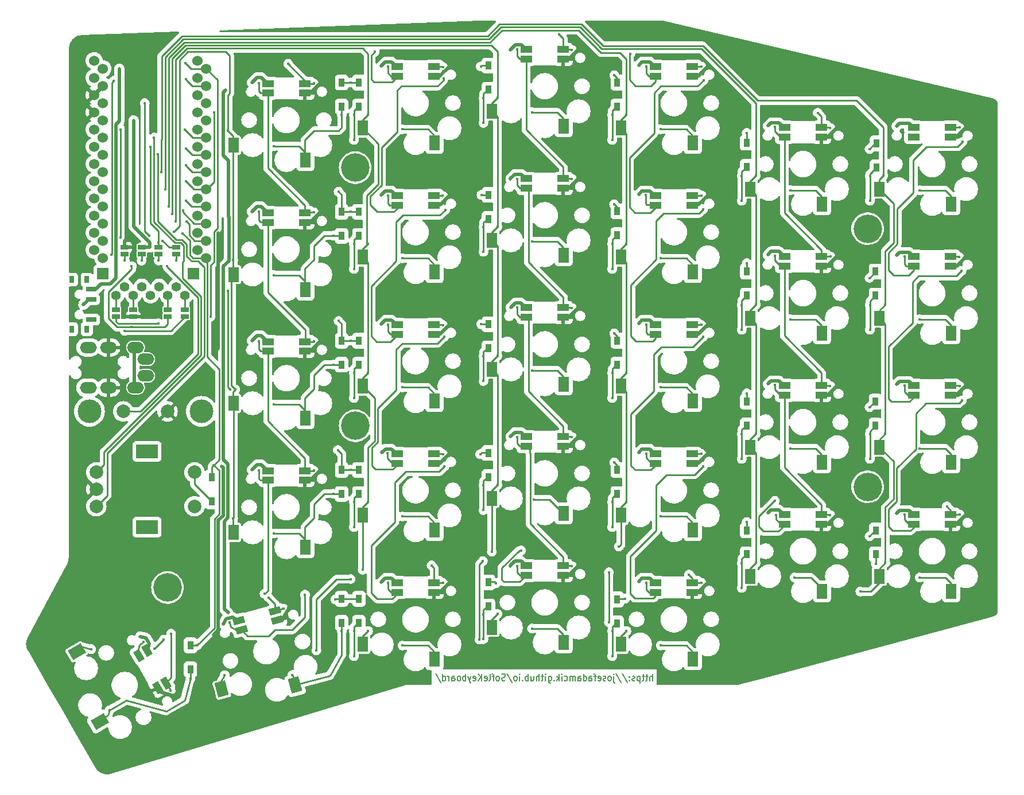
<source format=gbr>
%TF.GenerationSoftware,KiCad,Pcbnew,8.0.2-8.0.2-0~ubuntu24.04.1*%
%TF.CreationDate,2024-05-31T13:03:20+02:00*%
%TF.ProjectId,SofleKeyboard,536f666c-654b-4657-9962-6f6172642e6b,rev?*%
%TF.SameCoordinates,Original*%
%TF.FileFunction,Copper,L2,Bot*%
%TF.FilePolarity,Positive*%
%FSLAX46Y46*%
G04 Gerber Fmt 4.6, Leading zero omitted, Abs format (unit mm)*
G04 Created by KiCad (PCBNEW 8.0.2-8.0.2-0~ubuntu24.04.1) date 2024-05-31 13:03:20*
%MOMM*%
%LPD*%
G01*
G04 APERTURE LIST*
G04 Aperture macros list*
%AMRotRect*
0 Rectangle, with rotation*
0 The origin of the aperture is its center*
0 $1 length*
0 $2 width*
0 $3 Rotation angle, in degrees counterclockwise*
0 Add horizontal line*
21,1,$1,$2,0,0,$3*%
G04 Aperture macros list end*
%ADD10C,0.150000*%
%TA.AperFunction,NonConductor*%
%ADD11C,0.150000*%
%TD*%
%TA.AperFunction,SMDPad,CuDef*%
%ADD12R,0.800000X1.000000*%
%TD*%
%TA.AperFunction,SMDPad,CuDef*%
%ADD13R,1.500000X0.700000*%
%TD*%
%TA.AperFunction,SMDPad,CuDef*%
%ADD14R,1.143000X0.635000*%
%TD*%
%TA.AperFunction,ComponentPad*%
%ADD15R,1.700000X1.700000*%
%TD*%
%TA.AperFunction,SMDPad,CuDef*%
%ADD16R,1.700000X1.000000*%
%TD*%
%TA.AperFunction,SMDPad,CuDef*%
%ADD17R,1.600000X2.200000*%
%TD*%
%TA.AperFunction,SMDPad,CuDef*%
%ADD18RotRect,1.700000X1.000000X120.000000*%
%TD*%
%TA.AperFunction,SMDPad,CuDef*%
%ADD19RotRect,1.600000X2.200000X120.000000*%
%TD*%
%TA.AperFunction,SMDPad,CuDef*%
%ADD20RotRect,1.700000X1.000000X195.000000*%
%TD*%
%TA.AperFunction,SMDPad,CuDef*%
%ADD21RotRect,1.600000X2.200000X195.000000*%
%TD*%
%TA.AperFunction,SMDPad,CuDef*%
%ADD22R,0.950000X1.300000*%
%TD*%
%TA.AperFunction,ComponentPad*%
%ADD23C,1.524000*%
%TD*%
%TA.AperFunction,ComponentPad*%
%ADD24C,2.000000*%
%TD*%
%TA.AperFunction,ComponentPad*%
%ADD25C,1.397000*%
%TD*%
%TA.AperFunction,ComponentPad*%
%ADD26O,2.500000X1.700000*%
%TD*%
%TA.AperFunction,ComponentPad*%
%ADD27C,4.200000*%
%TD*%
%TA.AperFunction,ComponentPad*%
%ADD28C,3.500000*%
%TD*%
%TA.AperFunction,ComponentPad*%
%ADD29R,3.200000X2.000000*%
%TD*%
%TA.AperFunction,ViaPad*%
%ADD30C,0.400000*%
%TD*%
%TA.AperFunction,Conductor*%
%ADD31C,0.250000*%
%TD*%
%TA.AperFunction,Conductor*%
%ADD32C,0.500000*%
%TD*%
G04 APERTURE END LIST*
D10*
D11*
X174542858Y-132754819D02*
X174542858Y-131754819D01*
X174157144Y-132754819D02*
X174157144Y-132231009D01*
X174157144Y-132231009D02*
X174200001Y-132135771D01*
X174200001Y-132135771D02*
X174285715Y-132088152D01*
X174285715Y-132088152D02*
X174414286Y-132088152D01*
X174414286Y-132088152D02*
X174500001Y-132135771D01*
X174500001Y-132135771D02*
X174542858Y-132183390D01*
X173857143Y-132088152D02*
X173514286Y-132088152D01*
X173728572Y-131754819D02*
X173728572Y-132611961D01*
X173728572Y-132611961D02*
X173685715Y-132707200D01*
X173685715Y-132707200D02*
X173600000Y-132754819D01*
X173600000Y-132754819D02*
X173514286Y-132754819D01*
X173342857Y-132088152D02*
X173000000Y-132088152D01*
X173214286Y-131754819D02*
X173214286Y-132611961D01*
X173214286Y-132611961D02*
X173171429Y-132707200D01*
X173171429Y-132707200D02*
X173085714Y-132754819D01*
X173085714Y-132754819D02*
X173000000Y-132754819D01*
X172700000Y-132088152D02*
X172700000Y-133088152D01*
X172700000Y-132135771D02*
X172614286Y-132088152D01*
X172614286Y-132088152D02*
X172442857Y-132088152D01*
X172442857Y-132088152D02*
X172357143Y-132135771D01*
X172357143Y-132135771D02*
X172314286Y-132183390D01*
X172314286Y-132183390D02*
X172271428Y-132278628D01*
X172271428Y-132278628D02*
X172271428Y-132564342D01*
X172271428Y-132564342D02*
X172314286Y-132659580D01*
X172314286Y-132659580D02*
X172357143Y-132707200D01*
X172357143Y-132707200D02*
X172442857Y-132754819D01*
X172442857Y-132754819D02*
X172614286Y-132754819D01*
X172614286Y-132754819D02*
X172700000Y-132707200D01*
X171928571Y-132707200D02*
X171842857Y-132754819D01*
X171842857Y-132754819D02*
X171671428Y-132754819D01*
X171671428Y-132754819D02*
X171585714Y-132707200D01*
X171585714Y-132707200D02*
X171542857Y-132611961D01*
X171542857Y-132611961D02*
X171542857Y-132564342D01*
X171542857Y-132564342D02*
X171585714Y-132469104D01*
X171585714Y-132469104D02*
X171671428Y-132421485D01*
X171671428Y-132421485D02*
X171800000Y-132421485D01*
X171800000Y-132421485D02*
X171885714Y-132373866D01*
X171885714Y-132373866D02*
X171928571Y-132278628D01*
X171928571Y-132278628D02*
X171928571Y-132231009D01*
X171928571Y-132231009D02*
X171885714Y-132135771D01*
X171885714Y-132135771D02*
X171800000Y-132088152D01*
X171800000Y-132088152D02*
X171671428Y-132088152D01*
X171671428Y-132088152D02*
X171585714Y-132135771D01*
X171157143Y-132659580D02*
X171114286Y-132707200D01*
X171114286Y-132707200D02*
X171157143Y-132754819D01*
X171157143Y-132754819D02*
X171200000Y-132707200D01*
X171200000Y-132707200D02*
X171157143Y-132659580D01*
X171157143Y-132659580D02*
X171157143Y-132754819D01*
X171157143Y-132135771D02*
X171114286Y-132183390D01*
X171114286Y-132183390D02*
X171157143Y-132231009D01*
X171157143Y-132231009D02*
X171200000Y-132183390D01*
X171200000Y-132183390D02*
X171157143Y-132135771D01*
X171157143Y-132135771D02*
X171157143Y-132231009D01*
X170085715Y-131707200D02*
X170857143Y-132992914D01*
X169142858Y-131707200D02*
X169914286Y-132992914D01*
X168842858Y-132088152D02*
X168842858Y-132945295D01*
X168842858Y-132945295D02*
X168885715Y-133040533D01*
X168885715Y-133040533D02*
X168971429Y-133088152D01*
X168971429Y-133088152D02*
X169014286Y-133088152D01*
X168842858Y-131754819D02*
X168885715Y-131802438D01*
X168885715Y-131802438D02*
X168842858Y-131850057D01*
X168842858Y-131850057D02*
X168800001Y-131802438D01*
X168800001Y-131802438D02*
X168842858Y-131754819D01*
X168842858Y-131754819D02*
X168842858Y-131850057D01*
X168285715Y-132754819D02*
X168371430Y-132707200D01*
X168371430Y-132707200D02*
X168414287Y-132659580D01*
X168414287Y-132659580D02*
X168457144Y-132564342D01*
X168457144Y-132564342D02*
X168457144Y-132278628D01*
X168457144Y-132278628D02*
X168414287Y-132183390D01*
X168414287Y-132183390D02*
X168371430Y-132135771D01*
X168371430Y-132135771D02*
X168285715Y-132088152D01*
X168285715Y-132088152D02*
X168157144Y-132088152D01*
X168157144Y-132088152D02*
X168071430Y-132135771D01*
X168071430Y-132135771D02*
X168028573Y-132183390D01*
X168028573Y-132183390D02*
X167985715Y-132278628D01*
X167985715Y-132278628D02*
X167985715Y-132564342D01*
X167985715Y-132564342D02*
X168028573Y-132659580D01*
X168028573Y-132659580D02*
X168071430Y-132707200D01*
X168071430Y-132707200D02*
X168157144Y-132754819D01*
X168157144Y-132754819D02*
X168285715Y-132754819D01*
X167642858Y-132707200D02*
X167557144Y-132754819D01*
X167557144Y-132754819D02*
X167385715Y-132754819D01*
X167385715Y-132754819D02*
X167300001Y-132707200D01*
X167300001Y-132707200D02*
X167257144Y-132611961D01*
X167257144Y-132611961D02*
X167257144Y-132564342D01*
X167257144Y-132564342D02*
X167300001Y-132469104D01*
X167300001Y-132469104D02*
X167385715Y-132421485D01*
X167385715Y-132421485D02*
X167514287Y-132421485D01*
X167514287Y-132421485D02*
X167600001Y-132373866D01*
X167600001Y-132373866D02*
X167642858Y-132278628D01*
X167642858Y-132278628D02*
X167642858Y-132231009D01*
X167642858Y-132231009D02*
X167600001Y-132135771D01*
X167600001Y-132135771D02*
X167514287Y-132088152D01*
X167514287Y-132088152D02*
X167385715Y-132088152D01*
X167385715Y-132088152D02*
X167300001Y-132135771D01*
X166528573Y-132707200D02*
X166614287Y-132754819D01*
X166614287Y-132754819D02*
X166785716Y-132754819D01*
X166785716Y-132754819D02*
X166871430Y-132707200D01*
X166871430Y-132707200D02*
X166914287Y-132611961D01*
X166914287Y-132611961D02*
X166914287Y-132231009D01*
X166914287Y-132231009D02*
X166871430Y-132135771D01*
X166871430Y-132135771D02*
X166785716Y-132088152D01*
X166785716Y-132088152D02*
X166614287Y-132088152D01*
X166614287Y-132088152D02*
X166528573Y-132135771D01*
X166528573Y-132135771D02*
X166485716Y-132231009D01*
X166485716Y-132231009D02*
X166485716Y-132326247D01*
X166485716Y-132326247D02*
X166914287Y-132421485D01*
X166228572Y-132088152D02*
X165885715Y-132088152D01*
X166100001Y-132754819D02*
X166100001Y-131897676D01*
X166100001Y-131897676D02*
X166057144Y-131802438D01*
X166057144Y-131802438D02*
X165971429Y-131754819D01*
X165971429Y-131754819D02*
X165885715Y-131754819D01*
X165200001Y-132754819D02*
X165200001Y-132231009D01*
X165200001Y-132231009D02*
X165242858Y-132135771D01*
X165242858Y-132135771D02*
X165328572Y-132088152D01*
X165328572Y-132088152D02*
X165500001Y-132088152D01*
X165500001Y-132088152D02*
X165585715Y-132135771D01*
X165200001Y-132707200D02*
X165285715Y-132754819D01*
X165285715Y-132754819D02*
X165500001Y-132754819D01*
X165500001Y-132754819D02*
X165585715Y-132707200D01*
X165585715Y-132707200D02*
X165628572Y-132611961D01*
X165628572Y-132611961D02*
X165628572Y-132516723D01*
X165628572Y-132516723D02*
X165585715Y-132421485D01*
X165585715Y-132421485D02*
X165500001Y-132373866D01*
X165500001Y-132373866D02*
X165285715Y-132373866D01*
X165285715Y-132373866D02*
X165200001Y-132326247D01*
X164385715Y-132754819D02*
X164385715Y-131754819D01*
X164385715Y-132707200D02*
X164471429Y-132754819D01*
X164471429Y-132754819D02*
X164642857Y-132754819D01*
X164642857Y-132754819D02*
X164728572Y-132707200D01*
X164728572Y-132707200D02*
X164771429Y-132659580D01*
X164771429Y-132659580D02*
X164814286Y-132564342D01*
X164814286Y-132564342D02*
X164814286Y-132278628D01*
X164814286Y-132278628D02*
X164771429Y-132183390D01*
X164771429Y-132183390D02*
X164728572Y-132135771D01*
X164728572Y-132135771D02*
X164642857Y-132088152D01*
X164642857Y-132088152D02*
X164471429Y-132088152D01*
X164471429Y-132088152D02*
X164385715Y-132135771D01*
X163571429Y-132754819D02*
X163571429Y-132231009D01*
X163571429Y-132231009D02*
X163614286Y-132135771D01*
X163614286Y-132135771D02*
X163700000Y-132088152D01*
X163700000Y-132088152D02*
X163871429Y-132088152D01*
X163871429Y-132088152D02*
X163957143Y-132135771D01*
X163571429Y-132707200D02*
X163657143Y-132754819D01*
X163657143Y-132754819D02*
X163871429Y-132754819D01*
X163871429Y-132754819D02*
X163957143Y-132707200D01*
X163957143Y-132707200D02*
X164000000Y-132611961D01*
X164000000Y-132611961D02*
X164000000Y-132516723D01*
X164000000Y-132516723D02*
X163957143Y-132421485D01*
X163957143Y-132421485D02*
X163871429Y-132373866D01*
X163871429Y-132373866D02*
X163657143Y-132373866D01*
X163657143Y-132373866D02*
X163571429Y-132326247D01*
X163142857Y-132754819D02*
X163142857Y-132088152D01*
X163142857Y-132183390D02*
X163100000Y-132135771D01*
X163100000Y-132135771D02*
X163014285Y-132088152D01*
X163014285Y-132088152D02*
X162885714Y-132088152D01*
X162885714Y-132088152D02*
X162800000Y-132135771D01*
X162800000Y-132135771D02*
X162757143Y-132231009D01*
X162757143Y-132231009D02*
X162757143Y-132754819D01*
X162757143Y-132231009D02*
X162714285Y-132135771D01*
X162714285Y-132135771D02*
X162628571Y-132088152D01*
X162628571Y-132088152D02*
X162500000Y-132088152D01*
X162500000Y-132088152D02*
X162414285Y-132135771D01*
X162414285Y-132135771D02*
X162371428Y-132231009D01*
X162371428Y-132231009D02*
X162371428Y-132754819D01*
X161557143Y-132707200D02*
X161642857Y-132754819D01*
X161642857Y-132754819D02*
X161814285Y-132754819D01*
X161814285Y-132754819D02*
X161900000Y-132707200D01*
X161900000Y-132707200D02*
X161942857Y-132659580D01*
X161942857Y-132659580D02*
X161985714Y-132564342D01*
X161985714Y-132564342D02*
X161985714Y-132278628D01*
X161985714Y-132278628D02*
X161942857Y-132183390D01*
X161942857Y-132183390D02*
X161900000Y-132135771D01*
X161900000Y-132135771D02*
X161814285Y-132088152D01*
X161814285Y-132088152D02*
X161642857Y-132088152D01*
X161642857Y-132088152D02*
X161557143Y-132135771D01*
X161171428Y-132754819D02*
X161171428Y-132088152D01*
X161171428Y-131754819D02*
X161214285Y-131802438D01*
X161214285Y-131802438D02*
X161171428Y-131850057D01*
X161171428Y-131850057D02*
X161128571Y-131802438D01*
X161128571Y-131802438D02*
X161171428Y-131754819D01*
X161171428Y-131754819D02*
X161171428Y-131850057D01*
X160742857Y-132754819D02*
X160742857Y-131754819D01*
X160657143Y-132373866D02*
X160400000Y-132754819D01*
X160400000Y-132088152D02*
X160742857Y-132469104D01*
X160014286Y-132659580D02*
X159971429Y-132707200D01*
X159971429Y-132707200D02*
X160014286Y-132754819D01*
X160014286Y-132754819D02*
X160057143Y-132707200D01*
X160057143Y-132707200D02*
X160014286Y-132659580D01*
X160014286Y-132659580D02*
X160014286Y-132754819D01*
X159200001Y-132088152D02*
X159200001Y-132897676D01*
X159200001Y-132897676D02*
X159242858Y-132992914D01*
X159242858Y-132992914D02*
X159285715Y-133040533D01*
X159285715Y-133040533D02*
X159371429Y-133088152D01*
X159371429Y-133088152D02*
X159500001Y-133088152D01*
X159500001Y-133088152D02*
X159585715Y-133040533D01*
X159200001Y-132707200D02*
X159285715Y-132754819D01*
X159285715Y-132754819D02*
X159457143Y-132754819D01*
X159457143Y-132754819D02*
X159542858Y-132707200D01*
X159542858Y-132707200D02*
X159585715Y-132659580D01*
X159585715Y-132659580D02*
X159628572Y-132564342D01*
X159628572Y-132564342D02*
X159628572Y-132278628D01*
X159628572Y-132278628D02*
X159585715Y-132183390D01*
X159585715Y-132183390D02*
X159542858Y-132135771D01*
X159542858Y-132135771D02*
X159457143Y-132088152D01*
X159457143Y-132088152D02*
X159285715Y-132088152D01*
X159285715Y-132088152D02*
X159200001Y-132135771D01*
X158771429Y-132754819D02*
X158771429Y-132088152D01*
X158771429Y-131754819D02*
X158814286Y-131802438D01*
X158814286Y-131802438D02*
X158771429Y-131850057D01*
X158771429Y-131850057D02*
X158728572Y-131802438D01*
X158728572Y-131802438D02*
X158771429Y-131754819D01*
X158771429Y-131754819D02*
X158771429Y-131850057D01*
X158471429Y-132088152D02*
X158128572Y-132088152D01*
X158342858Y-131754819D02*
X158342858Y-132611961D01*
X158342858Y-132611961D02*
X158300001Y-132707200D01*
X158300001Y-132707200D02*
X158214286Y-132754819D01*
X158214286Y-132754819D02*
X158128572Y-132754819D01*
X157828572Y-132754819D02*
X157828572Y-131754819D01*
X157442858Y-132754819D02*
X157442858Y-132231009D01*
X157442858Y-132231009D02*
X157485715Y-132135771D01*
X157485715Y-132135771D02*
X157571429Y-132088152D01*
X157571429Y-132088152D02*
X157700000Y-132088152D01*
X157700000Y-132088152D02*
X157785715Y-132135771D01*
X157785715Y-132135771D02*
X157828572Y-132183390D01*
X156628572Y-132088152D02*
X156628572Y-132754819D01*
X157014286Y-132088152D02*
X157014286Y-132611961D01*
X157014286Y-132611961D02*
X156971429Y-132707200D01*
X156971429Y-132707200D02*
X156885714Y-132754819D01*
X156885714Y-132754819D02*
X156757143Y-132754819D01*
X156757143Y-132754819D02*
X156671429Y-132707200D01*
X156671429Y-132707200D02*
X156628572Y-132659580D01*
X156200000Y-132754819D02*
X156200000Y-131754819D01*
X156200000Y-132135771D02*
X156114286Y-132088152D01*
X156114286Y-132088152D02*
X155942857Y-132088152D01*
X155942857Y-132088152D02*
X155857143Y-132135771D01*
X155857143Y-132135771D02*
X155814286Y-132183390D01*
X155814286Y-132183390D02*
X155771428Y-132278628D01*
X155771428Y-132278628D02*
X155771428Y-132564342D01*
X155771428Y-132564342D02*
X155814286Y-132659580D01*
X155814286Y-132659580D02*
X155857143Y-132707200D01*
X155857143Y-132707200D02*
X155942857Y-132754819D01*
X155942857Y-132754819D02*
X156114286Y-132754819D01*
X156114286Y-132754819D02*
X156200000Y-132707200D01*
X155385714Y-132659580D02*
X155342857Y-132707200D01*
X155342857Y-132707200D02*
X155385714Y-132754819D01*
X155385714Y-132754819D02*
X155428571Y-132707200D01*
X155428571Y-132707200D02*
X155385714Y-132659580D01*
X155385714Y-132659580D02*
X155385714Y-132754819D01*
X154957143Y-132754819D02*
X154957143Y-132088152D01*
X154957143Y-131754819D02*
X155000000Y-131802438D01*
X155000000Y-131802438D02*
X154957143Y-131850057D01*
X154957143Y-131850057D02*
X154914286Y-131802438D01*
X154914286Y-131802438D02*
X154957143Y-131754819D01*
X154957143Y-131754819D02*
X154957143Y-131850057D01*
X154400000Y-132754819D02*
X154485715Y-132707200D01*
X154485715Y-132707200D02*
X154528572Y-132659580D01*
X154528572Y-132659580D02*
X154571429Y-132564342D01*
X154571429Y-132564342D02*
X154571429Y-132278628D01*
X154571429Y-132278628D02*
X154528572Y-132183390D01*
X154528572Y-132183390D02*
X154485715Y-132135771D01*
X154485715Y-132135771D02*
X154400000Y-132088152D01*
X154400000Y-132088152D02*
X154271429Y-132088152D01*
X154271429Y-132088152D02*
X154185715Y-132135771D01*
X154185715Y-132135771D02*
X154142858Y-132183390D01*
X154142858Y-132183390D02*
X154100000Y-132278628D01*
X154100000Y-132278628D02*
X154100000Y-132564342D01*
X154100000Y-132564342D02*
X154142858Y-132659580D01*
X154142858Y-132659580D02*
X154185715Y-132707200D01*
X154185715Y-132707200D02*
X154271429Y-132754819D01*
X154271429Y-132754819D02*
X154400000Y-132754819D01*
X153071429Y-131707200D02*
X153842857Y-132992914D01*
X152814286Y-132707200D02*
X152685715Y-132754819D01*
X152685715Y-132754819D02*
X152471429Y-132754819D01*
X152471429Y-132754819D02*
X152385715Y-132707200D01*
X152385715Y-132707200D02*
X152342857Y-132659580D01*
X152342857Y-132659580D02*
X152300000Y-132564342D01*
X152300000Y-132564342D02*
X152300000Y-132469104D01*
X152300000Y-132469104D02*
X152342857Y-132373866D01*
X152342857Y-132373866D02*
X152385715Y-132326247D01*
X152385715Y-132326247D02*
X152471429Y-132278628D01*
X152471429Y-132278628D02*
X152642857Y-132231009D01*
X152642857Y-132231009D02*
X152728572Y-132183390D01*
X152728572Y-132183390D02*
X152771429Y-132135771D01*
X152771429Y-132135771D02*
X152814286Y-132040533D01*
X152814286Y-132040533D02*
X152814286Y-131945295D01*
X152814286Y-131945295D02*
X152771429Y-131850057D01*
X152771429Y-131850057D02*
X152728572Y-131802438D01*
X152728572Y-131802438D02*
X152642857Y-131754819D01*
X152642857Y-131754819D02*
X152428572Y-131754819D01*
X152428572Y-131754819D02*
X152300000Y-131802438D01*
X151785714Y-132754819D02*
X151871429Y-132707200D01*
X151871429Y-132707200D02*
X151914286Y-132659580D01*
X151914286Y-132659580D02*
X151957143Y-132564342D01*
X151957143Y-132564342D02*
X151957143Y-132278628D01*
X151957143Y-132278628D02*
X151914286Y-132183390D01*
X151914286Y-132183390D02*
X151871429Y-132135771D01*
X151871429Y-132135771D02*
X151785714Y-132088152D01*
X151785714Y-132088152D02*
X151657143Y-132088152D01*
X151657143Y-132088152D02*
X151571429Y-132135771D01*
X151571429Y-132135771D02*
X151528572Y-132183390D01*
X151528572Y-132183390D02*
X151485714Y-132278628D01*
X151485714Y-132278628D02*
X151485714Y-132564342D01*
X151485714Y-132564342D02*
X151528572Y-132659580D01*
X151528572Y-132659580D02*
X151571429Y-132707200D01*
X151571429Y-132707200D02*
X151657143Y-132754819D01*
X151657143Y-132754819D02*
X151785714Y-132754819D01*
X151228571Y-132088152D02*
X150885714Y-132088152D01*
X151100000Y-132754819D02*
X151100000Y-131897676D01*
X151100000Y-131897676D02*
X151057143Y-131802438D01*
X151057143Y-131802438D02*
X150971428Y-131754819D01*
X150971428Y-131754819D02*
X150885714Y-131754819D01*
X150457142Y-132754819D02*
X150542857Y-132707200D01*
X150542857Y-132707200D02*
X150585714Y-132611961D01*
X150585714Y-132611961D02*
X150585714Y-131754819D01*
X149771428Y-132707200D02*
X149857142Y-132754819D01*
X149857142Y-132754819D02*
X150028571Y-132754819D01*
X150028571Y-132754819D02*
X150114285Y-132707200D01*
X150114285Y-132707200D02*
X150157142Y-132611961D01*
X150157142Y-132611961D02*
X150157142Y-132231009D01*
X150157142Y-132231009D02*
X150114285Y-132135771D01*
X150114285Y-132135771D02*
X150028571Y-132088152D01*
X150028571Y-132088152D02*
X149857142Y-132088152D01*
X149857142Y-132088152D02*
X149771428Y-132135771D01*
X149771428Y-132135771D02*
X149728571Y-132231009D01*
X149728571Y-132231009D02*
X149728571Y-132326247D01*
X149728571Y-132326247D02*
X150157142Y-132421485D01*
X149342856Y-132754819D02*
X149342856Y-131754819D01*
X148828570Y-132754819D02*
X149214284Y-132183390D01*
X148828570Y-131754819D02*
X149342856Y-132326247D01*
X148099999Y-132707200D02*
X148185713Y-132754819D01*
X148185713Y-132754819D02*
X148357142Y-132754819D01*
X148357142Y-132754819D02*
X148442856Y-132707200D01*
X148442856Y-132707200D02*
X148485713Y-132611961D01*
X148485713Y-132611961D02*
X148485713Y-132231009D01*
X148485713Y-132231009D02*
X148442856Y-132135771D01*
X148442856Y-132135771D02*
X148357142Y-132088152D01*
X148357142Y-132088152D02*
X148185713Y-132088152D01*
X148185713Y-132088152D02*
X148099999Y-132135771D01*
X148099999Y-132135771D02*
X148057142Y-132231009D01*
X148057142Y-132231009D02*
X148057142Y-132326247D01*
X148057142Y-132326247D02*
X148485713Y-132421485D01*
X147757141Y-132088152D02*
X147542855Y-132754819D01*
X147328570Y-132088152D02*
X147542855Y-132754819D01*
X147542855Y-132754819D02*
X147628570Y-132992914D01*
X147628570Y-132992914D02*
X147671427Y-133040533D01*
X147671427Y-133040533D02*
X147757141Y-133088152D01*
X146985713Y-132754819D02*
X146985713Y-131754819D01*
X146985713Y-132135771D02*
X146899999Y-132088152D01*
X146899999Y-132088152D02*
X146728570Y-132088152D01*
X146728570Y-132088152D02*
X146642856Y-132135771D01*
X146642856Y-132135771D02*
X146599999Y-132183390D01*
X146599999Y-132183390D02*
X146557141Y-132278628D01*
X146557141Y-132278628D02*
X146557141Y-132564342D01*
X146557141Y-132564342D02*
X146599999Y-132659580D01*
X146599999Y-132659580D02*
X146642856Y-132707200D01*
X146642856Y-132707200D02*
X146728570Y-132754819D01*
X146728570Y-132754819D02*
X146899999Y-132754819D01*
X146899999Y-132754819D02*
X146985713Y-132707200D01*
X146042855Y-132754819D02*
X146128570Y-132707200D01*
X146128570Y-132707200D02*
X146171427Y-132659580D01*
X146171427Y-132659580D02*
X146214284Y-132564342D01*
X146214284Y-132564342D02*
X146214284Y-132278628D01*
X146214284Y-132278628D02*
X146171427Y-132183390D01*
X146171427Y-132183390D02*
X146128570Y-132135771D01*
X146128570Y-132135771D02*
X146042855Y-132088152D01*
X146042855Y-132088152D02*
X145914284Y-132088152D01*
X145914284Y-132088152D02*
X145828570Y-132135771D01*
X145828570Y-132135771D02*
X145785713Y-132183390D01*
X145785713Y-132183390D02*
X145742855Y-132278628D01*
X145742855Y-132278628D02*
X145742855Y-132564342D01*
X145742855Y-132564342D02*
X145785713Y-132659580D01*
X145785713Y-132659580D02*
X145828570Y-132707200D01*
X145828570Y-132707200D02*
X145914284Y-132754819D01*
X145914284Y-132754819D02*
X146042855Y-132754819D01*
X144971427Y-132754819D02*
X144971427Y-132231009D01*
X144971427Y-132231009D02*
X145014284Y-132135771D01*
X145014284Y-132135771D02*
X145099998Y-132088152D01*
X145099998Y-132088152D02*
X145271427Y-132088152D01*
X145271427Y-132088152D02*
X145357141Y-132135771D01*
X144971427Y-132707200D02*
X145057141Y-132754819D01*
X145057141Y-132754819D02*
X145271427Y-132754819D01*
X145271427Y-132754819D02*
X145357141Y-132707200D01*
X145357141Y-132707200D02*
X145399998Y-132611961D01*
X145399998Y-132611961D02*
X145399998Y-132516723D01*
X145399998Y-132516723D02*
X145357141Y-132421485D01*
X145357141Y-132421485D02*
X145271427Y-132373866D01*
X145271427Y-132373866D02*
X145057141Y-132373866D01*
X145057141Y-132373866D02*
X144971427Y-132326247D01*
X144542855Y-132754819D02*
X144542855Y-132088152D01*
X144542855Y-132278628D02*
X144499998Y-132183390D01*
X144499998Y-132183390D02*
X144457141Y-132135771D01*
X144457141Y-132135771D02*
X144371426Y-132088152D01*
X144371426Y-132088152D02*
X144285712Y-132088152D01*
X143599998Y-132754819D02*
X143599998Y-131754819D01*
X143599998Y-132707200D02*
X143685712Y-132754819D01*
X143685712Y-132754819D02*
X143857140Y-132754819D01*
X143857140Y-132754819D02*
X143942855Y-132707200D01*
X143942855Y-132707200D02*
X143985712Y-132659580D01*
X143985712Y-132659580D02*
X144028569Y-132564342D01*
X144028569Y-132564342D02*
X144028569Y-132278628D01*
X144028569Y-132278628D02*
X143985712Y-132183390D01*
X143985712Y-132183390D02*
X143942855Y-132135771D01*
X143942855Y-132135771D02*
X143857140Y-132088152D01*
X143857140Y-132088152D02*
X143685712Y-132088152D01*
X143685712Y-132088152D02*
X143599998Y-132135771D01*
X142528569Y-131707200D02*
X143299997Y-132992914D01*
D12*
X91105000Y-80850000D03*
X88895000Y-80850000D03*
X91105000Y-73550000D03*
X88895000Y-73550000D03*
D13*
X91755000Y-79450000D03*
X91755000Y-76450000D03*
X91755000Y-74950000D03*
D14*
X96700000Y-69800379D03*
X96700000Y-68799619D03*
X99200000Y-69800380D03*
X99200000Y-68799620D03*
X101700000Y-69800379D03*
X101700000Y-68799619D03*
X104300000Y-69800379D03*
X104300000Y-68799619D03*
X95430000Y-78000000D03*
X95430000Y-79000760D03*
X97970000Y-78000000D03*
X97970000Y-79000760D03*
X103050000Y-78000000D03*
X103050000Y-79000760D03*
X105590000Y-78000000D03*
X105590000Y-79000760D03*
D15*
X93450000Y-72700000D03*
X106850000Y-72700000D03*
D16*
X117800000Y-44601000D03*
X117800000Y-46001000D03*
X123300000Y-46001000D03*
X123300000Y-44601000D03*
D17*
X123350000Y-55900000D03*
X112750000Y-53700000D03*
D16*
X155900000Y-39601000D03*
X155900000Y-41001000D03*
X161400000Y-41001000D03*
X161400000Y-39601000D03*
D17*
X161450000Y-50900000D03*
X150850000Y-48700000D03*
D16*
X117799999Y-82701000D03*
X117799999Y-84101000D03*
X123299999Y-84101000D03*
X123299999Y-82701000D03*
D17*
X123349999Y-94000000D03*
X112749999Y-91800000D03*
D16*
X136850000Y-80201001D03*
X136850000Y-81601001D03*
X142350000Y-81601001D03*
X142350000Y-80201001D03*
D17*
X142400000Y-91500001D03*
X131800000Y-89300001D03*
D16*
X117800000Y-101751000D03*
X117800000Y-103151000D03*
X123300000Y-103151000D03*
X123300000Y-101751000D03*
D17*
X123350000Y-113050000D03*
X112750000Y-110850000D03*
D16*
X155900000Y-96751000D03*
X155900000Y-98151000D03*
X161400000Y-98151000D03*
X161400000Y-96751000D03*
D17*
X161450000Y-108050000D03*
X150850000Y-105850000D03*
D16*
X194000000Y-108251000D03*
X194000000Y-109651000D03*
X199500000Y-109651000D03*
X199500000Y-108251000D03*
D17*
X199550000Y-119550000D03*
X188950000Y-117350000D03*
D18*
X100010671Y-128318930D03*
X98798236Y-129018930D03*
X101548236Y-133782070D03*
X102760671Y-133082070D03*
D19*
X93000450Y-138774871D03*
X89605706Y-128495002D03*
D20*
X113546340Y-123896719D03*
X113908687Y-125249015D03*
X119221279Y-123825510D03*
X118858932Y-122473214D03*
D21*
X121831625Y-133374269D03*
X111023409Y-133992714D03*
D16*
X213050000Y-70151000D03*
X213050000Y-71551000D03*
X218550000Y-71551000D03*
X218550000Y-70151000D03*
D17*
X218600000Y-81450000D03*
X208000000Y-79250000D03*
D16*
X213050000Y-89201000D03*
X213050000Y-90601000D03*
X218550000Y-90601000D03*
X218550000Y-89201000D03*
D17*
X218600000Y-100500000D03*
X208000000Y-98300000D03*
D16*
X213050000Y-108251000D03*
X213050000Y-109651000D03*
X218550000Y-109651000D03*
X218550000Y-108251000D03*
D17*
X218600000Y-119550000D03*
X208000000Y-117350000D03*
D16*
X174950000Y-42101000D03*
X174950000Y-43501000D03*
X180450000Y-43501000D03*
X180450000Y-42101000D03*
D17*
X180500000Y-53400000D03*
X169900000Y-51200000D03*
D16*
X194000000Y-51101000D03*
X194000000Y-52501000D03*
X199500000Y-52501000D03*
X199500000Y-51101000D03*
D17*
X199550000Y-62400000D03*
X188950000Y-60200000D03*
D16*
X136850000Y-61151001D03*
X136850000Y-62551001D03*
X142350000Y-62551001D03*
X142350000Y-61151001D03*
D17*
X142400000Y-72450001D03*
X131800000Y-70250001D03*
D16*
X174950000Y-61151000D03*
X174950000Y-62551000D03*
X180450000Y-62551000D03*
X180450000Y-61151000D03*
D17*
X180500000Y-72450000D03*
X169900000Y-70250000D03*
D16*
X155900001Y-58651000D03*
X155900001Y-60051000D03*
X161400001Y-60051000D03*
X161400001Y-58651000D03*
D17*
X161450001Y-69950000D03*
X150850001Y-67750000D03*
D16*
X174950000Y-80201001D03*
X174950000Y-81601001D03*
X180450000Y-81601001D03*
X180450000Y-80201001D03*
D17*
X180500000Y-91500001D03*
X169900000Y-89300001D03*
D16*
X213050000Y-51101000D03*
X213050000Y-52501000D03*
X218550000Y-52501000D03*
X218550000Y-51101000D03*
D17*
X218600000Y-62400000D03*
X208000000Y-60200000D03*
D16*
X117799999Y-63701000D03*
X117799999Y-65101000D03*
X123299999Y-65101000D03*
X123299999Y-63701000D03*
D17*
X123349999Y-75000000D03*
X112749999Y-72800000D03*
D16*
X174950000Y-118300999D03*
X174950000Y-119700999D03*
X180450000Y-119700999D03*
X180450000Y-118300999D03*
D17*
X180500000Y-129599999D03*
X169900000Y-127399999D03*
D16*
X194000000Y-70150999D03*
X194000000Y-71550999D03*
X199500000Y-71550999D03*
X199500000Y-70150999D03*
D17*
X199550000Y-81449999D03*
X188950000Y-79249999D03*
D16*
X174950000Y-99251001D03*
X174950000Y-100651001D03*
X180450000Y-100651001D03*
X180450000Y-99251001D03*
D17*
X180500000Y-110550001D03*
X169900000Y-108350001D03*
D16*
X194000000Y-89201000D03*
X194000000Y-90601000D03*
X199500000Y-90601000D03*
X199500000Y-89201000D03*
D17*
X199550000Y-100500000D03*
X188950000Y-98300000D03*
D16*
X155900000Y-115801000D03*
X155900000Y-117201000D03*
X161400000Y-117201000D03*
X161400000Y-115801000D03*
D17*
X161450000Y-127100000D03*
X150850000Y-124900000D03*
D16*
X155900000Y-77701000D03*
X155900000Y-79101000D03*
X161400000Y-79101000D03*
X161400000Y-77701000D03*
D17*
X161450000Y-89000000D03*
X150850000Y-86800000D03*
D16*
X136850000Y-42101000D03*
X136850000Y-43501000D03*
X142350000Y-43501000D03*
X142350000Y-42101000D03*
D17*
X142400000Y-53400000D03*
X131800000Y-51200000D03*
D16*
X136850000Y-99251001D03*
X136850000Y-100651001D03*
X142350000Y-100651001D03*
X142350000Y-99251001D03*
D17*
X142400000Y-110550001D03*
X131800000Y-108350001D03*
D16*
X136849999Y-118301000D03*
X136849999Y-119701000D03*
X142349999Y-119701000D03*
X142349999Y-118301000D03*
D17*
X142399999Y-129600000D03*
X131799999Y-127400000D03*
D22*
X169345000Y-120755000D03*
X169345000Y-124305000D03*
X150345000Y-118245000D03*
X150345000Y-121795000D03*
X131245000Y-120655000D03*
X131245000Y-124205000D03*
X128705000Y-120655000D03*
X128705000Y-124205000D03*
X106399120Y-127527640D03*
X106399120Y-131077640D03*
X109550000Y-102757640D03*
X109550000Y-106307640D03*
X207495000Y-110555000D03*
X207495000Y-114105000D03*
X188445000Y-110555000D03*
X188445000Y-114105000D03*
X169344999Y-101655000D03*
X169344999Y-105205000D03*
X150345000Y-99145000D03*
X150345000Y-102695000D03*
X131245000Y-101655000D03*
X131245000Y-105205000D03*
X128705001Y-101655000D03*
X128705001Y-105205000D03*
X207445000Y-91555000D03*
X207445000Y-95105000D03*
X188445000Y-91555000D03*
X188445000Y-95105000D03*
X169345000Y-82555000D03*
X169345000Y-86105000D03*
X150345000Y-80145000D03*
X150345000Y-83695000D03*
X131245000Y-82555001D03*
X131245000Y-86105001D03*
X128705000Y-82555000D03*
X128705000Y-86105000D03*
X207445001Y-72355001D03*
X207445001Y-75905001D03*
X188445000Y-72354999D03*
X188445000Y-75904999D03*
X169345000Y-63455000D03*
X169345000Y-67005000D03*
X150345000Y-61045000D03*
X150345000Y-64595000D03*
X131245000Y-63555000D03*
X131245000Y-67105000D03*
X128705001Y-63555000D03*
X128705001Y-67105000D03*
X207545000Y-53455000D03*
X207545000Y-57005000D03*
X188445000Y-53325000D03*
X188445000Y-56875000D03*
X169345000Y-44455000D03*
X169345000Y-48005000D03*
X150345001Y-41955000D03*
X150345001Y-45505000D03*
X131245000Y-44455000D03*
X131245000Y-48005000D03*
X128704999Y-44452000D03*
X128704999Y-48002000D03*
D23*
X107420000Y-41230000D03*
X107420000Y-43770000D03*
X107420000Y-46310000D03*
X107420000Y-48850000D03*
X107420000Y-51390000D03*
X107420000Y-53930000D03*
X107420000Y-56470000D03*
X107420000Y-59010000D03*
X107420000Y-61550000D03*
X107420000Y-64090000D03*
X107420000Y-66630000D03*
X107420000Y-69170000D03*
X92180000Y-69170000D03*
X92180000Y-66630000D03*
X92180000Y-64090000D03*
X92180000Y-61550000D03*
X92180000Y-59010000D03*
X92180000Y-56470000D03*
X92180000Y-53930000D03*
X92180000Y-51390000D03*
X92180000Y-48850000D03*
X92180000Y-46310000D03*
X92180000Y-43770000D03*
X92180000Y-41230000D03*
X108718815Y-52585745D03*
X108718815Y-57665745D03*
X93478815Y-42425745D03*
X108718815Y-44965745D03*
X108718815Y-67825745D03*
X93478815Y-70365745D03*
X108718815Y-60205745D03*
X108718815Y-62745745D03*
X93478815Y-60205745D03*
X93478815Y-65285745D03*
X93478815Y-52585745D03*
X93478815Y-50045745D03*
X93478815Y-44965745D03*
X93478815Y-55125745D03*
X108718815Y-70365745D03*
X93478815Y-62745745D03*
X108718815Y-42425745D03*
X108718815Y-47505745D03*
X93478815Y-67825745D03*
X108718815Y-50045745D03*
X108718815Y-55125745D03*
X93478815Y-57665745D03*
X108718815Y-65285745D03*
X93478815Y-47505745D03*
D24*
X103000000Y-93000000D03*
X96500000Y-93000000D03*
D25*
X96700000Y-74600000D03*
X99240000Y-74600000D03*
X101780000Y-74600000D03*
X104320000Y-74600000D03*
D26*
X99800000Y-87750000D03*
X98300000Y-83550000D03*
X94300000Y-83550000D03*
X91300000Y-83550000D03*
X94300000Y-89500000D03*
X91300000Y-89500000D03*
X99800000Y-85300000D03*
X98300000Y-89500000D03*
D27*
X103000000Y-119000000D03*
D28*
X91499999Y-93000000D03*
X108000000Y-93000000D03*
D24*
X107000000Y-102000000D03*
X107000000Y-107000000D03*
D29*
X100000000Y-110100000D03*
X100000000Y-98900000D03*
D24*
X92500000Y-104500000D03*
X92500000Y-107000000D03*
X92500000Y-102000000D03*
D27*
X206275000Y-66025000D03*
X206275000Y-104125000D03*
X130700000Y-57024999D03*
X130700000Y-95125000D03*
D25*
X95430000Y-75870000D03*
X97970000Y-75870000D03*
X100510000Y-75870000D03*
X103050000Y-75870000D03*
X105590000Y-75870000D03*
D30*
X120800000Y-41700000D03*
X170485000Y-120654999D03*
X151412407Y-118391594D03*
X127754357Y-120747876D03*
X109826120Y-100926120D03*
X107379120Y-127542640D03*
X105238916Y-66711084D03*
X130002941Y-44454080D03*
X149217241Y-42100760D03*
X109850000Y-48902240D03*
X105700000Y-59000000D03*
X206556000Y-54267000D03*
X188445001Y-51900520D03*
X168907000Y-43381990D03*
X206556000Y-73303501D03*
X130002940Y-63490580D03*
X105700000Y-61900000D03*
X188445000Y-71106400D03*
X168881120Y-62418490D03*
X149309500Y-61045000D03*
X128241120Y-60586489D03*
X206556000Y-92367001D03*
X105286851Y-63350000D03*
X149266320Y-80145000D03*
X188445001Y-90338340D03*
X130002940Y-82554079D03*
X168907000Y-81481990D03*
X128241120Y-79646240D03*
X130002941Y-101604079D03*
X105800000Y-64950000D03*
X168907000Y-100531990D03*
X112247308Y-89756085D03*
X111902000Y-75175840D03*
X206556001Y-111417000D03*
X149138501Y-99329500D03*
X188445000Y-109355320D03*
X128139520Y-98699989D03*
X134619120Y-99092640D03*
X153610002Y-96724664D03*
X210566000Y-108029998D03*
X172498997Y-99060000D03*
X191548499Y-108009501D03*
X115470000Y-101602000D03*
X153610002Y-115824000D03*
X172498997Y-118110000D03*
X134520000Y-118239000D03*
X111252089Y-124365260D03*
X98999004Y-126216015D03*
X112050000Y-64300000D03*
X134520000Y-80139000D03*
X115470000Y-44452000D03*
X111252000Y-89652000D03*
X98000000Y-50045745D03*
X191548499Y-50859501D03*
X191548499Y-88959501D03*
X111950000Y-101600000D03*
X153610002Y-58660500D03*
X153617333Y-77667333D03*
X210566000Y-88979998D03*
X172498998Y-60946500D03*
X134520000Y-42039000D03*
X100400008Y-68800000D03*
X210566000Y-69916498D03*
X111559999Y-45595000D03*
X111959443Y-122729444D03*
X210566000Y-50879998D03*
X172498998Y-41910000D03*
X153610002Y-39624000D03*
X111252000Y-83407000D03*
X172498998Y-80010001D03*
X115470000Y-82552000D03*
X134520000Y-61075501D03*
X191548499Y-69896001D03*
X115470000Y-63488500D03*
X182782000Y-99314000D03*
X125663998Y-101600000D03*
X144526000Y-99237999D03*
X220823998Y-108240000D03*
X163845008Y-96787997D03*
X201876002Y-108287998D03*
X163845008Y-115837998D03*
X182782000Y-118364001D03*
X144526000Y-118288000D03*
X120929824Y-121822845D03*
X103959570Y-134905964D03*
X182782000Y-80264000D03*
X163389120Y-128002640D03*
X96900000Y-48800000D03*
X125663998Y-44450000D03*
X149767621Y-36745640D03*
X113739120Y-94752640D03*
X125663998Y-63486500D03*
X125600000Y-75800000D03*
X182782000Y-42164000D03*
X163700000Y-70800000D03*
X153500000Y-90525000D03*
X163845008Y-39637999D03*
X96700000Y-67799999D03*
X144526000Y-42087997D03*
X201876002Y-89237998D03*
X109755000Y-125986000D03*
X115287120Y-113771139D03*
X201800000Y-120500000D03*
X101700000Y-79000000D03*
X110497745Y-66643255D03*
X153300000Y-71200000D03*
X144600000Y-73300000D03*
X182782000Y-61200500D03*
X96900000Y-44965745D03*
X191700000Y-101800000D03*
X190689120Y-63852640D03*
X163845008Y-58674499D03*
X201876002Y-70174498D03*
X113489120Y-56502640D03*
X110497745Y-76347745D03*
X111000000Y-101100000D03*
X220823998Y-51090000D03*
X125116920Y-96867440D03*
X220823998Y-89190000D03*
X125663998Y-82550000D03*
X220823998Y-70126500D03*
X163845008Y-77737997D03*
X114271120Y-75607640D03*
X110497745Y-83795745D03*
X190739120Y-82852640D03*
X152589120Y-52402640D03*
X99400000Y-79000000D03*
X201876002Y-51137998D03*
X144526000Y-80187997D03*
X144526000Y-61124498D03*
X208892000Y-115354000D03*
X208600000Y-58200000D03*
X170692000Y-125404000D03*
X208892000Y-96304000D03*
X205200000Y-119600000D03*
X208892001Y-77240500D03*
X102117351Y-57700639D03*
X189791999Y-115354000D03*
X151692000Y-122904000D03*
X102642351Y-60240640D03*
X189792000Y-77240500D03*
X189791999Y-96304000D03*
X168119120Y-116755640D03*
X189791999Y-58204000D03*
X168119120Y-124121640D03*
X170692000Y-106354000D03*
X132592000Y-125404000D03*
X149513620Y-115104640D03*
X170692000Y-87304000D03*
X170692000Y-68240500D03*
X103167351Y-62780640D03*
X170692000Y-49204000D03*
X149007881Y-126666503D03*
X169579620Y-112945640D03*
X151692000Y-103854000D03*
X111443561Y-131936606D03*
X124964060Y-128274976D03*
X103712851Y-63874500D03*
X151692000Y-46703999D03*
X151692000Y-84803999D03*
X151692000Y-65740500D03*
X130019120Y-117749989D03*
X150844181Y-113704701D03*
X132592000Y-106354000D03*
X104237851Y-64924500D03*
X131797120Y-116374640D03*
X132592000Y-68240501D03*
X91761776Y-128101089D03*
X132592000Y-49204000D03*
X132592000Y-87304000D03*
X96100000Y-51390001D03*
X96700000Y-81100000D03*
X105600000Y-51400000D03*
X102251031Y-67813844D03*
X96050000Y-67300000D03*
X124602379Y-44592379D03*
X105699992Y-56700000D03*
X101700001Y-68050000D03*
X97724500Y-71566117D03*
X97700000Y-80575000D03*
X105700018Y-54200001D03*
X100469120Y-53930000D03*
X99650000Y-47505745D03*
X102950000Y-71550000D03*
X100325212Y-67075340D03*
X105700000Y-44000000D03*
X95100001Y-44200000D03*
X94693158Y-69893158D03*
X113001121Y-89768140D03*
X103952834Y-66480140D03*
X112700000Y-70654640D03*
X112700000Y-108800000D03*
X111921620Y-51604640D03*
X101569620Y-55069620D03*
X101024678Y-52584836D03*
X93200000Y-74200000D03*
X95900000Y-42425000D03*
X90600000Y-77250000D03*
X118674000Y-53861000D03*
X128705000Y-49210360D03*
X137674000Y-51361001D03*
X130506000Y-52919000D03*
X130506000Y-49252000D03*
X156774000Y-48861000D03*
X149606001Y-46752001D03*
X149606000Y-50419000D03*
X168606000Y-52919000D03*
X168606001Y-49252000D03*
X175773999Y-51361000D03*
X187706000Y-58252001D03*
X187706000Y-61919000D03*
X194874000Y-60361001D03*
X206615500Y-58252000D03*
X206615500Y-61919000D03*
X213973999Y-60361000D03*
X118674000Y-72897500D03*
X127462940Y-67046580D03*
X137673999Y-70397500D03*
X130506000Y-71955500D03*
X130506000Y-68288500D03*
X156774000Y-67897500D03*
X149605999Y-69455499D03*
X149606000Y-65788500D03*
X175774000Y-70397500D03*
X168606000Y-71955500D03*
X168606001Y-68288500D03*
X187706000Y-77288500D03*
X187705999Y-80955500D03*
X194874000Y-79397501D03*
X213974000Y-79397500D03*
X206615500Y-80955500D03*
X206615500Y-77288500D03*
X118674000Y-91961000D03*
X127462940Y-86110080D03*
X130506000Y-91019000D03*
X130506000Y-87352000D03*
X137674000Y-89461003D03*
X156774001Y-86961000D03*
X149606001Y-88519001D03*
X149606002Y-84852000D03*
X168606000Y-91019000D03*
X168606000Y-87352000D03*
X175774000Y-89461000D03*
X187706000Y-96352001D03*
X194874000Y-98460999D03*
X187706000Y-100019000D03*
X213974001Y-98461000D03*
X206615500Y-96352000D03*
X206615500Y-100019000D03*
X127462940Y-105160080D03*
X118673999Y-111011000D03*
X130506000Y-106402000D03*
X137674001Y-108511001D03*
X130506000Y-110069000D03*
X149606001Y-107569002D03*
X157023630Y-106011000D03*
X149606001Y-103902000D03*
X168606000Y-106402000D03*
X168606000Y-110069000D03*
X175774000Y-108511001D03*
X195500000Y-117500000D03*
X187705999Y-115402000D03*
X187706000Y-119069001D03*
X207495000Y-115505000D03*
X213974000Y-117511000D03*
X94456092Y-137100772D03*
X106389121Y-132477640D03*
X121437042Y-131907044D03*
X128705000Y-125428520D03*
X130506000Y-129119000D03*
X137674000Y-127561001D03*
X130506000Y-125452000D03*
X156774000Y-125061000D03*
X149606001Y-126619002D03*
X149606000Y-122952000D03*
X175774000Y-127561001D03*
X168606000Y-129119000D03*
X168606000Y-125452000D03*
X124602378Y-63628879D03*
X116471155Y-44512918D03*
X135562443Y-42072870D03*
X162650012Y-39629978D03*
X160753119Y-37325000D03*
X133575119Y-39920640D03*
X135550250Y-61186511D03*
X143627288Y-42147342D03*
X143724504Y-43908025D03*
X162650012Y-58666478D03*
X154584227Y-39599213D03*
X200762362Y-51143646D03*
X198916620Y-48918000D03*
X171284045Y-40197423D03*
X173672506Y-42127494D03*
X173577119Y-61105381D03*
X181747788Y-42092139D03*
X182089120Y-44111641D03*
X200777288Y-70128497D03*
X192622667Y-51014429D03*
X220252619Y-53228140D03*
X211721643Y-70152903D03*
X219827288Y-51112639D03*
X116471155Y-63549418D03*
X124602379Y-82692379D03*
X143989120Y-63247510D03*
X143608120Y-61183843D03*
X135528589Y-80172870D03*
X162650012Y-77729979D03*
X154612929Y-58657211D03*
X182025620Y-63161640D03*
X173614598Y-80168879D03*
X181782390Y-61120130D03*
X200762362Y-89243647D03*
X192622666Y-70050929D03*
X211772712Y-89216401D03*
X219807380Y-70223879D03*
X220125620Y-72278140D03*
X124602379Y-101742379D03*
X116471155Y-82612918D03*
X135471110Y-99202872D03*
X143627288Y-80247342D03*
X143829120Y-81982640D03*
X154549813Y-77654093D03*
X162650012Y-96779979D03*
X181727287Y-80232639D03*
X173638452Y-99218880D03*
X182009120Y-81972640D03*
X192622666Y-89114429D03*
X200762362Y-108293647D03*
X211772711Y-108266401D03*
X219827288Y-89222640D03*
X220189120Y-91391640D03*
X103468847Y-134174698D03*
X117319120Y-119930640D03*
X116493500Y-101706260D03*
X103539120Y-125802640D03*
X135528589Y-118272870D03*
X143859120Y-101102640D03*
X143627288Y-99297343D03*
X162650002Y-115829976D03*
X154622712Y-96770711D03*
X173648451Y-118268880D03*
X181979120Y-101102640D03*
X181729120Y-99262640D03*
X217966619Y-107012640D03*
X219867788Y-108222639D03*
X192600000Y-106200000D03*
X192749998Y-108282640D03*
X120096468Y-122107581D03*
X99446233Y-127058383D03*
X101063120Y-128058640D03*
X117904931Y-120463425D03*
X102439120Y-126702639D03*
X112181507Y-124151291D03*
X141957120Y-115739640D03*
X123288120Y-120039736D03*
X143627289Y-118326841D03*
X154584813Y-115819800D03*
X179930120Y-117073140D03*
X155165120Y-113534150D03*
X181746671Y-118293755D03*
X105639120Y-41552640D03*
X101700000Y-80000000D03*
X109374500Y-79000000D03*
X96700000Y-70750000D03*
X99200000Y-70750000D03*
X101700000Y-70750000D03*
X104300000Y-70750000D03*
D31*
X107950000Y-84699999D02*
X93649999Y-99000000D01*
X107950000Y-76051104D02*
X107950000Y-84699999D01*
X105400000Y-70784120D02*
X105225000Y-70959120D01*
X105225000Y-73326104D02*
X107950000Y-76051104D01*
X105400000Y-68523520D02*
X105400000Y-70784120D01*
X101029120Y-52589278D02*
X101029120Y-54839373D01*
X105225000Y-70959120D02*
X105225000Y-73326104D01*
X104989120Y-68112640D02*
X105400000Y-68523520D01*
X101024620Y-65038141D02*
X104099120Y-68112641D01*
X93649999Y-99000000D02*
X93650000Y-100850000D01*
X101024620Y-54843873D02*
X101024620Y-65038141D01*
X104099120Y-68112641D02*
X104989120Y-68112640D01*
X101029120Y-54839373D02*
X101024620Y-54843873D01*
X101024678Y-52584836D02*
X101029120Y-52589278D01*
X93650000Y-100850000D02*
X92500000Y-102000000D01*
X96500000Y-93000000D02*
X99013603Y-93000000D01*
X99013603Y-93000000D02*
X107500000Y-84513603D01*
X102950000Y-71687500D02*
X102950000Y-71550000D01*
X107500000Y-84513603D02*
X107500000Y-76237500D01*
X107500000Y-76237500D02*
X102950000Y-71687500D01*
X99650000Y-66400128D02*
X99650000Y-66200000D01*
X100325212Y-67075340D02*
X99650000Y-66400128D01*
D32*
X93200000Y-74200000D02*
X94550000Y-74200000D01*
X94550000Y-74200000D02*
X95375000Y-73375000D01*
X95900000Y-50150000D02*
X95900000Y-42425000D01*
X93200000Y-74200000D02*
X92450000Y-74950000D01*
X95375000Y-73375000D02*
X95375000Y-50675000D01*
X95375000Y-50675000D02*
X95900000Y-50150000D01*
X92450000Y-74950000D02*
X91755000Y-74950000D01*
X155850000Y-115801000D02*
X155149000Y-115100000D01*
X155149000Y-115100000D02*
X154284666Y-115100000D01*
X154284666Y-115100000D02*
X153610002Y-115774664D01*
X153610002Y-115774664D02*
X153610002Y-115824000D01*
X155850000Y-39601000D02*
X155149000Y-38900000D01*
X155149000Y-38900000D02*
X154334002Y-38900000D01*
X154334002Y-38900000D02*
X153610002Y-39624000D01*
D31*
X180450000Y-117593020D02*
X179930120Y-117073140D01*
X181746671Y-118293755D02*
X181739426Y-118301000D01*
X181739426Y-118301000D02*
X180450000Y-118301000D01*
X180450000Y-118301000D02*
X180450000Y-117593020D01*
X143627289Y-118326841D02*
X143601448Y-118301000D01*
X142350000Y-118301000D02*
X142349999Y-116132521D01*
X143601448Y-118301000D02*
X142350000Y-118301000D01*
X142349999Y-116132521D02*
X141957120Y-115739640D01*
X219839427Y-108251000D02*
X218550000Y-108251000D01*
X219867788Y-108222639D02*
X219839427Y-108251000D01*
X173648451Y-119281971D02*
X174067480Y-119701000D01*
X173648451Y-118268880D02*
X173648451Y-119281971D01*
X174067480Y-119701000D02*
X174849999Y-119701000D01*
X155007480Y-98151000D02*
X155850000Y-98151000D01*
X154622712Y-96770711D02*
X154622712Y-97766232D01*
X154622712Y-97766232D02*
X155007480Y-98151000D01*
X143627288Y-99297343D02*
X143580945Y-99251000D01*
X143580945Y-99251000D02*
X142350000Y-99251000D01*
X135528589Y-118272870D02*
X135528589Y-119202109D01*
X135528589Y-119202109D02*
X136027480Y-119701000D01*
X136027480Y-119701000D02*
X136750000Y-119701000D01*
X219827288Y-89222640D02*
X219805648Y-89201000D01*
X219805648Y-89201000D02*
X218550000Y-89201000D01*
X209342010Y-107499750D02*
X210539120Y-106302640D01*
X209342010Y-110008529D02*
X209342010Y-107499750D01*
X209965620Y-110632141D02*
X209342010Y-110008529D01*
X210539120Y-101402640D02*
X213394620Y-98547140D01*
X213394620Y-93296640D02*
X214855250Y-91836009D01*
X213049999Y-109651000D02*
X213050000Y-110151261D01*
X211772711Y-108973711D02*
X212450000Y-109651000D01*
X213050000Y-110151261D02*
X212569120Y-110632140D01*
X212450000Y-109651000D02*
X213049999Y-109651000D01*
X211772711Y-108266401D02*
X211772711Y-108973711D01*
X213394620Y-98547140D02*
X213394620Y-93296640D01*
X214855250Y-91836009D02*
X219744750Y-91836010D01*
X210539120Y-106302640D02*
X210539120Y-101402640D01*
X212569120Y-110632140D02*
X209965620Y-110632141D01*
X219744750Y-91836010D02*
X220189120Y-91391640D01*
X171357620Y-101007640D02*
X171357620Y-93384140D01*
X171992620Y-101642640D02*
X171357620Y-101007640D01*
X174278620Y-101642640D02*
X171992620Y-101642640D01*
X174414998Y-100651002D02*
X174950000Y-100651000D01*
X171357620Y-93384140D02*
X174723120Y-90018640D01*
X173638452Y-99218880D02*
X173638452Y-99874456D01*
X173638452Y-99874456D02*
X174414998Y-100651002D01*
X175845121Y-83502640D02*
X180479120Y-83502640D01*
X174950000Y-100971260D02*
X174278620Y-101642640D01*
X174950000Y-100651000D02*
X174950000Y-100971260D01*
X174723120Y-90018640D02*
X174723120Y-84624640D01*
X174723120Y-84624640D02*
X175845121Y-83502640D01*
X180479120Y-83502640D02*
X182009120Y-81972640D01*
X181727287Y-80232639D02*
X181695647Y-80200999D01*
X181695647Y-80200999D02*
X180350000Y-80200999D01*
X154549813Y-77654093D02*
X154549813Y-78673333D01*
X154549813Y-78673333D02*
X154977480Y-79101000D01*
X154977480Y-79101000D02*
X155850000Y-79101000D01*
X143580946Y-80201000D02*
X142350000Y-80201000D01*
X143627288Y-80247342D02*
X143580946Y-80201000D01*
X136214998Y-100651000D02*
X136750000Y-100651000D01*
X135471110Y-99202872D02*
X135471110Y-99907112D01*
X135471110Y-99907112D02*
X136214998Y-100651000D01*
X211772712Y-89216401D02*
X211772712Y-90146232D01*
X211772712Y-90146232D02*
X212227480Y-90601000D01*
X212227480Y-90601000D02*
X213050000Y-90601000D01*
X181782390Y-61120130D02*
X181751520Y-61151000D01*
X181751520Y-61151000D02*
X180450000Y-61151000D01*
X171357620Y-74334140D02*
X175104120Y-70587640D01*
X174532620Y-82656140D02*
X172119620Y-82656140D01*
X174949999Y-82238760D02*
X174532620Y-82656140D01*
X174950000Y-81601000D02*
X174949999Y-82238760D01*
X172119620Y-82656140D02*
X171357620Y-81894139D01*
X173850000Y-81601000D02*
X174950000Y-81601000D01*
X173614598Y-81365598D02*
X173850000Y-81601000D01*
X173614598Y-80168879D02*
X173614598Y-81365598D01*
X171357620Y-81894139D02*
X171357620Y-74334140D01*
X175104120Y-70587640D02*
X175104119Y-64876140D01*
X175104119Y-64876140D02*
X176194250Y-63786010D01*
X176194250Y-63786010D02*
X181401250Y-63786010D01*
X181401250Y-63786010D02*
X182025620Y-63161640D01*
X154612929Y-58657211D02*
X154612929Y-59656449D01*
X154993980Y-60037500D02*
X155850000Y-60037500D01*
X154612929Y-59656449D02*
X154993980Y-60037500D01*
X135528589Y-80172870D02*
X135528589Y-81208828D01*
X135528589Y-81208828D02*
X135920761Y-81601000D01*
X135920761Y-81601000D02*
X136850000Y-81601001D01*
X219827288Y-51112639D02*
X219815649Y-51101000D01*
X219815649Y-51101000D02*
X218550000Y-51101000D01*
X200777288Y-70128497D02*
X200768285Y-70137500D01*
X200768285Y-70137500D02*
X199450000Y-70137500D01*
X181747788Y-42092139D02*
X181738927Y-42101000D01*
X181738927Y-42101000D02*
X180350001Y-42101000D01*
X143580947Y-42101001D02*
X142349999Y-42101001D01*
X143627288Y-42147342D02*
X143580947Y-42101001D01*
X135562443Y-42072870D02*
X135562443Y-43065963D01*
X135562443Y-43065963D02*
X135997480Y-43501000D01*
X135997480Y-43501000D02*
X136850000Y-43501000D01*
X120800000Y-41700000D02*
X123300000Y-44200000D01*
X123300000Y-44200000D02*
X123300000Y-44601000D01*
X109374500Y-79000000D02*
X109374500Y-71425500D01*
X110375000Y-44081930D02*
X108718815Y-42425745D01*
X109374500Y-71425500D02*
X109850000Y-70950000D01*
X109850000Y-70950000D02*
X109850000Y-66477827D01*
X109850000Y-66477827D02*
X110375000Y-65952827D01*
X110375000Y-65952827D02*
X110375000Y-44081930D01*
X169345000Y-120655000D02*
X170485000Y-120654999D01*
X151175815Y-118155001D02*
X151412407Y-118391594D01*
X150345000Y-118155001D02*
X151175815Y-118155001D01*
X109925897Y-124995863D02*
X107379120Y-127542640D01*
X110625000Y-101725001D02*
X110625000Y-108171878D01*
X109826120Y-100926120D02*
X110625000Y-101725001D01*
X108718815Y-70365745D02*
X108850000Y-70496930D01*
X110677000Y-86777000D02*
X110677000Y-100123000D01*
X107364120Y-127527640D02*
X106399120Y-127527640D01*
X107379120Y-127542640D02*
X107364120Y-127527640D01*
X109550000Y-101202240D02*
X109826120Y-100926120D01*
X105261084Y-66711084D02*
X106300000Y-67750000D01*
X106770000Y-70370000D02*
X108770000Y-70370000D01*
X109550000Y-102757640D02*
X109550000Y-101202240D01*
X105238916Y-66711084D02*
X105261084Y-66711084D01*
X108850000Y-84950000D02*
X110677000Y-86777000D01*
X110677000Y-100123000D02*
X109873881Y-100926120D01*
X110625000Y-108171878D02*
X109925897Y-108870981D01*
X127847233Y-120655000D02*
X127754357Y-120747876D01*
X128705000Y-120655000D02*
X131245000Y-120655000D01*
X109873881Y-100926120D02*
X109826120Y-100926120D01*
X128705000Y-120655000D02*
X127847233Y-120655000D01*
X108850000Y-70496930D02*
X108850000Y-84950000D01*
X106300000Y-69900000D02*
X106770000Y-70370000D01*
X106300000Y-67750000D02*
X106300000Y-69900000D01*
X109925897Y-108870981D02*
X109925897Y-124995863D01*
X169345000Y-43819990D02*
X168907000Y-43381990D01*
X149363000Y-41955000D02*
X149217241Y-42100760D01*
X108744255Y-60205745D02*
X108718815Y-60205745D01*
X105899999Y-59199999D02*
X105700000Y-59000000D01*
X207368000Y-53455000D02*
X206556000Y-54267000D01*
X188445000Y-53325001D02*
X188445001Y-51900520D01*
X207545000Y-53455000D02*
X207368000Y-53455000D01*
X106910000Y-60210000D02*
X105899999Y-59199999D01*
X169345000Y-44455000D02*
X169345000Y-43819990D01*
X131245000Y-44455000D02*
X128708000Y-44455000D01*
X108770000Y-60210002D02*
X106910000Y-60210000D01*
X150345000Y-41954999D02*
X149363000Y-41955000D01*
X109850000Y-59100000D02*
X108744255Y-60205745D01*
X128708000Y-44455000D02*
X128705000Y-44452000D01*
X109850000Y-48902240D02*
X109850000Y-59100000D01*
X207368000Y-72491500D02*
X206556000Y-73303501D01*
X131245000Y-63491500D02*
X128708000Y-63491500D01*
X128705000Y-61050369D02*
X128241120Y-60586489D01*
X169345001Y-63455000D02*
X169345000Y-62882370D01*
X128705001Y-63555000D02*
X128705000Y-61050369D01*
X169345000Y-62882370D02*
X168881120Y-62418490D01*
X150345000Y-61045000D02*
X149309500Y-61045000D01*
X188445000Y-72355000D02*
X188445000Y-71106400D01*
X106550000Y-62750000D02*
X105899999Y-62099998D01*
X105899999Y-62099998D02*
X105700000Y-61900000D01*
X108770000Y-62750000D02*
X106550000Y-62750000D01*
X188445000Y-91555001D02*
X188445001Y-90338340D01*
X169345000Y-82555000D02*
X169344999Y-81919990D01*
X128705000Y-80110120D02*
X128241120Y-79646240D01*
X105286851Y-63350000D02*
X105286851Y-63640371D01*
X131245000Y-82555000D02*
X128708000Y-82555000D01*
X150345000Y-80145000D02*
X149266320Y-80145000D01*
X128708000Y-82555000D02*
X128705000Y-82552000D01*
X105286851Y-63640371D02*
X106932225Y-65285745D01*
X106932225Y-65285745D02*
X108718815Y-65285745D01*
X128705000Y-82555000D02*
X128705000Y-80110120D01*
X169344999Y-81919990D02*
X168907000Y-81481990D01*
X207368000Y-91555000D02*
X206556000Y-92367001D01*
X105800000Y-64950000D02*
X106200001Y-65350001D01*
X111902000Y-75200030D02*
X111902000Y-89410777D01*
X111902000Y-89410777D02*
X112247308Y-89756085D01*
X149138501Y-99329500D02*
X149365360Y-99102640D01*
X207368001Y-110605000D02*
X206556001Y-111417000D01*
X128705000Y-99265469D02*
X128139520Y-98699989D01*
X169345000Y-100969990D02*
X168907000Y-100531990D01*
X106200001Y-67000001D02*
X107030000Y-67830000D01*
X107030000Y-67830000D02*
X108770000Y-67830000D01*
X188445000Y-110555000D02*
X188445000Y-109355320D01*
X169345000Y-101655000D02*
X169345000Y-100969990D01*
X150302640Y-99102640D02*
X150345000Y-99145000D01*
X207545000Y-110605001D02*
X207368001Y-110605000D01*
X131245000Y-101605000D02*
X128708000Y-101605000D01*
X149365360Y-99102640D02*
X150302640Y-99102640D01*
X106200001Y-65350001D02*
X106200001Y-67000001D01*
X128705000Y-101654999D02*
X128705000Y-99265469D01*
D32*
X117750000Y-101751000D02*
X116837000Y-100838000D01*
X116837000Y-100838000D02*
X116274590Y-100838000D01*
X210979597Y-107616401D02*
X210566000Y-108029998D01*
X212415401Y-107616401D02*
X210979597Y-107616401D01*
X213050000Y-108251000D02*
X212415401Y-107616401D01*
X172990118Y-98568880D02*
X172498997Y-99060000D01*
X174167880Y-98568880D02*
X172990118Y-98568880D01*
X174850000Y-99251000D02*
X174167880Y-98568880D01*
X193213428Y-107514428D02*
X192043572Y-107514428D01*
X192043572Y-107514428D02*
X191548499Y-108009501D01*
X193950000Y-108251000D02*
X193213428Y-107514428D01*
X116234000Y-100838000D02*
X115470000Y-101602000D01*
X116274590Y-100838000D02*
X116234000Y-100838000D01*
X172990118Y-117618880D02*
X172498997Y-118110000D01*
X174167879Y-117618880D02*
X172990118Y-117618880D01*
X174850000Y-118301000D02*
X174167879Y-117618880D01*
X136071872Y-117622871D02*
X135136129Y-117622871D01*
X135136129Y-117622871D02*
X134520000Y-118239000D01*
X136750000Y-118301000D02*
X136071872Y-117622871D01*
X112591614Y-123368471D02*
X111687758Y-123610659D01*
X113422150Y-123847980D02*
X112591614Y-123368471D01*
X111687758Y-123610659D02*
X111252089Y-124365260D01*
X100308523Y-127251910D02*
X99840651Y-126441534D01*
X100060310Y-128178251D02*
X100308523Y-127251910D01*
X99840651Y-126441534D02*
X98999004Y-126216015D01*
X136750000Y-61137500D02*
X136071872Y-60459371D01*
X154213954Y-58007211D02*
X153610002Y-58611164D01*
X112050000Y-64300000D02*
X112000000Y-64250000D01*
X213050000Y-89201000D02*
X212415400Y-88566401D01*
X212415401Y-50466401D02*
X210979597Y-50466401D01*
X210979597Y-88566401D02*
X210566000Y-88979998D01*
X192043572Y-69400928D02*
X191548499Y-69896001D01*
X116837000Y-81788000D02*
X116274590Y-81788000D01*
X100399628Y-68799620D02*
X100400008Y-68800000D01*
X111252000Y-100102000D02*
X111950000Y-100800000D01*
X117750000Y-63637501D02*
X116837000Y-62724500D01*
X193213428Y-88464428D02*
X192043572Y-88464428D01*
X154213954Y-96120712D02*
X155219712Y-96120712D01*
X136071871Y-79522871D02*
X135136130Y-79522871D01*
X98000000Y-50045745D02*
X98000000Y-65700000D01*
X98099990Y-89299990D02*
X98300000Y-89500000D01*
X112000000Y-55950000D02*
X111271620Y-55221620D01*
X213050000Y-70137500D02*
X212415401Y-69502901D01*
X100400008Y-68100008D02*
X100400008Y-68800000D01*
X155219712Y-58007212D02*
X154213954Y-58007211D01*
X174850000Y-61137500D02*
X174167880Y-60455380D01*
X155219712Y-96120712D02*
X155850000Y-96751000D01*
X153617333Y-77667333D02*
X154334666Y-76950000D01*
X210979597Y-50466401D02*
X210566000Y-50879998D01*
X111950000Y-108650000D02*
X111400000Y-109200000D01*
X212415401Y-69502901D02*
X210979597Y-69502901D01*
X116837000Y-43688000D02*
X116274590Y-43688000D01*
X99200000Y-68799620D02*
X100399628Y-68799620D01*
X153610002Y-58611164D02*
X153610002Y-58660500D01*
X135136130Y-79522871D02*
X134520000Y-80139000D01*
X193213428Y-69400928D02*
X192043572Y-69400928D01*
X155099000Y-76950000D02*
X155850000Y-77701000D01*
X193213428Y-50364428D02*
X192043572Y-50364428D01*
X116837000Y-62724500D02*
X116274590Y-62724499D01*
X116274590Y-62724499D02*
X116234000Y-62724499D01*
X154334666Y-76950000D02*
X155099000Y-76950000D01*
X116274590Y-81788000D02*
X116233999Y-81788000D01*
X155850000Y-58637500D02*
X155219712Y-58007212D01*
X117749999Y-82701000D02*
X116837000Y-81788000D01*
X111400000Y-109200000D02*
X111400000Y-122170001D01*
X111400000Y-122170001D02*
X111959443Y-122729444D01*
X212415400Y-88566401D02*
X210979597Y-88566401D01*
X116234000Y-43688000D02*
X115470000Y-44452000D01*
X213050000Y-51101000D02*
X212415401Y-50466401D01*
X192043572Y-88464428D02*
X191548499Y-88959501D01*
X136051873Y-98552873D02*
X136750000Y-99251000D01*
X116274590Y-43688000D02*
X116234000Y-43688000D01*
X136071872Y-60459371D02*
X135136129Y-60459371D01*
X116234000Y-62724499D02*
X115470000Y-63488500D01*
X174167880Y-60455380D02*
X172990118Y-60455380D01*
X134619120Y-99092640D02*
X135158887Y-98552873D01*
X193950000Y-70137501D02*
X193213428Y-69400928D01*
X98000000Y-65700000D02*
X100400008Y-68100008D01*
X117750000Y-44601000D02*
X116837000Y-43688000D01*
X111252000Y-71598000D02*
X111252000Y-83407000D01*
X172990118Y-60455380D02*
X172498998Y-60946500D01*
X174167880Y-41418880D02*
X172990118Y-41418880D01*
X111271620Y-45883379D02*
X111559999Y-45595000D01*
X112050000Y-70800000D02*
X111252000Y-71598000D01*
X192043572Y-50364428D02*
X191548499Y-50859501D01*
X174167880Y-79518880D02*
X172990118Y-79518880D01*
X174849999Y-80201000D02*
X174167880Y-79518880D01*
X172990118Y-79518880D02*
X172498998Y-80010001D01*
X97899999Y-83550000D02*
X98300000Y-83550000D01*
X98099990Y-83750010D02*
X98099990Y-89299990D01*
X174850000Y-42101000D02*
X174167880Y-41418880D01*
X111950000Y-100800000D02*
X111950000Y-101600000D01*
X116233999Y-81788000D02*
X115470000Y-82552000D01*
X98300000Y-83550000D02*
X98099990Y-83750010D01*
X172990118Y-41418880D02*
X172498998Y-41910000D01*
X112050000Y-64300000D02*
X112050000Y-70800000D01*
X111271620Y-55221620D02*
X111271620Y-45883379D01*
X193950000Y-89201001D02*
X193213428Y-88464428D01*
X111950000Y-101600000D02*
X111950000Y-108650000D01*
X111252000Y-83407000D02*
X111252000Y-100102000D01*
X153610002Y-96724664D02*
X154213954Y-96120712D01*
X112000000Y-64250000D02*
X112000000Y-55950000D01*
X135158887Y-98552873D02*
X136051873Y-98552873D01*
X193950000Y-51101000D02*
X193213428Y-50364428D01*
X136750001Y-80201000D02*
X136071871Y-79522871D01*
X135136129Y-60459371D02*
X134520000Y-61075501D01*
X210979597Y-69502901D02*
X210566000Y-69916498D01*
X124112998Y-103151000D02*
X125663998Y-101600000D01*
X123250000Y-103151000D02*
X124112998Y-103151000D01*
X163562166Y-96787998D02*
X163845008Y-96787997D01*
X161350000Y-98151000D02*
X162199162Y-98151000D01*
X162199162Y-98151000D02*
X163562166Y-96787998D01*
X163562166Y-115838000D02*
X163845008Y-115837998D01*
X161350000Y-117201000D02*
X162199163Y-117201000D01*
X162199163Y-117201000D02*
X163562166Y-115838000D01*
X120955706Y-121919437D02*
X120929824Y-121822845D01*
X119097089Y-123776771D02*
X120027274Y-123527530D01*
X120027274Y-123527530D02*
X120955706Y-121919437D01*
X103872968Y-134955964D02*
X103959570Y-134905964D01*
X101597875Y-133641391D02*
X102079374Y-134475372D01*
X102079374Y-134475372D02*
X103872968Y-134955964D01*
X163562166Y-58674498D02*
X163845008Y-58674499D01*
X201715534Y-89237998D02*
X201876002Y-89237998D01*
X181284260Y-62537499D02*
X182621260Y-61200500D01*
X220779166Y-89189999D02*
X220823998Y-89190000D01*
X96900000Y-48800000D02*
X96900000Y-44965745D01*
X94300000Y-84900002D02*
X94300001Y-89500000D01*
X199450000Y-90601000D02*
X200352533Y-90601000D01*
X181278166Y-81601000D02*
X182615166Y-80263999D01*
X143864917Y-42816843D02*
X143877026Y-42816843D01*
X142250000Y-100651001D02*
X143192869Y-100651000D01*
X181258166Y-43501000D02*
X182595166Y-42164000D01*
X161350000Y-41001000D02*
X162199165Y-41001001D01*
X200352533Y-52501000D02*
X201715535Y-51137998D01*
X182595666Y-118364000D02*
X182782000Y-118364001D01*
X142350000Y-119701000D02*
X143172367Y-119701000D01*
X182615166Y-80263999D02*
X182782000Y-80264000D01*
X182621260Y-61200500D02*
X182782000Y-61200500D01*
X180349999Y-43501000D02*
X181258166Y-43501000D01*
X142250001Y-43501000D02*
X143180760Y-43501000D01*
X111200000Y-101300000D02*
X111200000Y-108410051D01*
X96900000Y-51552002D02*
X96900000Y-48800000D01*
X110497745Y-66643255D02*
X110497745Y-76605745D01*
X200352533Y-109651000D02*
X201715535Y-108287998D01*
X143192869Y-100651000D02*
X144526000Y-99317869D01*
X144526000Y-80267869D02*
X144526000Y-80187997D01*
X111200000Y-108410051D02*
X110500897Y-109109153D01*
X219358166Y-52501000D02*
X220769166Y-51090000D01*
X201715535Y-51137998D02*
X201876002Y-51137998D01*
X144526000Y-61213487D02*
X144526000Y-61124498D01*
X143172367Y-119701000D02*
X144526000Y-118347369D01*
X180350001Y-62537500D02*
X181284260Y-62537499D01*
X199450000Y-109651000D02*
X200352533Y-109651000D01*
X143877026Y-42816843D02*
X144526000Y-42167869D01*
X110500897Y-109109153D02*
X110500897Y-125240103D01*
X143192869Y-81601000D02*
X144526000Y-80267869D01*
X142250000Y-81601000D02*
X143192869Y-81601000D01*
X218550000Y-52501000D02*
X219358166Y-52501000D01*
X96700001Y-68799620D02*
X96700000Y-67799999D01*
X123249999Y-46001000D02*
X124112999Y-46001000D01*
X161350000Y-60037500D02*
X162199163Y-60037500D01*
X123250000Y-65037500D02*
X124112999Y-65037500D01*
X96900000Y-67600000D02*
X96900000Y-51552002D01*
X124112998Y-84101000D02*
X125663998Y-82550000D01*
X124112999Y-65037500D02*
X125663998Y-63486500D01*
X144526000Y-99317869D02*
X144526000Y-99237999D01*
X219368166Y-90601000D02*
X220779166Y-89189999D01*
X218550000Y-109651000D02*
X219358666Y-109651000D01*
X180350000Y-81601000D02*
X181278166Y-81601000D01*
X180350000Y-100651000D02*
X181288284Y-100651000D01*
X218550000Y-71537500D02*
X219412998Y-71537500D01*
X123250000Y-84101000D02*
X124112998Y-84101000D01*
X162199163Y-60037500D02*
X163562166Y-58674498D01*
X163562167Y-39637998D02*
X163845008Y-39637999D01*
X199450000Y-71537499D02*
X200287524Y-71537500D01*
X94300000Y-83549999D02*
X94300000Y-84900002D01*
X201715535Y-108287998D02*
X201876002Y-108287998D01*
X201650526Y-70174498D02*
X201876002Y-70174498D01*
X200287524Y-71537500D02*
X201650526Y-70174498D01*
X219358666Y-109651000D02*
X220769666Y-108240000D01*
X163562166Y-77737998D02*
X163845008Y-77737997D01*
X220769666Y-108240000D02*
X220823998Y-108240000D01*
X181258665Y-119701000D02*
X182595666Y-118364000D01*
X181288284Y-100651000D02*
X182625284Y-99314000D01*
X180350000Y-119701000D02*
X181258665Y-119701000D01*
X124112999Y-46001000D02*
X125663998Y-44450000D01*
X142250000Y-62537500D02*
X143201986Y-62537500D01*
X110500897Y-125240103D02*
X109755000Y-125986000D01*
X96700000Y-67799999D02*
X96900000Y-67600000D01*
X162199165Y-41001001D02*
X163562167Y-39637998D01*
X143180760Y-43501000D02*
X143864917Y-42816843D01*
X144526000Y-118347369D02*
X144526000Y-118288000D01*
X218550000Y-90601000D02*
X219368166Y-90601000D01*
X161350000Y-79101000D02*
X162199163Y-79101000D01*
X182595166Y-42164000D02*
X182782000Y-42164000D01*
X199449999Y-52501000D02*
X200352533Y-52501000D01*
X200352533Y-90601000D02*
X201715534Y-89237998D01*
X110497745Y-76605745D02*
X110497745Y-83795745D01*
X162199163Y-79101000D02*
X163562166Y-77737998D01*
X111000000Y-101100000D02*
X111200000Y-101300000D01*
X220769166Y-51090000D02*
X220823998Y-51090000D01*
X143201986Y-62537500D02*
X144526000Y-61213487D01*
X144526000Y-42167869D02*
X144526000Y-42087997D01*
X219412998Y-71537500D02*
X220823998Y-70126500D01*
X182625284Y-99314000D02*
X182782000Y-99314000D01*
D31*
X208000000Y-117350000D02*
X208000000Y-116246000D01*
X208000000Y-116246000D02*
X208892000Y-115354000D01*
X169799999Y-127399999D02*
X169800000Y-126295999D01*
X169800000Y-126295999D02*
X170692000Y-125404000D01*
X208892001Y-77240500D02*
X208892000Y-69349760D01*
X102151015Y-52811492D02*
X102133120Y-52829387D01*
X208000000Y-97196000D02*
X208892000Y-96304000D01*
X208000000Y-78132500D02*
X208892001Y-77240500D01*
X208000000Y-98300000D02*
X208000000Y-97196000D01*
X205200000Y-119600000D02*
X206720896Y-119600000D01*
X204600000Y-47100000D02*
X190036396Y-47100000D01*
X208891999Y-107149760D02*
X210089120Y-105952640D01*
X208600000Y-51100000D02*
X204600000Y-47100000D01*
X208000000Y-58800000D02*
X208000000Y-60200000D01*
X167251302Y-39050000D02*
X164046920Y-35845618D01*
X206720896Y-119600000D02*
X208000000Y-118320896D01*
X102151016Y-40590745D02*
X102151015Y-52811492D01*
X150231340Y-37612600D02*
X105129161Y-37612600D01*
X208892000Y-115354000D02*
X208891999Y-107149760D01*
X208892000Y-69349760D02*
X210139120Y-68102640D01*
X210089120Y-100389120D02*
X208000000Y-98300000D01*
X208892000Y-80142000D02*
X208000000Y-79250000D01*
X102133119Y-55351492D02*
X102117351Y-55367261D01*
X164046920Y-35845618D02*
X151998321Y-35845619D01*
X102133120Y-52829387D02*
X102133119Y-55351492D01*
X210139120Y-68102640D02*
X210139120Y-62339120D01*
X105129161Y-37612600D02*
X102151016Y-40590745D01*
X208600000Y-58200000D02*
X208000000Y-58800000D01*
X181986396Y-39050000D02*
X167251302Y-39050000D01*
X151998321Y-35845619D02*
X150231340Y-37612600D01*
X210089120Y-105952640D02*
X210089120Y-100389120D01*
X102117351Y-55367261D02*
X102117351Y-57700639D01*
X190036396Y-47100000D02*
X181986396Y-39050000D01*
X208000000Y-118320896D02*
X208000000Y-117350000D01*
X208600000Y-58200000D02*
X208600000Y-51100000D01*
X208000000Y-79236500D02*
X208000000Y-78132500D01*
X208892000Y-96304000D02*
X208892000Y-80142000D01*
X210139120Y-62339120D02*
X208000000Y-60200000D01*
X188900000Y-116246000D02*
X189791999Y-115354000D01*
X188900000Y-117349999D02*
X188900000Y-116246000D01*
X150800000Y-124900000D02*
X150800000Y-123796000D01*
X150800000Y-123796000D02*
X151692000Y-122904000D01*
X188900000Y-78132500D02*
X189792000Y-77240500D01*
X150417740Y-38062610D02*
X105315546Y-38062610D01*
X189792000Y-61042001D02*
X188949999Y-60200000D01*
X102662350Y-57926387D02*
X102642351Y-57946387D01*
X189791999Y-58204000D02*
X189791999Y-47491999D01*
X167064891Y-39500000D02*
X163860520Y-36295629D01*
X188900000Y-60200000D02*
X188900000Y-59096000D01*
X105315546Y-38062610D02*
X102662351Y-40715805D01*
X163860520Y-36295629D02*
X152184721Y-36295629D01*
X102662351Y-40715805D02*
X102662350Y-57926387D01*
X152184721Y-36295629D02*
X150417740Y-38062610D01*
X188900000Y-59096000D02*
X189791999Y-58204000D01*
X168119120Y-124121640D02*
X168119120Y-116755640D01*
X188900000Y-98299999D02*
X188900000Y-97196000D01*
X189791999Y-47491999D02*
X181800000Y-39500000D01*
X189791999Y-96304000D02*
X189791999Y-80092000D01*
X189792000Y-77240500D02*
X189792000Y-61042001D01*
X189791999Y-80092000D02*
X188950000Y-79250000D01*
X188899999Y-79236500D02*
X188900000Y-78132500D01*
X181800000Y-39500000D02*
X167064891Y-39500000D01*
X102642351Y-57946387D02*
X102642351Y-60240640D01*
X189791999Y-115354000D02*
X189791999Y-99142000D01*
X188900000Y-97196000D02*
X189791999Y-96304000D01*
X189791999Y-99142000D02*
X188950000Y-98300000D01*
X169800001Y-108350000D02*
X169800000Y-107245999D01*
X169800000Y-107245999D02*
X170692000Y-106354000D01*
X131700000Y-127400001D02*
X131699999Y-126295999D01*
X131699999Y-126295999D02*
X132592000Y-125404000D01*
X169800000Y-70236500D02*
X169800000Y-69132500D01*
X169800001Y-89299999D02*
X169800001Y-88196000D01*
X149007881Y-115610379D02*
X149513620Y-115104640D01*
X150604140Y-38512620D02*
X151228120Y-37888642D01*
X170692000Y-51992000D02*
X169900000Y-51200000D01*
X170692000Y-87304000D02*
X170692000Y-71042000D01*
X169800001Y-50096000D02*
X170692000Y-49204000D01*
X169800000Y-69132500D02*
X170692000Y-68240500D01*
X169770119Y-40047640D02*
X170692000Y-40969520D01*
X170692000Y-106354000D02*
X170692000Y-90092000D01*
X170692000Y-90092000D02*
X169900000Y-89300000D01*
X149007881Y-126666503D02*
X149007881Y-115610379D01*
X105501933Y-38512620D02*
X150604140Y-38512620D01*
X166976120Y-40047640D02*
X169770119Y-40047640D01*
X170692000Y-71042000D02*
X169900000Y-70250000D01*
X170692000Y-40969520D02*
X170692000Y-49204000D01*
X169900000Y-108350000D02*
X169900000Y-112625260D01*
X169800001Y-88196000D02*
X170692000Y-87304000D01*
X169900000Y-112625260D02*
X169579620Y-112945640D01*
X152371120Y-36745639D02*
X163674120Y-36745640D01*
X151228120Y-37888642D02*
X152371120Y-36745639D01*
X103167351Y-62780640D02*
X103167351Y-60486387D01*
X163674120Y-36745640D02*
X166976120Y-40047640D01*
X169800000Y-51200000D02*
X169800001Y-50096000D01*
X103187351Y-40827202D02*
X105501933Y-38512620D01*
X170692000Y-68240500D02*
X170692000Y-51992000D01*
X103167351Y-60486387D02*
X103187351Y-60466387D01*
X103187351Y-60466387D02*
X103187351Y-40827202D01*
X150800000Y-105850000D02*
X150800000Y-104746000D01*
X150800000Y-104746000D02*
X151692000Y-103854000D01*
X111098559Y-134095459D02*
X110812822Y-133029077D01*
X110812822Y-133029077D02*
X111443561Y-131936606D01*
X150800000Y-67736500D02*
X150800001Y-66632500D01*
X150800001Y-66632500D02*
X151692000Y-65740500D01*
X150850000Y-113698882D02*
X150844181Y-113704701D01*
X103712351Y-63874000D02*
X103712351Y-40938597D01*
X124964060Y-120737700D02*
X124964060Y-128274976D01*
X150850000Y-112263520D02*
X150850000Y-113698882D01*
X151692000Y-65740500D02*
X151692001Y-49542000D01*
X150800000Y-86800000D02*
X150800000Y-85696000D01*
X150800000Y-47596000D02*
X151692000Y-46703999D01*
X151692000Y-103854000D02*
X151692000Y-87641999D01*
X151692000Y-84803999D02*
X151692000Y-68591999D01*
X103712851Y-63874500D02*
X103712351Y-63874000D01*
X127951771Y-117749989D02*
X124964060Y-120737700D01*
X130019120Y-117749989D02*
X127951771Y-117749989D01*
X151692000Y-39876519D02*
X151692000Y-46703999D01*
X150850000Y-105850000D02*
X150850000Y-112263520D01*
X151692001Y-49542000D02*
X150850000Y-48700000D01*
X105688318Y-38962630D02*
X150778110Y-38962629D01*
X150800000Y-48700000D02*
X150800000Y-47596000D01*
X150800000Y-85696000D02*
X151692000Y-84803999D01*
X103712351Y-40938597D02*
X105688318Y-38962630D01*
X151692000Y-87641999D02*
X150850000Y-86800000D01*
X150778110Y-38962629D02*
X151692000Y-39876519D01*
X151692000Y-68591999D02*
X150850000Y-67750000D01*
X131700001Y-108350000D02*
X131700000Y-107246000D01*
X131700000Y-107246000D02*
X132592000Y-106354000D01*
X90543282Y-127774595D02*
X91761776Y-128101089D01*
X105874703Y-39412641D02*
X131797121Y-39412641D01*
X131800000Y-51200000D02*
X134118001Y-53518001D01*
X131700001Y-89300000D02*
X131700001Y-88196000D01*
X131700000Y-51200001D02*
X131699999Y-50096000D01*
X131800000Y-108350001D02*
X131800000Y-116371760D01*
X104237351Y-64513388D02*
X104237350Y-41049993D01*
X132592000Y-98323000D02*
X132592000Y-106354000D01*
X131800000Y-116371760D02*
X131797120Y-116374640D01*
X132432750Y-68399750D02*
X132592000Y-68240501D01*
X131797121Y-39412641D02*
X132592000Y-40207520D01*
X134118001Y-59442348D02*
X132432750Y-61127599D01*
X132432750Y-61127599D02*
X132432750Y-68399750D01*
X133560001Y-91060001D02*
X133560001Y-97354999D01*
X104237851Y-64924500D02*
X104237851Y-64513888D01*
X131700001Y-88196000D02*
X132592000Y-87304000D01*
X131799999Y-89300000D02*
X133560001Y-91060001D01*
X104237350Y-41049993D02*
X105874703Y-39412641D01*
X104237851Y-64513888D02*
X104237351Y-64513388D01*
X131700000Y-70236502D02*
X131700000Y-69132500D01*
X131800000Y-70250000D02*
X132592000Y-71042000D01*
X134118001Y-53518001D02*
X134118001Y-59442348D01*
X133560001Y-97354999D02*
X132592000Y-98323000D01*
X132592000Y-40207520D02*
X132592000Y-49204000D01*
X132592000Y-71042000D02*
X132592000Y-87304000D01*
X131699999Y-50096000D02*
X132592000Y-49204000D01*
X131700000Y-69132500D02*
X132432750Y-68399750D01*
X89587191Y-128326594D02*
X90543282Y-127774595D01*
X96050000Y-67300000D02*
X96050000Y-51440000D01*
X96700000Y-81100000D02*
X103490760Y-81100000D01*
X103236807Y-68799620D02*
X104300000Y-68799620D01*
X96050000Y-51440000D02*
X96100000Y-51390001D01*
X102251031Y-67813844D02*
X103236807Y-68799620D01*
X106785745Y-52585746D02*
X108718815Y-52585745D01*
X105600000Y-51400000D02*
X106785745Y-52585746D01*
X103490760Y-81100000D02*
X105590000Y-79000760D01*
X123250000Y-44601000D02*
X124593758Y-44601000D01*
X106665737Y-57665746D02*
X105899991Y-56899999D01*
X108718815Y-57665745D02*
X106665737Y-57665746D01*
X105899991Y-56899999D02*
X105699992Y-56700000D01*
X124593758Y-44601000D02*
X124602379Y-44592379D01*
X97724500Y-71985729D02*
X97724500Y-71566117D01*
X103050000Y-80150000D02*
X103050000Y-79000760D01*
X105900017Y-54400000D02*
X105700018Y-54200001D01*
X101700001Y-68050000D02*
X101700001Y-68799620D01*
X100469120Y-53930000D02*
X100469120Y-65172640D01*
X95575000Y-80575000D02*
X94300000Y-79300000D01*
X97700000Y-80575000D02*
X102625000Y-80575000D01*
X100469120Y-65172640D02*
X101700000Y-66403520D01*
X101700000Y-66403520D02*
X101700001Y-68050000D01*
X94300000Y-75410229D02*
X97724500Y-71985729D01*
X101600000Y-68699620D02*
X101700001Y-68799620D01*
X108718816Y-55125745D02*
X106625763Y-55125745D01*
X97700000Y-80575000D02*
X95575000Y-80575000D01*
X106625763Y-55125745D02*
X105900017Y-54400000D01*
X94300000Y-79300000D02*
X94300000Y-75410229D01*
X102625000Y-80575000D02*
X103050000Y-80150000D01*
X99650000Y-47505745D02*
X99650000Y-66200000D01*
X99650000Y-66200000D02*
X99650000Y-66432138D01*
X105899999Y-44199999D02*
X105700000Y-44000000D01*
X108718815Y-44965745D02*
X106665745Y-44965745D01*
X106665745Y-44965745D02*
X105899999Y-44199999D01*
X94800000Y-69786316D02*
X94800000Y-44500000D01*
X94693158Y-69893158D02*
X94800000Y-69786316D01*
X94800000Y-44500000D02*
X95100001Y-44200000D01*
X107000000Y-102000000D02*
X107000000Y-103757640D01*
X107000000Y-103757640D02*
X109550000Y-106307640D01*
X103952834Y-66480140D02*
X104762351Y-65670622D01*
X112700000Y-108800000D02*
X112750000Y-108750000D01*
X111604120Y-39920640D02*
X112185119Y-40501640D01*
X112429620Y-73131140D02*
X112429620Y-89196640D01*
X112185118Y-46070641D02*
X111921620Y-46334140D01*
X112750000Y-108750000D02*
X112750000Y-91800000D01*
X112700000Y-70654640D02*
X112700000Y-53750000D01*
X112750000Y-72810760D02*
X112429620Y-73131140D01*
X112700000Y-91800000D02*
X112700000Y-90069260D01*
X112700000Y-52383020D02*
X111921620Y-51604640D01*
X112429620Y-89196640D02*
X113001121Y-89768140D01*
X104762351Y-41161389D02*
X106003099Y-39920640D01*
X112185119Y-40501640D02*
X112185118Y-46070641D01*
X104762351Y-65670622D02*
X104762351Y-41161389D01*
X112700000Y-53750000D02*
X112750000Y-53700000D01*
X112700000Y-70654640D02*
X112700000Y-72736500D01*
X106003099Y-39920640D02*
X111604120Y-39920640D01*
X111921620Y-46334140D02*
X111921620Y-51604640D01*
X112700000Y-90069260D02*
X113001121Y-89768140D01*
X112700000Y-108800000D02*
X112699999Y-110850000D01*
X112749999Y-72800000D02*
X112750000Y-72810760D01*
X112700000Y-53700000D02*
X112700000Y-52383020D01*
X107520000Y-70820000D02*
X108400000Y-71700000D01*
X101569620Y-64923140D02*
X104309120Y-67662640D01*
X108400000Y-71700000D02*
X108400000Y-84886396D01*
X108400000Y-84886396D02*
X94100000Y-99186396D01*
X105850000Y-70086396D02*
X106583604Y-70820000D01*
X94100000Y-105400000D02*
X92500000Y-107000000D01*
X101569620Y-55069620D02*
X101569620Y-64923140D01*
X104309120Y-67662640D02*
X105175516Y-67662640D01*
X106583604Y-70820000D02*
X107520000Y-70820000D01*
X105850000Y-68337124D02*
X105850000Y-70086396D01*
X105175516Y-67662640D02*
X105850000Y-68337124D01*
X94100000Y-99186396D02*
X94100000Y-105400000D01*
D32*
X90600000Y-77250000D02*
X91400000Y-76450000D01*
X91400000Y-76450000D02*
X91755000Y-76450000D01*
D31*
X124641000Y-51564000D02*
X123300000Y-52905000D01*
X128230960Y-51564000D02*
X128705000Y-51089960D01*
X119125999Y-53861000D02*
X118674000Y-53861000D01*
X128705000Y-51089960D02*
X128705000Y-49210360D01*
X123300001Y-54733000D02*
X122428000Y-53861000D01*
X123300000Y-55850000D02*
X123350000Y-55900000D01*
X123300000Y-52905000D02*
X123300001Y-54733000D01*
X128705000Y-49210360D02*
X128705000Y-48001999D01*
X122428000Y-53861000D02*
X119125999Y-53861000D01*
X123300001Y-54733000D02*
X123300000Y-55850000D01*
X124641000Y-51564000D02*
X128230960Y-51564000D01*
X130506000Y-48614000D02*
X131245000Y-47875002D01*
X130506000Y-49252000D02*
X130506000Y-48614000D01*
X138126000Y-51361000D02*
X141428000Y-51361000D01*
X142300000Y-52233000D02*
X142300000Y-53400000D01*
X141428000Y-51361000D02*
X142300000Y-52233000D01*
X130506000Y-52919000D02*
X130506000Y-49252000D01*
X138126000Y-51361000D02*
X137674000Y-51361001D01*
X149606000Y-46113999D02*
X150345000Y-45375000D01*
X157226000Y-48861000D02*
X160528000Y-48861000D01*
X149606000Y-50419000D02*
X149606001Y-46752001D01*
X157226000Y-48861000D02*
X156774000Y-48861000D01*
X160528000Y-48861000D02*
X161400000Y-49733000D01*
X149606001Y-46752001D02*
X149606000Y-46113999D01*
X161400000Y-49733000D02*
X161400000Y-50900000D01*
X176226000Y-51361000D02*
X179528000Y-51361000D01*
X176226000Y-51361000D02*
X175773999Y-51361000D01*
X168606000Y-52919000D02*
X168606001Y-49252000D01*
X168606000Y-48614000D02*
X169345000Y-47875000D01*
X179528000Y-51361000D02*
X180400000Y-52233000D01*
X168606001Y-49252000D02*
X168606000Y-48614000D01*
X180400000Y-52233000D02*
X180400000Y-53400000D01*
X187706000Y-61919000D02*
X187706000Y-58252001D01*
X195326000Y-60361000D02*
X194874000Y-60361001D01*
X199500000Y-61233000D02*
X199500000Y-62400000D01*
X187705999Y-57614000D02*
X188445000Y-56875000D01*
X195326000Y-60361000D02*
X198628000Y-60361000D01*
X187706000Y-58252001D02*
X187705999Y-57614000D01*
X198628000Y-60361000D02*
X199500000Y-61233000D01*
X206615500Y-61919000D02*
X206615500Y-58252000D01*
X214426000Y-60361000D02*
X213973999Y-60361000D01*
X217728000Y-60361000D02*
X218600000Y-61233000D01*
X218600000Y-61233000D02*
X218600000Y-62400000D01*
X214426000Y-60361000D02*
X217728000Y-60361000D01*
X206615500Y-58252000D02*
X206615500Y-57934500D01*
X206615500Y-57934500D02*
X207545000Y-57005000D01*
X119126000Y-72897499D02*
X122428000Y-72897500D01*
X119126000Y-72897499D02*
X118674000Y-72897500D01*
X122428000Y-72897500D02*
X123300000Y-73769500D01*
X123300000Y-73769500D02*
X123300000Y-74936500D01*
X123300000Y-74936500D02*
X123300000Y-71941501D01*
X123300000Y-71941501D02*
X124641000Y-70600501D01*
X124641000Y-70600501D02*
X124641000Y-68568500D01*
X126162920Y-67046580D02*
X124641000Y-68568500D01*
X127462940Y-67046580D02*
X126162920Y-67046580D01*
X127471020Y-67038500D02*
X127462940Y-67046580D01*
X128705000Y-67038500D02*
X127471020Y-67038500D01*
X130506000Y-67650501D02*
X131245001Y-66911500D01*
X130506000Y-68288500D02*
X130506000Y-67650501D01*
X138126000Y-70397500D02*
X141428000Y-70397500D01*
X142300000Y-71269500D02*
X142300000Y-72436500D01*
X141428000Y-70397500D02*
X142300000Y-71269500D01*
X130506000Y-71955500D02*
X130506000Y-68288500D01*
X138126000Y-70397500D02*
X137673999Y-70397500D01*
X149606000Y-65150500D02*
X150345000Y-64411500D01*
X149606000Y-65788500D02*
X149606000Y-65150500D01*
X157226000Y-67897500D02*
X160528000Y-67897500D01*
X161400000Y-68769500D02*
X161399999Y-69936500D01*
X160528000Y-67897500D02*
X161400000Y-68769500D01*
X149605999Y-69455499D02*
X149606000Y-65788500D01*
X157226000Y-67897500D02*
X156774000Y-67897500D01*
X168606000Y-67650500D02*
X169345000Y-66911500D01*
X168606001Y-68288500D02*
X168606000Y-67650500D01*
X176226000Y-70397500D02*
X179528000Y-70397500D01*
X180400000Y-71269500D02*
X180400000Y-72436500D01*
X179528000Y-70397500D02*
X180400000Y-71269500D01*
X168606000Y-71955500D02*
X168606001Y-68288500D01*
X176226000Y-70397500D02*
X175774000Y-70397500D01*
X187705999Y-80955500D02*
X187706000Y-77288500D01*
X195326000Y-79397500D02*
X198628000Y-79397500D01*
X199500000Y-80269500D02*
X199500000Y-81436500D01*
X198628000Y-79397500D02*
X199500000Y-80269500D01*
X187706000Y-76650500D02*
X188444999Y-75911500D01*
X187706000Y-77288500D02*
X187706000Y-76650500D01*
X195326000Y-79397500D02*
X194874000Y-79397501D01*
X214426000Y-79397500D02*
X217728000Y-79397500D01*
X218600000Y-80269499D02*
X218600000Y-81436500D01*
X217728000Y-79397500D02*
X218600000Y-80269499D01*
X206615500Y-80955500D02*
X206615500Y-77288500D01*
X214426000Y-79397500D02*
X213974000Y-79397500D01*
X206615500Y-76734500D02*
X207445001Y-75905000D01*
X206615500Y-77288500D02*
X206615500Y-76734500D01*
X122428000Y-91961000D02*
X123300000Y-92833001D01*
X127471020Y-86102000D02*
X127462940Y-86110080D01*
X123300000Y-92833001D02*
X123300000Y-94000000D01*
X128705000Y-86102000D02*
X127471020Y-86102000D01*
X119126000Y-91961000D02*
X122428000Y-91961000D01*
X119126000Y-91961000D02*
X118674000Y-91961000D01*
X123300000Y-94000000D02*
X123300000Y-91005000D01*
X124641000Y-89664000D02*
X124641000Y-87632000D01*
X126162920Y-86110080D02*
X124641000Y-87632000D01*
X127462940Y-86110080D02*
X126162920Y-86110080D01*
X123300000Y-91005000D02*
X124641000Y-89664000D01*
X138126000Y-89461000D02*
X141428000Y-89461000D01*
X130506000Y-87352000D02*
X130505999Y-86714000D01*
X138126000Y-89461000D02*
X137674000Y-89461003D01*
X141428000Y-89461000D02*
X142300000Y-90333000D01*
X130505999Y-86714000D02*
X131245000Y-85974999D01*
X130506000Y-91019000D02*
X130506000Y-87352000D01*
X142300000Y-90333000D02*
X142300000Y-91500000D01*
X160528000Y-86961000D02*
X161400000Y-87833000D01*
X157226000Y-86961000D02*
X160528000Y-86961000D01*
X149606002Y-84852000D02*
X149606000Y-84213999D01*
X161400000Y-87833000D02*
X161400000Y-88999999D01*
X149606001Y-88519001D02*
X149606002Y-84852000D01*
X157226000Y-86961000D02*
X156774001Y-86961000D01*
X149606000Y-84213999D02*
X150345001Y-83475001D01*
X176226000Y-89461000D02*
X175774000Y-89461000D01*
X179528000Y-89461000D02*
X180400000Y-90332999D01*
X168606000Y-86714000D02*
X169345000Y-85975000D01*
X176226000Y-89461000D02*
X179528000Y-89461000D01*
X168606000Y-87352000D02*
X168606000Y-86714000D01*
X180400000Y-90332999D02*
X180400000Y-91500000D01*
X168606000Y-91019000D02*
X168606000Y-87352000D01*
X199500000Y-99333000D02*
X199500000Y-100500000D01*
X187706000Y-96352001D02*
X187705999Y-95714000D01*
X187705999Y-95714000D02*
X188445000Y-94974999D01*
X187706000Y-100019000D02*
X187706000Y-96352001D01*
X198628000Y-98461000D02*
X199500000Y-99333000D01*
X195326000Y-98461000D02*
X198628000Y-98461000D01*
X195326000Y-98461000D02*
X194874000Y-98460999D01*
X214425999Y-98461000D02*
X213974001Y-98461000D01*
X217728000Y-98461000D02*
X218600000Y-99332999D01*
X206615500Y-95934500D02*
X207445000Y-95105000D01*
X218600000Y-99332999D02*
X218600000Y-100500000D01*
X214425999Y-98461000D02*
X217728000Y-98461000D01*
X206615500Y-96352000D02*
X206615500Y-95934500D01*
X206615500Y-100019000D02*
X206615500Y-96352000D01*
X126162921Y-105160080D02*
X124641001Y-106682000D01*
X123300000Y-113050000D02*
X123300000Y-110055000D01*
X119126000Y-111011000D02*
X118673999Y-111011000D01*
X119126000Y-111011000D02*
X122428000Y-111011000D01*
X123300000Y-111883001D02*
X123300000Y-113050000D01*
X127471020Y-105152000D02*
X127462940Y-105160080D01*
X127462940Y-105160080D02*
X126162921Y-105160080D01*
X124641001Y-108714000D02*
X124641001Y-106682000D01*
X123300000Y-110055000D02*
X124641001Y-108714000D01*
X128705001Y-105152000D02*
X127471020Y-105152000D01*
X122428000Y-111011000D02*
X123300000Y-111883001D01*
X138126001Y-108511000D02*
X141428000Y-108511000D01*
X138126001Y-108511000D02*
X137674001Y-108511001D01*
X130506000Y-106402000D02*
X130506000Y-105764000D01*
X142300000Y-109383000D02*
X142300000Y-110550000D01*
X130506000Y-110069000D02*
X130506000Y-106402000D01*
X141428000Y-108511000D02*
X142300000Y-109383000D01*
X130506000Y-105764000D02*
X131245000Y-105025000D01*
X149606001Y-107569002D02*
X149606001Y-103902000D01*
X161400000Y-108049999D02*
X159361000Y-106011000D01*
X159361000Y-106011000D02*
X157023630Y-106011000D01*
X149606001Y-103264000D02*
X150345000Y-102525001D01*
X149606001Y-103902000D02*
X149606001Y-103264000D01*
X176226000Y-108510999D02*
X175774000Y-108511001D01*
X168606000Y-106402000D02*
X168606000Y-105764000D01*
X168606000Y-110069000D02*
X168606000Y-106402000D01*
X176226000Y-108510999D02*
X179528000Y-108511000D01*
X179528000Y-108511000D02*
X180399999Y-109383000D01*
X180399999Y-109383000D02*
X180400000Y-110550000D01*
X168606000Y-105764000D02*
X169345000Y-105025000D01*
X197900000Y-117500000D02*
X199550000Y-119150000D01*
X195500000Y-117500000D02*
X197900000Y-117500000D01*
X187705999Y-114764000D02*
X188445000Y-114025001D01*
X187705999Y-115402000D02*
X187705999Y-114764000D01*
X187706000Y-119069001D02*
X187705999Y-115402000D01*
X199550000Y-119150000D02*
X199550000Y-119550000D01*
X218600000Y-118382999D02*
X218600000Y-119550000D01*
X214426000Y-117510999D02*
X217728000Y-117511000D01*
X214426000Y-117510999D02*
X213974000Y-117511000D01*
X207495000Y-114105000D02*
X207495000Y-115505000D01*
X217728000Y-117511000D02*
X218600000Y-118382999D01*
X106399120Y-132467640D02*
X106389121Y-132477640D01*
X94458579Y-137105079D02*
X94252903Y-137872670D01*
X106399120Y-131077640D02*
X106399120Y-132467640D01*
X96960243Y-135651527D02*
X102827117Y-137223551D01*
X94252903Y-137872670D02*
X92981934Y-138606464D01*
X105536619Y-135659220D02*
X106389121Y-132477640D01*
X94456092Y-137100772D02*
X94458579Y-137105079D01*
X94456092Y-137100772D02*
X94457192Y-137096664D01*
X94457192Y-137096664D02*
X96960243Y-135651527D01*
X102827117Y-137223551D02*
X105536619Y-135659220D01*
X128697942Y-128981462D02*
X128705000Y-128974404D01*
X128705000Y-124205000D02*
X128705000Y-125428520D01*
X121437042Y-131907044D02*
X121438747Y-131908029D01*
X126954222Y-132001673D02*
X128697942Y-128981462D01*
X128705000Y-128974404D02*
X128705000Y-125428520D01*
X121831625Y-133374269D02*
X126954222Y-132001673D01*
X121438747Y-131908029D02*
X121831625Y-133374269D01*
X142300000Y-128433000D02*
X142300000Y-129600000D01*
X130506000Y-124814000D02*
X131245000Y-124075000D01*
X130506000Y-125452000D02*
X130506000Y-124814000D01*
X138126000Y-127561000D02*
X141428000Y-127561000D01*
X141428000Y-127561000D02*
X142300000Y-128433000D01*
X138126000Y-127561000D02*
X137674000Y-127561001D01*
X130506000Y-129119000D02*
X130506000Y-125452000D01*
X149606000Y-122314002D02*
X150344999Y-121575000D01*
X149606000Y-122952000D02*
X149606000Y-122314002D01*
X157226000Y-125061000D02*
X160527999Y-125061000D01*
X161400000Y-125933000D02*
X161400000Y-127100000D01*
X160527999Y-125061000D02*
X161400000Y-125933000D01*
X149606001Y-126619002D02*
X149606000Y-122952000D01*
X157226000Y-125061000D02*
X156774000Y-125061000D01*
X168606000Y-124814000D02*
X169345000Y-124075000D01*
X168606000Y-125452000D02*
X168606000Y-124814000D01*
X176225999Y-127561000D02*
X179528000Y-127561000D01*
X180400000Y-128433000D02*
X180400000Y-129600000D01*
X179528000Y-127561000D02*
X180400000Y-128433000D01*
X168606000Y-129119000D02*
X168606000Y-125452000D01*
X176225999Y-127561000D02*
X175774000Y-127561001D01*
X95430000Y-78000000D02*
X95430000Y-75870000D01*
X97970000Y-78000000D02*
X97970000Y-75870000D01*
X103050000Y-78000000D02*
X103050000Y-75870000D01*
X124593759Y-63637500D02*
X124602378Y-63628879D01*
X123250000Y-63637500D02*
X124593759Y-63637500D01*
X117800001Y-57114719D02*
X123300000Y-62614719D01*
X116700001Y-46001000D02*
X117800001Y-46001001D01*
X116471156Y-45772155D02*
X116700001Y-46001000D01*
X116471155Y-44512918D02*
X116471156Y-45772155D01*
X123300000Y-62614719D02*
X123300000Y-63701000D01*
X117800001Y-46001001D02*
X117800001Y-57114719D01*
X133042011Y-40453750D02*
X133575119Y-39920640D01*
X161400000Y-37971880D02*
X161400000Y-39601002D01*
X160753119Y-37325000D02*
X161400000Y-37971880D01*
X136115120Y-44365640D02*
X133448120Y-44365640D01*
X161350000Y-39601000D02*
X162621034Y-39601000D01*
X133448120Y-44365640D02*
X133042010Y-43959530D01*
X133042010Y-43959530D02*
X133042011Y-40453750D01*
X136850000Y-43501000D02*
X136850001Y-43630759D01*
X136850001Y-43630759D02*
X136115120Y-44365640D01*
X162621034Y-39601000D02*
X162650012Y-39629978D01*
X136850000Y-62551000D02*
X135750000Y-62551000D01*
X133956119Y-63542640D02*
X136369120Y-63542639D01*
X136369120Y-63542639D02*
X136850000Y-63061760D01*
X137512120Y-45000641D02*
X136877120Y-45635640D01*
X142850360Y-45000640D02*
X137512120Y-45000641D01*
X136850000Y-63061760D02*
X136850000Y-62551000D01*
X132940120Y-61256624D02*
X132940120Y-62526640D01*
X132940120Y-62526640D02*
X133956119Y-63542640D01*
X136877120Y-45635640D02*
X136877120Y-51714640D01*
X136877120Y-51714640D02*
X134568001Y-54023759D01*
X135750000Y-62551000D02*
X135550250Y-62351250D01*
X143724505Y-44126495D02*
X142850360Y-45000640D01*
X134568001Y-59628745D02*
X132940120Y-61256624D01*
X134568001Y-54023759D02*
X134568001Y-59628745D01*
X135550250Y-62351250D02*
X135550250Y-61186511D01*
X143724504Y-43908025D02*
X143724505Y-44126495D01*
X161350000Y-58637502D02*
X162621035Y-58637500D01*
X162621035Y-58637500D02*
X162650012Y-58666478D01*
X161400000Y-56950520D02*
X161400001Y-58651000D01*
X154584227Y-40567747D02*
X155017480Y-41001000D01*
X155900000Y-41001001D02*
X155899999Y-51450520D01*
X155017480Y-41001000D02*
X155850000Y-41001000D01*
X155899999Y-51450520D02*
X161400000Y-56950520D01*
X154584227Y-39599213D02*
X154584227Y-40567747D01*
X174097480Y-43501000D02*
X174950000Y-43501000D01*
X200719716Y-51101001D02*
X200762362Y-51143646D01*
X174950000Y-44265760D02*
X174950000Y-43501000D01*
X171284045Y-40197423D02*
X171142009Y-40339459D01*
X171142009Y-40339459D02*
X171142010Y-44023030D01*
X173672506Y-43076026D02*
X174097480Y-43501000D01*
X199500000Y-49501380D02*
X199500000Y-51101000D01*
X199450000Y-51101000D02*
X200719716Y-51101001D01*
X173672506Y-42127494D02*
X173672506Y-43076026D01*
X171142010Y-44023030D02*
X172056120Y-44937140D01*
X198916620Y-48918000D02*
X199500000Y-49501380D01*
X172056120Y-44937140D02*
X174278620Y-44937140D01*
X174278620Y-44937140D02*
X174950000Y-44265760D01*
X173750000Y-62537499D02*
X174850000Y-62537500D01*
X173577119Y-62364619D02*
X173750000Y-62537499D01*
X173577119Y-61105381D02*
X173577119Y-62364619D01*
X174786620Y-45953140D02*
X175739119Y-45000640D01*
X174949999Y-62551000D02*
X174950000Y-62934760D01*
X171142010Y-55549750D02*
X174786620Y-51905140D01*
X174215121Y-63669640D02*
X171929121Y-63669640D01*
X174950000Y-62934760D02*
X174215121Y-63669640D01*
X171929121Y-63669640D02*
X171142010Y-62882530D01*
X174786620Y-51905140D02*
X174786620Y-45953140D01*
X171142010Y-62882530D02*
X171142010Y-55549750D01*
X181200120Y-45000640D02*
X182089120Y-44111641D01*
X175739119Y-45000640D02*
X181200120Y-45000640D01*
X192622667Y-51014429D02*
X192622666Y-51708668D01*
X193414998Y-52501000D02*
X193950001Y-52501000D01*
X194000000Y-52501001D02*
X194000000Y-63678520D01*
X192622666Y-51708668D02*
X193414998Y-52501000D01*
X194000000Y-63678520D02*
X199500000Y-69178520D01*
X199500000Y-69178520D02*
X199500000Y-70151000D01*
X213013620Y-55886380D02*
X214973360Y-53926640D01*
X211721643Y-70152903D02*
X211721643Y-71309142D01*
X214973360Y-53926640D02*
X219554120Y-53926640D01*
X211950001Y-71537500D02*
X213050000Y-71537500D01*
X213050000Y-72178261D02*
X212315120Y-72913139D01*
X210639120Y-68302640D02*
X210639120Y-63102640D01*
X213050000Y-71551000D02*
X213050000Y-72178261D01*
X213013620Y-60728140D02*
X213013620Y-55886380D01*
X219554120Y-53926640D02*
X220252619Y-53228140D01*
X210092620Y-72913140D02*
X209342010Y-72162530D01*
X209342010Y-72162530D02*
X209342010Y-69599750D01*
X212315120Y-72913139D02*
X210092620Y-72913140D01*
X209342010Y-69599750D02*
X210639120Y-68302640D01*
X210639120Y-63102640D02*
X213013620Y-60728140D01*
X211721643Y-71309142D02*
X211950001Y-71537500D01*
X116471155Y-64808655D02*
X116700001Y-65037500D01*
X116471155Y-63549418D02*
X116471155Y-64808655D01*
X116700001Y-65037500D02*
X117800000Y-65037500D01*
X124593758Y-82701000D02*
X124602379Y-82692379D01*
X123313520Y-82687480D02*
X123300000Y-82701000D01*
X123250000Y-82701000D02*
X124593758Y-82701000D01*
X117800000Y-75453520D02*
X123313520Y-80967040D01*
X123313520Y-80967040D02*
X123313520Y-82687480D01*
X117800000Y-65101000D02*
X117800000Y-75453520D01*
X137766120Y-64050640D02*
X143185990Y-64050641D01*
X143575277Y-61151000D02*
X143608120Y-61183843D01*
X136750120Y-70791640D02*
X136750120Y-65066641D01*
X136850000Y-81730759D02*
X135861120Y-82719640D01*
X136850000Y-81601000D02*
X136850000Y-81730759D01*
X133829120Y-82719640D02*
X133042009Y-81932529D01*
X133042009Y-81932529D02*
X133042011Y-74499750D01*
X142350000Y-61151000D02*
X143575277Y-61151000D01*
X143185990Y-64050641D02*
X143989120Y-63247510D01*
X135861120Y-82719640D02*
X133829120Y-82719640D01*
X133042011Y-74499750D02*
X136750120Y-70791640D01*
X136750120Y-65066641D02*
X137766120Y-64050640D01*
X156244619Y-70972140D02*
X161400000Y-76127522D01*
X161350000Y-77701002D02*
X162621034Y-77701000D01*
X162621034Y-77701000D02*
X162650012Y-77729979D01*
X161400000Y-76127522D02*
X161400000Y-77701000D01*
X155900000Y-60051001D02*
X156244620Y-60395621D01*
X156244620Y-60395621D02*
X156244619Y-70972140D01*
X194000000Y-71551001D02*
X194000000Y-81839520D01*
X194000000Y-81839520D02*
X199500000Y-87339521D01*
X193414998Y-71537500D02*
X193950000Y-71537500D01*
X199500000Y-87339521D02*
X199500000Y-89201000D01*
X192622666Y-70050929D02*
X192622667Y-70745169D01*
X199449999Y-89201000D02*
X200719715Y-89201000D01*
X192622667Y-70745169D02*
X193414998Y-71537500D01*
X200719715Y-89201000D02*
X200762362Y-89243647D01*
X219721000Y-70137500D02*
X219807380Y-70223879D01*
X218550000Y-70137500D02*
X219721000Y-70137500D01*
X212442120Y-91582140D02*
X209775120Y-91582141D01*
X213050000Y-90601000D02*
X213050000Y-90974260D01*
X219363621Y-73040140D02*
X220125620Y-72278140D01*
X209775120Y-91582141D02*
X209342010Y-91149030D01*
X209342010Y-83449750D02*
X212886620Y-79905140D01*
X212886620Y-79905140D02*
X212886620Y-73929140D01*
X209342010Y-91149030D02*
X209342010Y-83449750D01*
X213050000Y-90974260D02*
X212442120Y-91582140D01*
X213775621Y-73040140D02*
X219363621Y-73040140D01*
X212886620Y-73929140D02*
X213775621Y-73040140D01*
X116471155Y-82612918D02*
X116471155Y-83872154D01*
X117800000Y-94401920D02*
X123300000Y-99901920D01*
X123250000Y-101751000D02*
X124593758Y-101751000D01*
X116700000Y-84100999D02*
X117800000Y-84100999D01*
X117800000Y-84100999D02*
X117800000Y-94401920D01*
X123300000Y-99901920D02*
X123300000Y-101751000D01*
X116471155Y-83872154D02*
X116700000Y-84100999D01*
X124593758Y-101751000D02*
X124602379Y-101742379D01*
X133194121Y-98357276D02*
X133194120Y-101007640D01*
X137639119Y-82973640D02*
X136750120Y-83862640D01*
X134010000Y-97541394D02*
X133194121Y-98357276D01*
X134010001Y-92581761D02*
X134010000Y-97541394D01*
X136850001Y-100907760D02*
X136850000Y-100651000D01*
X136242120Y-101515640D02*
X136850001Y-100907760D01*
X142838120Y-82973640D02*
X137639119Y-82973640D01*
X133194120Y-101007640D02*
X133702120Y-101515640D01*
X133702120Y-101515640D02*
X136242120Y-101515640D01*
X136750120Y-83862640D02*
X136750120Y-89841640D01*
X136750120Y-89841640D02*
X134010001Y-92581761D01*
X143829120Y-81982640D02*
X142838120Y-82973640D01*
X156244620Y-79445621D02*
X156244620Y-90022140D01*
X161400001Y-95177520D02*
X161400000Y-96751001D01*
X156244620Y-90022140D02*
X161400001Y-95177520D01*
X161350000Y-96751000D02*
X162621033Y-96751000D01*
X162621033Y-96751000D02*
X162650012Y-96779979D01*
X155899999Y-79101000D02*
X156244620Y-79445621D01*
X193414998Y-90600999D02*
X193950000Y-90601000D01*
X192622667Y-89808669D02*
X193414998Y-90600999D01*
X192622666Y-89114429D02*
X192622667Y-89808669D01*
X199500000Y-106770520D02*
X199500000Y-108251000D01*
X193999999Y-90601000D02*
X194000000Y-101270520D01*
X200719715Y-108251000D02*
X200762362Y-108293647D01*
X199450000Y-108251000D02*
X200719715Y-108251000D01*
X194000000Y-101270520D02*
X199500000Y-106770520D01*
X102810310Y-132941391D02*
X103485810Y-134111391D01*
X103485810Y-134111391D02*
X103468847Y-134174698D01*
X103535386Y-125806373D02*
X103535386Y-132307355D01*
X116493500Y-102944500D02*
X116700000Y-103150999D01*
X103535386Y-132307355D02*
X102760671Y-133082070D01*
X117800000Y-103150998D02*
X117800001Y-119449760D01*
X116493500Y-101706260D02*
X116493500Y-102944500D01*
X116700000Y-103150999D02*
X117800000Y-103150998D01*
X117800001Y-119449760D02*
X117319120Y-119930640D01*
X103539120Y-125802640D02*
X103535386Y-125806373D01*
X143075749Y-101886010D02*
X138157750Y-101886010D01*
X136549120Y-103494640D02*
X136549120Y-109292640D01*
X136115120Y-120692640D02*
X136850001Y-119957760D01*
X136549120Y-109292640D02*
X133067119Y-112774640D01*
X143859120Y-101102640D02*
X143075749Y-101886010D01*
X136850001Y-119957760D02*
X136850000Y-119701000D01*
X133956120Y-120692640D02*
X136115120Y-120692640D01*
X133067119Y-112774640D02*
X133067120Y-119803640D01*
X138157750Y-101886010D02*
X136549120Y-103494640D01*
X133067120Y-119803640D02*
X133956120Y-120692640D01*
X155900000Y-98151000D02*
X156464990Y-98715992D01*
X156464990Y-98715992D02*
X156464990Y-99160476D01*
X156498621Y-99194106D02*
X156498620Y-109580140D01*
X161400000Y-114481520D02*
X161400000Y-115801001D01*
X156464990Y-99160476D02*
X156498621Y-99194106D01*
X156498620Y-109580140D02*
X161400000Y-114481520D01*
X161400000Y-115801001D02*
X162621025Y-115801000D01*
X162621025Y-115801000D02*
X162650002Y-115829976D01*
X181729120Y-99262640D02*
X181717480Y-99251000D01*
X171929120Y-120565640D02*
X174659620Y-120565641D01*
X171294120Y-114406141D02*
X171294120Y-119930640D01*
X174659620Y-120565641D02*
X174950000Y-120275261D01*
X181717480Y-99251000D02*
X180450000Y-99251000D01*
X174950000Y-120275261D02*
X174950000Y-119701000D01*
X171294120Y-119930640D02*
X171929120Y-120565640D01*
X175104120Y-110596140D02*
X171294120Y-114406141D01*
X175104119Y-103865140D02*
X175104120Y-110596140D01*
X180740620Y-102341140D02*
X176628120Y-102341140D01*
X181979120Y-101102640D02*
X180740620Y-102341140D01*
X176628120Y-102341140D02*
X175104119Y-103865140D01*
X192749998Y-108936000D02*
X193464998Y-109651000D01*
X194000000Y-109833760D02*
X194000000Y-109651001D01*
X190915620Y-110695640D02*
X193138120Y-110695640D01*
X190242011Y-110022030D02*
X190915620Y-110695640D01*
X192600000Y-106200000D02*
X192544813Y-106200000D01*
X218550000Y-107596020D02*
X218550000Y-108251000D01*
X193464998Y-109651000D02*
X194000000Y-109651001D01*
X190242010Y-108502803D02*
X190242011Y-110022030D01*
X192544813Y-106200000D02*
X190242010Y-108502803D01*
X193138120Y-110695640D02*
X194000000Y-109833760D01*
X192749998Y-108282640D02*
X192749998Y-108936000D01*
X217966619Y-107012640D02*
X218550000Y-107596020D01*
X118734742Y-122424476D02*
X120039708Y-122074811D01*
X120039708Y-122074811D02*
X120096468Y-122107581D01*
X98580374Y-128414926D02*
X98851917Y-127401512D01*
X98847875Y-128878251D02*
X98580374Y-128414926D01*
X98851917Y-127401512D02*
X99446233Y-127058383D01*
X118858933Y-122473213D02*
X118858932Y-121417425D01*
X102439120Y-126702639D02*
X101083120Y-128058640D01*
X118858932Y-121417425D02*
X117904931Y-120463425D01*
X101083120Y-128058640D02*
X101063120Y-128058640D01*
X113267725Y-125338745D02*
X112359122Y-124814163D01*
X113784497Y-125200277D02*
X113267725Y-125338745D01*
X112359122Y-124814163D02*
X112181507Y-124151291D01*
X118843120Y-125264640D02*
X121383119Y-125264639D01*
X114822312Y-126162640D02*
X117945120Y-126162640D01*
X117945120Y-126162640D02*
X118843120Y-125264640D01*
X121383119Y-125264639D02*
X123288120Y-123359640D01*
X113908687Y-125249015D02*
X114822312Y-126162640D01*
X123288120Y-123359640D02*
X123288120Y-120039736D01*
X155899999Y-117201000D02*
X154948360Y-118152640D01*
X152307620Y-117835140D02*
X152307620Y-116108808D01*
X152625120Y-118152640D02*
X152307620Y-117835140D01*
X154584813Y-115819800D02*
X154584813Y-116768333D01*
X154882278Y-113534150D02*
X155165120Y-113534150D01*
X154948360Y-118152640D02*
X152625120Y-118152640D01*
X152307620Y-116108808D02*
X154882278Y-113534150D01*
X155017480Y-117201000D02*
X155850000Y-117201000D01*
X154584813Y-116768333D02*
X155017480Y-117201000D01*
X95430000Y-79000760D02*
X95430000Y-79793604D01*
X105639120Y-41552640D02*
X105652646Y-41552640D01*
X95618198Y-79981802D02*
X95636396Y-80000000D01*
X95430000Y-79793604D02*
X95618198Y-79981802D01*
X105652646Y-41552640D02*
X106525751Y-42425745D01*
X95636396Y-80000000D02*
X101700000Y-80000000D01*
X106525751Y-42425745D02*
X108718815Y-42425745D01*
X96700000Y-69800379D02*
X96700000Y-70750000D01*
X99200000Y-69800380D02*
X99200000Y-70750000D01*
X99200000Y-74560000D02*
X99240000Y-74600000D01*
X101700000Y-74519999D02*
X101780000Y-74600000D01*
X101700000Y-69800379D02*
X101700000Y-70750000D01*
X104300000Y-69800379D02*
X104300000Y-70750000D01*
X105590000Y-78000000D02*
X105590000Y-75870000D01*
D32*
X91850000Y-79450000D02*
X91730000Y-79450000D01*
X136750000Y-42101000D02*
X136071872Y-41422871D01*
X136071872Y-41422871D02*
X135136129Y-41422871D01*
X135136129Y-41422871D02*
X134520000Y-42039000D01*
%TA.AperFunction,Conductor*%
G36*
X176052676Y-35327956D02*
G01*
X200528662Y-41092500D01*
X224563322Y-46753104D01*
X224697928Y-46784806D01*
X224703370Y-46786962D01*
X224717544Y-46789968D01*
X224717545Y-46789969D01*
X224736309Y-46793949D01*
X224746670Y-46796612D01*
X224881724Y-46837521D01*
X224901604Y-46845442D01*
X225022974Y-46906224D01*
X225041227Y-46917400D01*
X225083619Y-46948599D01*
X225150540Y-46997851D01*
X225166646Y-47011964D01*
X225260751Y-47109759D01*
X225274235Y-47126396D01*
X225350422Y-47238719D01*
X225360892Y-47257396D01*
X225416956Y-47381001D01*
X225424112Y-47401182D01*
X225458433Y-47532494D01*
X225462068Y-47553597D01*
X225474040Y-47693297D01*
X225474500Y-47704056D01*
X225474500Y-122363087D01*
X225474487Y-122363172D01*
X225474498Y-122401131D01*
X225473951Y-122412894D01*
X225459540Y-122567065D01*
X225455173Y-122590184D01*
X225413985Y-122733308D01*
X225405395Y-122755212D01*
X225338321Y-122888173D01*
X225325810Y-122908098D01*
X225235180Y-123026280D01*
X225219182Y-123043532D01*
X225178276Y-123080109D01*
X225108165Y-123142799D01*
X225089241Y-123156774D01*
X224961697Y-123233675D01*
X224940501Y-123243890D01*
X224795301Y-123297810D01*
X224784067Y-123301393D01*
X190504310Y-132492120D01*
X187405009Y-133323072D01*
X187231087Y-133369702D01*
X187198458Y-133374000D01*
X175258032Y-133374000D01*
X175189911Y-133353998D01*
X175143418Y-133300342D01*
X175132032Y-133248000D01*
X175132032Y-131117375D01*
X143768519Y-131117375D01*
X143700398Y-131097373D01*
X143653905Y-131043717D01*
X143643801Y-130973443D01*
X143650463Y-130947342D01*
X143650886Y-130946205D01*
X143650888Y-130946204D01*
X143701988Y-130809201D01*
X143702172Y-130807498D01*
X143708498Y-130748649D01*
X143708499Y-130748632D01*
X143708499Y-129114028D01*
X143728501Y-129045907D01*
X143782157Y-128999414D01*
X143852431Y-128989310D01*
X143882713Y-128997618D01*
X144036112Y-129061158D01*
X144257761Y-129120548D01*
X144257765Y-129120548D01*
X144257767Y-129120549D01*
X144316397Y-129128267D01*
X144485265Y-129150500D01*
X144485272Y-129150500D01*
X144714726Y-129150500D01*
X144714733Y-129150500D01*
X144920344Y-129123430D01*
X144942230Y-129120549D01*
X144942230Y-129120548D01*
X144942237Y-129120548D01*
X145163886Y-129061158D01*
X145375887Y-128973344D01*
X145574611Y-128858611D01*
X145756660Y-128718919D01*
X145918918Y-128556661D01*
X146058610Y-128374612D01*
X146173343Y-128175888D01*
X146261157Y-127963887D01*
X146320547Y-127742238D01*
X146350499Y-127514734D01*
X146350499Y-127285266D01*
X146323322Y-127078840D01*
X146320548Y-127057768D01*
X146320547Y-127057766D01*
X146320547Y-127057762D01*
X146261157Y-126836113D01*
X146173343Y-126624112D01*
X146173337Y-126624103D01*
X146173336Y-126624099D01*
X146058612Y-126425391D01*
X146058607Y-126425384D01*
X145918925Y-126243347D01*
X145918906Y-126243326D01*
X145756672Y-126081092D01*
X145756651Y-126081073D01*
X145574614Y-125941391D01*
X145574607Y-125941386D01*
X145375899Y-125826662D01*
X145375891Y-125826658D01*
X145375887Y-125826656D01*
X145163886Y-125738842D01*
X144942237Y-125679452D01*
X144942230Y-125679450D01*
X144714735Y-125649500D01*
X144714733Y-125649500D01*
X144485265Y-125649500D01*
X144485262Y-125649500D01*
X144257767Y-125679450D01*
X144036116Y-125738841D01*
X144036112Y-125738842D01*
X143824114Y-125826655D01*
X143824109Y-125826657D01*
X143824098Y-125826662D01*
X143625390Y-125941386D01*
X143625383Y-125941391D01*
X143443346Y-126081073D01*
X143443325Y-126081092D01*
X143281091Y-126243326D01*
X143281072Y-126243347D01*
X143141390Y-126425384D01*
X143141385Y-126425391D01*
X143026661Y-126624099D01*
X143026656Y-126624110D01*
X143026655Y-126624112D01*
X142964264Y-126774736D01*
X142938841Y-126836113D01*
X142879449Y-127057768D01*
X142849499Y-127285263D01*
X142849499Y-127514736D01*
X142879449Y-127742233D01*
X142894751Y-127799340D01*
X142893061Y-127870317D01*
X142853266Y-127929112D01*
X142788001Y-127957059D01*
X142717988Y-127945285D01*
X142683949Y-127921045D01*
X141831835Y-127068931D01*
X141831833Y-127068929D01*
X141728075Y-126999600D01*
X141612785Y-126951845D01*
X141539086Y-126937185D01*
X141490396Y-126927500D01*
X141490394Y-126927500D01*
X138063606Y-126927500D01*
X138063604Y-126927500D01*
X138022585Y-126927500D01*
X137964030Y-126913067D01*
X137927087Y-126893678D01*
X137927079Y-126893674D01*
X137760031Y-126852501D01*
X137760028Y-126852501D01*
X137587972Y-126852501D01*
X137587968Y-126852501D01*
X137420920Y-126893674D01*
X137420912Y-126893678D01*
X137268573Y-126973631D01*
X137268568Y-126973635D01*
X137139785Y-127087728D01*
X137042045Y-127229327D01*
X136981034Y-127390201D01*
X136960296Y-127560997D01*
X136960296Y-127561004D01*
X136981034Y-127731800D01*
X137040030Y-127887359D01*
X137042046Y-127892676D01*
X137139785Y-128034274D01*
X137268570Y-128148368D01*
X137268571Y-128148368D01*
X137268573Y-128148370D01*
X137349465Y-128190825D01*
X137420917Y-128228326D01*
X137420918Y-128228326D01*
X137420920Y-128228327D01*
X137535926Y-128256673D01*
X137587972Y-128269501D01*
X137587975Y-128269501D01*
X137760025Y-128269501D01*
X137760028Y-128269501D01*
X137927083Y-128228326D01*
X137953422Y-128214502D01*
X137964034Y-128208933D01*
X138022589Y-128194500D01*
X138188395Y-128194500D01*
X138225728Y-128194500D01*
X138293849Y-128214502D01*
X138340342Y-128268158D01*
X138350446Y-128338432D01*
X138320952Y-128403012D01*
X138314823Y-128409595D01*
X138281091Y-128443326D01*
X138281072Y-128443347D01*
X138141390Y-128625384D01*
X138141385Y-128625391D01*
X138026661Y-128824099D01*
X138026656Y-128824110D01*
X138026655Y-128824112D01*
X137977954Y-128941686D01*
X137938841Y-129036113D01*
X137879449Y-129257768D01*
X137849499Y-129485263D01*
X137849499Y-129714736D01*
X137879449Y-129942231D01*
X137886448Y-129968353D01*
X137938841Y-130163887D01*
X138026655Y-130375888D01*
X138026656Y-130375889D01*
X138026661Y-130375900D01*
X138141385Y-130574608D01*
X138141390Y-130574615D01*
X138281072Y-130756652D01*
X138281091Y-130756673D01*
X138443325Y-130918907D01*
X138443346Y-130918926D01*
X138625383Y-131058608D01*
X138625390Y-131058613D01*
X138824098Y-131173337D01*
X138824102Y-131173338D01*
X138824111Y-131173344D01*
X139036112Y-131261158D01*
X139257761Y-131320548D01*
X139257765Y-131320548D01*
X139257767Y-131320549D01*
X139316397Y-131328267D01*
X139485265Y-131350500D01*
X139485272Y-131350500D01*
X139714726Y-131350500D01*
X139714733Y-131350500D01*
X139920344Y-131323430D01*
X139942230Y-131320549D01*
X139942230Y-131320548D01*
X139942237Y-131320548D01*
X140163886Y-131261158D01*
X140375887Y-131173344D01*
X140574611Y-131058611D01*
X140756660Y-130918919D01*
X140896451Y-130779127D01*
X140958761Y-130745104D01*
X141029577Y-130750168D01*
X141086413Y-130792715D01*
X141103600Y-130824190D01*
X141149110Y-130946204D01*
X141149111Y-130946207D01*
X141236737Y-131063261D01*
X141353791Y-131150887D01*
X141353793Y-131150888D01*
X141353795Y-131150889D01*
X141412323Y-131172719D01*
X141490794Y-131201988D01*
X141490802Y-131201990D01*
X141551349Y-131208499D01*
X141551354Y-131208499D01*
X141551361Y-131208500D01*
X141812744Y-131208500D01*
X141880865Y-131228502D01*
X141927358Y-131282158D01*
X141938744Y-131334500D01*
X141938744Y-133248000D01*
X141918742Y-133316121D01*
X141865086Y-133362614D01*
X141812744Y-133374000D01*
X138261452Y-133374000D01*
X138248829Y-133373366D01*
X138243950Y-133372874D01*
X138240102Y-133373245D01*
X138236306Y-133374000D01*
X138231785Y-133375873D01*
X138219882Y-133380117D01*
X94603710Y-146505556D01*
X94594210Y-146508016D01*
X94357347Y-146559594D01*
X94340785Y-146562062D01*
X94102571Y-146581500D01*
X94085828Y-146581749D01*
X93847158Y-146569427D01*
X93830530Y-146567455D01*
X93595586Y-146523593D01*
X93579367Y-146519433D01*
X93352320Y-146444808D01*
X93336802Y-146438537D01*
X93121643Y-146334456D01*
X93107092Y-146326182D01*
X92907641Y-146194496D01*
X92894312Y-146184362D01*
X92714093Y-146027400D01*
X92702224Y-146015588D01*
X92544400Y-145836103D01*
X92534207Y-145822827D01*
X92398921Y-145620020D01*
X92394520Y-145612921D01*
X92374973Y-145578919D01*
X92374805Y-145578710D01*
X89825184Y-141153471D01*
X86991537Y-136235263D01*
X89849950Y-136235263D01*
X89849950Y-136464736D01*
X89879900Y-136692231D01*
X89879902Y-136692238D01*
X89939292Y-136913887D01*
X90027106Y-137125888D01*
X90027107Y-137125889D01*
X90027112Y-137125900D01*
X90141836Y-137324608D01*
X90141841Y-137324615D01*
X90281523Y-137506652D01*
X90281542Y-137506673D01*
X90443776Y-137668907D01*
X90443797Y-137668926D01*
X90625834Y-137808608D01*
X90625841Y-137808613D01*
X90824549Y-137923337D01*
X90824553Y-137923338D01*
X90824562Y-137923344D01*
X91036563Y-138011158D01*
X91227521Y-138062324D01*
X91288141Y-138099274D01*
X91319163Y-138163135D01*
X91310735Y-138233629D01*
X91292070Y-138264252D01*
X91209160Y-138364668D01*
X91151598Y-138499087D01*
X91151598Y-138499089D01*
X91134238Y-138644274D01*
X91158485Y-138788473D01*
X91158486Y-138788474D01*
X91183129Y-138844179D01*
X92031767Y-140314063D01*
X92053319Y-140343579D01*
X92067685Y-140363255D01*
X92067687Y-140363257D01*
X92180443Y-140456355D01*
X92180444Y-140456355D01*
X92180445Y-140456356D01*
X92180446Y-140456357D01*
X92241231Y-140482386D01*
X92314859Y-140513915D01*
X92460048Y-140531275D01*
X92460048Y-140531274D01*
X92460049Y-140531275D01*
X92480806Y-140527784D01*
X92604246Y-140507027D01*
X92659950Y-140482384D01*
X94075565Y-139665077D01*
X94144558Y-139648340D01*
X94211650Y-139671560D01*
X94255537Y-139727367D01*
X94263485Y-139757750D01*
X94285156Y-139922358D01*
X94285158Y-139922365D01*
X94344548Y-140144014D01*
X94432362Y-140356015D01*
X94432363Y-140356016D01*
X94432368Y-140356027D01*
X94547092Y-140554735D01*
X94547097Y-140554742D01*
X94686779Y-140736779D01*
X94686798Y-140736800D01*
X94849032Y-140899034D01*
X94849053Y-140899053D01*
X95031090Y-141038735D01*
X95031097Y-141038740D01*
X95229805Y-141153464D01*
X95229809Y-141153465D01*
X95229818Y-141153471D01*
X95441819Y-141241285D01*
X95663468Y-141300675D01*
X95663472Y-141300675D01*
X95663474Y-141300676D01*
X95722104Y-141308394D01*
X95890972Y-141330627D01*
X95890979Y-141330627D01*
X96120433Y-141330627D01*
X96120440Y-141330627D01*
X96326051Y-141303557D01*
X96347937Y-141300676D01*
X96347937Y-141300675D01*
X96347944Y-141300675D01*
X96569593Y-141241285D01*
X96781594Y-141153471D01*
X96980318Y-141038738D01*
X97162367Y-140899046D01*
X97324625Y-140736788D01*
X97464317Y-140554739D01*
X97579050Y-140356015D01*
X97666864Y-140144014D01*
X97726254Y-139922365D01*
X97756206Y-139694861D01*
X97756206Y-139465393D01*
X97726254Y-139237889D01*
X97666864Y-139016240D01*
X97579050Y-138804239D01*
X97579044Y-138804230D01*
X97579043Y-138804226D01*
X97464319Y-138605518D01*
X97464314Y-138605511D01*
X97324632Y-138423474D01*
X97324613Y-138423453D01*
X97162379Y-138261219D01*
X97162358Y-138261200D01*
X96980321Y-138121518D01*
X96980314Y-138121513D01*
X96781606Y-138006789D01*
X96781598Y-138006785D01*
X96781594Y-138006783D01*
X96569593Y-137918969D01*
X96351710Y-137860588D01*
X96347937Y-137859577D01*
X96120442Y-137829627D01*
X96120440Y-137829627D01*
X95890972Y-137829627D01*
X95890969Y-137829627D01*
X95663474Y-137859577D01*
X95441819Y-137918969D01*
X95229816Y-138006784D01*
X95229805Y-138006789D01*
X95070916Y-138098524D01*
X95001920Y-138115262D01*
X94934829Y-138092041D01*
X94890942Y-138036234D01*
X94884193Y-137965559D01*
X94886209Y-137956794D01*
X94895172Y-137923344D01*
X94982152Y-137598727D01*
X95000159Y-137559771D01*
X95035782Y-137508162D01*
X95076474Y-137470623D01*
X97004547Y-136357450D01*
X97073539Y-136340713D01*
X97100149Y-136344862D01*
X99009065Y-136856354D01*
X99069688Y-136893306D01*
X99100709Y-136957166D01*
X99092281Y-137027661D01*
X99047078Y-137082408D01*
X99022649Y-137094351D01*
X99022933Y-137095036D01*
X99018359Y-137096930D01*
X98857002Y-137179146D01*
X98710496Y-137285589D01*
X98710493Y-137285591D01*
X98582451Y-137413633D01*
X98582449Y-137413636D01*
X98476006Y-137560142D01*
X98393790Y-137721499D01*
X98393787Y-137721505D01*
X98348421Y-137861132D01*
X98337829Y-137893731D01*
X98309500Y-138072594D01*
X98309500Y-138253686D01*
X98337829Y-138432549D01*
X98393789Y-138604779D01*
X98476004Y-138766134D01*
X98582447Y-138912641D01*
X98582449Y-138912643D01*
X98582451Y-138912646D01*
X98710493Y-139040688D01*
X98710496Y-139040690D01*
X98710499Y-139040693D01*
X98857006Y-139147136D01*
X99018361Y-139229351D01*
X99190591Y-139285311D01*
X99369454Y-139313640D01*
X99369457Y-139313640D01*
X99550543Y-139313640D01*
X99550546Y-139313640D01*
X99729409Y-139285311D01*
X99901639Y-139229351D01*
X100062994Y-139147136D01*
X100209501Y-139040693D01*
X100337553Y-138912641D01*
X100443996Y-138766134D01*
X100526211Y-138604779D01*
X100582171Y-138432549D01*
X100610500Y-138253686D01*
X100610500Y-138072594D01*
X100582171Y-137893731D01*
X100526211Y-137721501D01*
X100443996Y-137560146D01*
X100365069Y-137451512D01*
X100341212Y-137384647D01*
X100357292Y-137315495D01*
X100408206Y-137266015D01*
X100477788Y-137251915D01*
X100499608Y-137255744D01*
X102723423Y-137851614D01*
X102723425Y-137851614D01*
X102723429Y-137851615D01*
X102775575Y-137855031D01*
X102831387Y-137858688D01*
X102843674Y-137861132D01*
X102860340Y-137860588D01*
X102870354Y-137861245D01*
X102881785Y-137855482D01*
X102888060Y-137854493D01*
X102971666Y-137843487D01*
X102971669Y-137843486D01*
X103089828Y-137803377D01*
X103089829Y-137803376D01*
X103089833Y-137803375D01*
X103197902Y-137740981D01*
X103197902Y-137740980D01*
X103227135Y-137724103D01*
X103227137Y-137724100D01*
X105907404Y-136176650D01*
X106001225Y-136094371D01*
X106007128Y-136086678D01*
X106077192Y-135995370D01*
X106132384Y-135883450D01*
X106865702Y-133146665D01*
X109660407Y-133146665D01*
X109664095Y-133171690D01*
X109951053Y-134242629D01*
X110256721Y-135383399D01*
X110266039Y-135406916D01*
X110336468Y-135494438D01*
X110336470Y-135494439D01*
X110336472Y-135494442D01*
X110433767Y-135550615D01*
X110544784Y-135567848D01*
X110569808Y-135564160D01*
X112201961Y-135126825D01*
X112219460Y-135119890D01*
X112225475Y-135117508D01*
X112225478Y-135117506D01*
X112313005Y-135047075D01*
X112369178Y-134949780D01*
X112386411Y-134838763D01*
X112382723Y-134813738D01*
X112352376Y-134700482D01*
X112354066Y-134629509D01*
X112393860Y-134570713D01*
X112459124Y-134542765D01*
X112529138Y-134554538D01*
X112563178Y-134578779D01*
X112571327Y-134586928D01*
X112571348Y-134586947D01*
X112753385Y-134726629D01*
X112753392Y-134726634D01*
X112952100Y-134841358D01*
X112952104Y-134841359D01*
X112952113Y-134841365D01*
X113164114Y-134929179D01*
X113385763Y-134988569D01*
X113385767Y-134988569D01*
X113385769Y-134988570D01*
X113444399Y-134996288D01*
X113613267Y-135018521D01*
X113613274Y-135018521D01*
X113842728Y-135018521D01*
X113842735Y-135018521D01*
X114048346Y-134991451D01*
X114070232Y-134988570D01*
X114070232Y-134988569D01*
X114070239Y-134988569D01*
X114291888Y-134929179D01*
X114503889Y-134841365D01*
X114702613Y-134726632D01*
X114884662Y-134586940D01*
X115046920Y-134424682D01*
X115186612Y-134242633D01*
X115301345Y-134043909D01*
X115326067Y-133984225D01*
X117376532Y-133984225D01*
X117376532Y-134213698D01*
X117406482Y-134441193D01*
X117418479Y-134485965D01*
X117465874Y-134662849D01*
X117553688Y-134874850D01*
X117553689Y-134874851D01*
X117553694Y-134874862D01*
X117668418Y-135073570D01*
X117668423Y-135073577D01*
X117808105Y-135255614D01*
X117808124Y-135255635D01*
X117970358Y-135417869D01*
X117970379Y-135417888D01*
X118152416Y-135557570D01*
X118152423Y-135557575D01*
X118351131Y-135672299D01*
X118351135Y-135672300D01*
X118351144Y-135672306D01*
X118563145Y-135760120D01*
X118784794Y-135819510D01*
X118784798Y-135819510D01*
X118784800Y-135819511D01*
X118843430Y-135827229D01*
X119012298Y-135849462D01*
X119012305Y-135849462D01*
X119241759Y-135849462D01*
X119241766Y-135849462D01*
X119447377Y-135822392D01*
X119469263Y-135819511D01*
X119469263Y-135819510D01*
X119469270Y-135819510D01*
X119690919Y-135760120D01*
X119902920Y-135672306D01*
X120101644Y-135557573D01*
X120283693Y-135417881D01*
X120445951Y-135255623D01*
X120585643Y-135073574D01*
X120684489Y-134902366D01*
X120735871Y-134853374D01*
X120805585Y-134839938D01*
X120871496Y-134866324D01*
X120896244Y-134892279D01*
X120971782Y-134998356D01*
X121086721Y-135088745D01*
X121181841Y-135126825D01*
X121222469Y-135143090D01*
X121368028Y-135156990D01*
X121368028Y-135156989D01*
X121368030Y-135156990D01*
X121428214Y-135147604D01*
X123067657Y-134708317D01*
X123124471Y-134686353D01*
X123243580Y-134601535D01*
X123333969Y-134486596D01*
X123388314Y-134350848D01*
X123402214Y-134205288D01*
X123392828Y-134145103D01*
X123292111Y-133769223D01*
X123293801Y-133698248D01*
X123333595Y-133639452D01*
X123381204Y-133614907D01*
X127178452Y-132597438D01*
X127290372Y-132542246D01*
X127299225Y-132535453D01*
X127389366Y-132466285D01*
X127389368Y-132466282D01*
X127389373Y-132466279D01*
X127404304Y-132449253D01*
X127471652Y-132372458D01*
X129219258Y-129345515D01*
X129223598Y-129338537D01*
X129266400Y-129274480D01*
X129266401Y-129274479D01*
X129297531Y-129199323D01*
X129304956Y-129181397D01*
X129304957Y-129181394D01*
X129309936Y-129169373D01*
X129314155Y-129159189D01*
X129338500Y-129036798D01*
X129338500Y-125779208D01*
X129346688Y-125734528D01*
X129361680Y-125694996D01*
X129397965Y-125599321D01*
X129413032Y-125475230D01*
X129418704Y-125428522D01*
X129418704Y-125428520D01*
X129416024Y-125406452D01*
X129414466Y-125393621D01*
X129426110Y-125323589D01*
X129464036Y-125277567D01*
X129543261Y-125218261D01*
X129602811Y-125138711D01*
X129659645Y-125096166D01*
X129730460Y-125091100D01*
X129792773Y-125125125D01*
X129826798Y-125187437D01*
X129821734Y-125258253D01*
X129821491Y-125258898D01*
X129813034Y-125281198D01*
X129813034Y-125281199D01*
X129792296Y-125451996D01*
X129792296Y-125452003D01*
X129813034Y-125622799D01*
X129864312Y-125758008D01*
X129872500Y-125802688D01*
X129872500Y-128768311D01*
X129864312Y-128812991D01*
X129813034Y-128948200D01*
X129792296Y-129118996D01*
X129792296Y-129119003D01*
X129813034Y-129289799D01*
X129847950Y-129381864D01*
X129874046Y-129450675D01*
X129971785Y-129592273D01*
X130100570Y-129706367D01*
X130100571Y-129706367D01*
X130100573Y-129706369D01*
X130151242Y-129732962D01*
X130252917Y-129786325D01*
X130252918Y-129786325D01*
X130252920Y-129786326D01*
X130350825Y-129810457D01*
X130419972Y-129827500D01*
X130419975Y-129827500D01*
X130592025Y-129827500D01*
X130592028Y-129827500D01*
X130759083Y-129786325D01*
X130911430Y-129706367D01*
X131040215Y-129592273D01*
X131137954Y-129450675D01*
X131198965Y-129289801D01*
X131214824Y-129159189D01*
X131219704Y-129119003D01*
X131219704Y-129118996D01*
X131198175Y-128941686D01*
X131209820Y-128871651D01*
X131257480Y-128819030D01*
X131323256Y-128800499D01*
X132644859Y-128800499D01*
X132644863Y-128800499D01*
X132669990Y-128797585D01*
X132772764Y-128752206D01*
X132852205Y-128672765D01*
X132897584Y-128569991D01*
X132900499Y-128544865D01*
X132900498Y-128427616D01*
X132920499Y-128359498D01*
X132974155Y-128313005D01*
X133044429Y-128302900D01*
X133109010Y-128332393D01*
X133135615Y-128364614D01*
X133141386Y-128374610D01*
X133141390Y-128374615D01*
X133281072Y-128556652D01*
X133281091Y-128556673D01*
X133443325Y-128718907D01*
X133443346Y-128718926D01*
X133625383Y-128858608D01*
X133625390Y-128858613D01*
X133824098Y-128973337D01*
X133824102Y-128973338D01*
X133824111Y-128973344D01*
X134036112Y-129061158D01*
X134257761Y-129120548D01*
X134257765Y-129120548D01*
X134257767Y-129120549D01*
X134316397Y-129128267D01*
X134485265Y-129150500D01*
X134485272Y-129150500D01*
X134714726Y-129150500D01*
X134714733Y-129150500D01*
X134920344Y-129123430D01*
X134942230Y-129120549D01*
X134942230Y-129120548D01*
X134942237Y-129120548D01*
X135163886Y-129061158D01*
X135375887Y-128973344D01*
X135574611Y-128858611D01*
X135756660Y-128718919D01*
X135918918Y-128556661D01*
X136058610Y-128374612D01*
X136173343Y-128175888D01*
X136261157Y-127963887D01*
X136320547Y-127742238D01*
X136350499Y-127514734D01*
X136350499Y-127285266D01*
X136323322Y-127078840D01*
X136320548Y-127057768D01*
X136320547Y-127057766D01*
X136320547Y-127057762D01*
X136261157Y-126836113D01*
X136173343Y-126624112D01*
X136173337Y-126624103D01*
X136173336Y-126624099D01*
X136058612Y-126425391D01*
X136058607Y-126425384D01*
X135918925Y-126243347D01*
X135918906Y-126243326D01*
X135756672Y-126081092D01*
X135756651Y-126081073D01*
X135574614Y-125941391D01*
X135574607Y-125941386D01*
X135375899Y-125826662D01*
X135375891Y-125826658D01*
X135375887Y-125826656D01*
X135163886Y-125738842D01*
X134942237Y-125679452D01*
X134942230Y-125679450D01*
X134714735Y-125649500D01*
X134714733Y-125649500D01*
X134485265Y-125649500D01*
X134485262Y-125649500D01*
X134257767Y-125679450D01*
X134036116Y-125738841D01*
X134036112Y-125738842D01*
X133824114Y-125826655D01*
X133824109Y-125826657D01*
X133824098Y-125826662D01*
X133625390Y-125941386D01*
X133625383Y-125941391D01*
X133443346Y-126081073D01*
X133443325Y-126081092D01*
X133281091Y-126243326D01*
X133281072Y-126243347D01*
X133141390Y-126425384D01*
X133141389Y-126425385D01*
X133137660Y-126431845D01*
X133135618Y-126435383D01*
X133135617Y-126435384D01*
X133084234Y-126484377D01*
X133014520Y-126497812D01*
X132948609Y-126471425D01*
X132907428Y-126413593D01*
X132900498Y-126372383D01*
X132900498Y-126255140D01*
X132900498Y-126255139D01*
X132900498Y-126255136D01*
X132897584Y-126230009D01*
X132878390Y-126186540D01*
X132869173Y-126116146D01*
X132899477Y-126051942D01*
X132935094Y-126024083D01*
X132997430Y-125991367D01*
X133126215Y-125877273D01*
X133223954Y-125735675D01*
X133284965Y-125574801D01*
X133293260Y-125506480D01*
X133305704Y-125404003D01*
X133305704Y-125403996D01*
X133286559Y-125246328D01*
X133284965Y-125233199D01*
X133223954Y-125072325D01*
X133126215Y-124930727D01*
X132997430Y-124816633D01*
X132997429Y-124816632D01*
X132997426Y-124816630D01*
X132845087Y-124736677D01*
X132845079Y-124736673D01*
X132678031Y-124695500D01*
X132678028Y-124695500D01*
X132505972Y-124695500D01*
X132505968Y-124695500D01*
X132384653Y-124725402D01*
X132313725Y-124722283D01*
X132255743Y-124681313D01*
X132229115Y-124615499D01*
X132228500Y-124603063D01*
X132228500Y-123609454D01*
X132949499Y-123609454D01*
X132949499Y-123790546D01*
X132977828Y-123969409D01*
X132977829Y-123969411D01*
X132977829Y-123969412D01*
X133028092Y-124124110D01*
X133033788Y-124141639D01*
X133116003Y-124302994D01*
X133116005Y-124302997D01*
X133134398Y-124328313D01*
X133222446Y-124449501D01*
X133222447Y-124449502D01*
X133222448Y-124449503D01*
X133222450Y-124449506D01*
X133350492Y-124577548D01*
X133350495Y-124577550D01*
X133350498Y-124577553D01*
X133497005Y-124683996D01*
X133658360Y-124766211D01*
X133830590Y-124822171D01*
X134009453Y-124850500D01*
X134009456Y-124850500D01*
X134190542Y-124850500D01*
X134190545Y-124850500D01*
X134369408Y-124822171D01*
X134541638Y-124766211D01*
X134702993Y-124683996D01*
X134849500Y-124577553D01*
X134977552Y-124449501D01*
X135083995Y-124302994D01*
X135166210Y-124141639D01*
X135222170Y-123969409D01*
X135250499Y-123790546D01*
X135250499Y-123609454D01*
X135244591Y-123572154D01*
X137649499Y-123572154D01*
X137649499Y-123827845D01*
X137682871Y-124081332D01*
X137682872Y-124081338D01*
X137682873Y-124081340D01*
X137749049Y-124328313D01*
X137846895Y-124564535D01*
X137846896Y-124564536D01*
X137846901Y-124564546D01*
X137974735Y-124785961D01*
X137974737Y-124785963D01*
X137974738Y-124785965D01*
X138002519Y-124822170D01*
X138130383Y-124988806D01*
X138130388Y-124988812D01*
X138130403Y-124988828D01*
X138311170Y-125169595D01*
X138311180Y-125169604D01*
X138311186Y-125169610D01*
X138311189Y-125169612D01*
X138311191Y-125169614D01*
X138345123Y-125195651D01*
X138514034Y-125325261D01*
X138514035Y-125325262D01*
X138514037Y-125325263D01*
X138688670Y-125426087D01*
X138735464Y-125453104D01*
X138971686Y-125550950D01*
X139218659Y-125617126D01*
X139218665Y-125617126D01*
X139218666Y-125617127D01*
X139242228Y-125620229D01*
X139472156Y-125650500D01*
X139472163Y-125650500D01*
X139727835Y-125650500D01*
X139727842Y-125650500D01*
X139981339Y-125617126D01*
X140228312Y-125550950D01*
X140464534Y-125453104D01*
X140685964Y-125325261D01*
X140888812Y-125169610D01*
X141069609Y-124988813D01*
X141225260Y-124785965D01*
X141353103Y-124564535D01*
X141450949Y-124328313D01*
X141517125Y-124081340D01*
X141550499Y-123827843D01*
X141550499Y-123609454D01*
X143949499Y-123609454D01*
X143949499Y-123790546D01*
X143977828Y-123969409D01*
X143977829Y-123969411D01*
X143977829Y-123969412D01*
X144028092Y-124124110D01*
X144033788Y-124141639D01*
X144116003Y-124302994D01*
X144116005Y-124302997D01*
X144134398Y-124328313D01*
X144222446Y-124449501D01*
X144222447Y-124449502D01*
X144222448Y-124449503D01*
X144222450Y-124449506D01*
X144350492Y-124577548D01*
X144350495Y-124577550D01*
X144350498Y-124577553D01*
X144497005Y-124683996D01*
X144658360Y-124766211D01*
X144830590Y-124822171D01*
X145009453Y-124850500D01*
X145009456Y-124850500D01*
X145190542Y-124850500D01*
X145190545Y-124850500D01*
X145369408Y-124822171D01*
X145541638Y-124766211D01*
X145702993Y-124683996D01*
X145849500Y-124577553D01*
X145977552Y-124449501D01*
X146083995Y-124302994D01*
X146166210Y-124141639D01*
X146222170Y-123969409D01*
X146250499Y-123790546D01*
X146250499Y-123609454D01*
X146222170Y-123430591D01*
X146166210Y-123258361D01*
X146083995Y-123097006D01*
X145977552Y-122950499D01*
X145977548Y-122950495D01*
X145977547Y-122950493D01*
X145849505Y-122822451D01*
X145849502Y-122822449D01*
X145849501Y-122822448D01*
X145849500Y-122822447D01*
X145702993Y-122716004D01*
X145541638Y-122633789D01*
X145541635Y-122633788D01*
X145541633Y-122633787D01*
X145372495Y-122578832D01*
X145369408Y-122577829D01*
X145190545Y-122549500D01*
X145009453Y-122549500D01*
X144830590Y-122577829D01*
X144830587Y-122577829D01*
X144830586Y-122577830D01*
X144658364Y-122633787D01*
X144658358Y-122633790D01*
X144497001Y-122716006D01*
X144350495Y-122822449D01*
X144350492Y-122822451D01*
X144222450Y-122950493D01*
X144222448Y-122950496D01*
X144116005Y-123097002D01*
X144033789Y-123258359D01*
X144033786Y-123258365D01*
X143977829Y-123430587D01*
X143977828Y-123430591D01*
X143949499Y-123609454D01*
X141550499Y-123609454D01*
X141550499Y-123572157D01*
X141520931Y-123347571D01*
X141517126Y-123318667D01*
X141517125Y-123318666D01*
X141517125Y-123318660D01*
X141450949Y-123071687D01*
X141353103Y-122835465D01*
X141300677Y-122744660D01*
X141225262Y-122614038D01*
X141225259Y-122614034D01*
X141069609Y-122411187D01*
X141069603Y-122411181D01*
X141069594Y-122411171D01*
X140888827Y-122230404D01*
X140888810Y-122230389D01*
X140888808Y-122230387D01*
X140888806Y-122230385D01*
X140722876Y-122103063D01*
X140685964Y-122074739D01*
X140685962Y-122074738D01*
X140685960Y-122074736D01*
X140464545Y-121946902D01*
X140464540Y-121946899D01*
X140464534Y-121946896D01*
X140228312Y-121849050D01*
X139981339Y-121782874D01*
X139981337Y-121782873D01*
X139981331Y-121782872D01*
X139727844Y-121749500D01*
X139727842Y-121749500D01*
X139472156Y-121749500D01*
X139472153Y-121749500D01*
X139218666Y-121782872D01*
X139009981Y-121838789D01*
X138971686Y-121849050D01*
X138735467Y-121946895D01*
X138735462Y-121946897D01*
X138735452Y-121946902D01*
X138514037Y-122074736D01*
X138514031Y-122074741D01*
X138311191Y-122230385D01*
X138311170Y-122230404D01*
X138130403Y-122411171D01*
X138130384Y-122411192D01*
X137974740Y-122614032D01*
X137974735Y-122614038D01*
X137846901Y-122835453D01*
X137846896Y-122835463D01*
X137846895Y-122835465D01*
X137774893Y-123009294D01*
X137749049Y-123071687D01*
X137682871Y-123318667D01*
X137649499Y-123572154D01*
X135244591Y-123572154D01*
X135222170Y-123430591D01*
X135166210Y-123258361D01*
X135083995Y-123097006D01*
X134977552Y-122950499D01*
X134977548Y-122950495D01*
X134977547Y-122950493D01*
X134849505Y-122822451D01*
X134849502Y-122822449D01*
X134849501Y-122822448D01*
X134849500Y-122822447D01*
X134702993Y-122716004D01*
X134541638Y-122633789D01*
X134541635Y-122633788D01*
X134541633Y-122633787D01*
X134372495Y-122578832D01*
X134369408Y-122577829D01*
X134190545Y-122549500D01*
X134009453Y-122549500D01*
X133830590Y-122577829D01*
X133830587Y-122577829D01*
X133830586Y-122577830D01*
X133658364Y-122633787D01*
X133658358Y-122633790D01*
X133497001Y-122716006D01*
X133350495Y-122822449D01*
X133350492Y-122822451D01*
X133222450Y-122950493D01*
X133222448Y-122950496D01*
X133116005Y-123097002D01*
X133033789Y-123258359D01*
X133033786Y-123258365D01*
X132977829Y-123430587D01*
X132977828Y-123430591D01*
X132949499Y-123609454D01*
X132228500Y-123609454D01*
X132228500Y-123506367D01*
X132228499Y-123506350D01*
X132221990Y-123445803D01*
X132221988Y-123445795D01*
X132185351Y-123347571D01*
X132170889Y-123308796D01*
X132170888Y-123308794D01*
X132170887Y-123308792D01*
X132083261Y-123191738D01*
X131966207Y-123104112D01*
X131966202Y-123104110D01*
X131829204Y-123053011D01*
X131829196Y-123053009D01*
X131768649Y-123046500D01*
X131768638Y-123046500D01*
X130721362Y-123046500D01*
X130721350Y-123046500D01*
X130660803Y-123053009D01*
X130660795Y-123053011D01*
X130523797Y-123104110D01*
X130523792Y-123104112D01*
X130406738Y-123191738D01*
X130319112Y-123308792D01*
X130319110Y-123308797D01*
X130268011Y-123445795D01*
X130268009Y-123445803D01*
X130261500Y-123506350D01*
X130261500Y-124110406D01*
X130241498Y-124178527D01*
X130224595Y-124199501D01*
X130013931Y-124410164D01*
X130013926Y-124410171D01*
X129944599Y-124513925D01*
X129944597Y-124513930D01*
X129930908Y-124546978D01*
X129886359Y-124602259D01*
X129818996Y-124624679D01*
X129750205Y-124607120D01*
X129701827Y-124555157D01*
X129688500Y-124498759D01*
X129688500Y-123506367D01*
X129688499Y-123506350D01*
X129681990Y-123445803D01*
X129681988Y-123445795D01*
X129645351Y-123347571D01*
X129630889Y-123308796D01*
X129630888Y-123308794D01*
X129630887Y-123308792D01*
X129543261Y-123191738D01*
X129426207Y-123104112D01*
X129426202Y-123104110D01*
X129289204Y-123053011D01*
X129289196Y-123053009D01*
X129228649Y-123046500D01*
X129228638Y-123046500D01*
X128181362Y-123046500D01*
X128181350Y-123046500D01*
X128120803Y-123053009D01*
X128120795Y-123053011D01*
X127983797Y-123104110D01*
X127983792Y-123104112D01*
X127866738Y-123191738D01*
X127779112Y-123308792D01*
X127779110Y-123308797D01*
X127728011Y-123445795D01*
X127728009Y-123445803D01*
X127721500Y-123506350D01*
X127721500Y-124903649D01*
X127728009Y-124964196D01*
X127728011Y-124964204D01*
X127779110Y-125101202D01*
X127779112Y-125101207D01*
X127866738Y-125218261D01*
X127945961Y-125277566D01*
X127988508Y-125334401D01*
X127995533Y-125393621D01*
X127991296Y-125428516D01*
X127991296Y-125428523D01*
X128012034Y-125599319D01*
X128063312Y-125734528D01*
X128071500Y-125779208D01*
X128071500Y-128765730D01*
X128054619Y-128828730D01*
X126562892Y-131412473D01*
X126511509Y-131461466D01*
X126486384Y-131471180D01*
X124956826Y-131881025D01*
X124885850Y-131879335D01*
X124827054Y-131839541D01*
X124799106Y-131774277D01*
X124810879Y-131704263D01*
X124824248Y-131682620D01*
X124845871Y-131654442D01*
X124960604Y-131455718D01*
X125048418Y-131243717D01*
X125107808Y-131022068D01*
X125137760Y-130794564D01*
X125137760Y-130565096D01*
X125115527Y-130396228D01*
X125107809Y-130337598D01*
X125107808Y-130337596D01*
X125107808Y-130337592D01*
X125048418Y-130115943D01*
X124960604Y-129903942D01*
X124960598Y-129903933D01*
X124960597Y-129903929D01*
X124845873Y-129705221D01*
X124845868Y-129705214D01*
X124706186Y-129523177D01*
X124706167Y-129523156D01*
X124543933Y-129360922D01*
X124543912Y-129360903D01*
X124361875Y-129221221D01*
X124361868Y-129221216D01*
X124163160Y-129106492D01*
X124163152Y-129106488D01*
X124163148Y-129106486D01*
X123951147Y-129018672D01*
X123781971Y-128973342D01*
X123729491Y-128959280D01*
X123501996Y-128929330D01*
X123501994Y-128929330D01*
X123272526Y-128929330D01*
X123272523Y-128929330D01*
X123045028Y-128959280D01*
X122823373Y-129018672D01*
X122637376Y-129095715D01*
X122611370Y-129106487D01*
X122611359Y-129106492D01*
X122412651Y-129221216D01*
X122412644Y-129221221D01*
X122230607Y-129360903D01*
X122230586Y-129360922D01*
X122068352Y-129523156D01*
X122068333Y-129523177D01*
X121928651Y-129705214D01*
X121928646Y-129705221D01*
X121813922Y-129903929D01*
X121813917Y-129903940D01*
X121813916Y-129903942D01*
X121783757Y-129976752D01*
X121726102Y-130115943D01*
X121666710Y-130337598D01*
X121636760Y-130565093D01*
X121636760Y-130794566D01*
X121666710Y-131022060D01*
X121666711Y-131022066D01*
X121666712Y-131022068D01*
X121672306Y-131042948D01*
X121670617Y-131113923D01*
X121630823Y-131172719D01*
X121565559Y-131200667D01*
X121530750Y-131198530D01*
X121530637Y-131199463D01*
X121523072Y-131198544D01*
X121523070Y-131198544D01*
X121351014Y-131198544D01*
X121351010Y-131198544D01*
X121183962Y-131239717D01*
X121183954Y-131239721D01*
X121031615Y-131319674D01*
X121031610Y-131319678D01*
X120902827Y-131433771D01*
X120805087Y-131575370D01*
X120744076Y-131736244D01*
X120723338Y-131907040D01*
X120723338Y-131909308D01*
X120722868Y-131910906D01*
X120722419Y-131914609D01*
X120721803Y-131914534D01*
X120703336Y-131977429D01*
X120649680Y-132023922D01*
X120629952Y-132031014D01*
X120595587Y-132040222D01*
X120538782Y-132062183D01*
X120538779Y-132062184D01*
X120419669Y-132147003D01*
X120329281Y-132261942D01*
X120329279Y-132261946D01*
X120274935Y-132397690D01*
X120262556Y-132527322D01*
X120236169Y-132593233D01*
X120178337Y-132634414D01*
X120107420Y-132637792D01*
X120074127Y-132624463D01*
X119902932Y-132525624D01*
X119902924Y-132525620D01*
X119902920Y-132525618D01*
X119690919Y-132437804D01*
X119469539Y-132378486D01*
X119469263Y-132378412D01*
X119241768Y-132348462D01*
X119241766Y-132348462D01*
X119012298Y-132348462D01*
X119012295Y-132348462D01*
X118784800Y-132378412D01*
X118563145Y-132437804D01*
X118355116Y-132523973D01*
X118351142Y-132525619D01*
X118351131Y-132525624D01*
X118152423Y-132640348D01*
X118152416Y-132640353D01*
X117970379Y-132780035D01*
X117970358Y-132780054D01*
X117808124Y-132942288D01*
X117808105Y-132942309D01*
X117668423Y-133124346D01*
X117668418Y-133124353D01*
X117553694Y-133323061D01*
X117553689Y-133323072D01*
X117553688Y-133323074D01*
X117516952Y-133411763D01*
X117465874Y-133535075D01*
X117406482Y-133756730D01*
X117376532Y-133984225D01*
X115326067Y-133984225D01*
X115389159Y-133831908D01*
X115448549Y-133610259D01*
X115478501Y-133382755D01*
X115478501Y-133153287D01*
X115452650Y-132956931D01*
X115448550Y-132925789D01*
X115448549Y-132925787D01*
X115448549Y-132925783D01*
X115389159Y-132704134D01*
X115301345Y-132492133D01*
X115301339Y-132492124D01*
X115301338Y-132492120D01*
X115186614Y-132293412D01*
X115186609Y-132293405D01*
X115046927Y-132111368D01*
X115046908Y-132111347D01*
X114884674Y-131949113D01*
X114884653Y-131949094D01*
X114702616Y-131809412D01*
X114702609Y-131809407D01*
X114503901Y-131694683D01*
X114503893Y-131694679D01*
X114503889Y-131694677D01*
X114291888Y-131606863D01*
X114070239Y-131547473D01*
X114070232Y-131547471D01*
X113842737Y-131517521D01*
X113842735Y-131517521D01*
X113613267Y-131517521D01*
X113613264Y-131517521D01*
X113385769Y-131547471D01*
X113171324Y-131604931D01*
X113164114Y-131606863D01*
X112981241Y-131682612D01*
X112952111Y-131694678D01*
X112952100Y-131694683D01*
X112753392Y-131809407D01*
X112753385Y-131809412D01*
X112571348Y-131949094D01*
X112571327Y-131949113D01*
X112409093Y-132111347D01*
X112409080Y-132111362D01*
X112365323Y-132168387D01*
X112307984Y-132210254D01*
X112237113Y-132214475D01*
X112175211Y-132179710D01*
X112141930Y-132116997D01*
X112140280Y-132076495D01*
X112157265Y-131936609D01*
X112157265Y-131936602D01*
X112136526Y-131765806D01*
X112125315Y-131736243D01*
X112075515Y-131604931D01*
X111977776Y-131463333D01*
X111848991Y-131349239D01*
X111848990Y-131349238D01*
X111848987Y-131349236D01*
X111696648Y-131269283D01*
X111696640Y-131269279D01*
X111529592Y-131228106D01*
X111529589Y-131228106D01*
X111357533Y-131228106D01*
X111357529Y-131228106D01*
X111190481Y-131269279D01*
X111190473Y-131269283D01*
X111038134Y-131349236D01*
X111038129Y-131349240D01*
X110909346Y-131463333D01*
X110811606Y-131604932D01*
X110750595Y-131765805D01*
X110737697Y-131872031D01*
X110721735Y-131919843D01*
X110267126Y-132707249D01*
X110215744Y-132756242D01*
X110190619Y-132765955D01*
X110028809Y-132809313D01*
X109844853Y-132858604D01*
X109821342Y-132867919D01*
X109821339Y-132867921D01*
X109733813Y-132938352D01*
X109733812Y-132938353D01*
X109677640Y-133035646D01*
X109677639Y-133035649D01*
X109663870Y-133124353D01*
X109660407Y-133146665D01*
X106865702Y-133146665D01*
X106909229Y-132984219D01*
X106927238Y-132945259D01*
X107021075Y-132809315D01*
X107082086Y-132648441D01*
X107094859Y-132543250D01*
X107102825Y-132477643D01*
X107102825Y-132477636D01*
X107082086Y-132306839D01*
X107081313Y-132303700D01*
X107081417Y-132301325D01*
X107081168Y-132299272D01*
X107081509Y-132299230D01*
X107084430Y-132232772D01*
X107125400Y-132174789D01*
X107128142Y-132172677D01*
X107237381Y-132090901D01*
X107325007Y-131973847D01*
X107325007Y-131973846D01*
X107325009Y-131973844D01*
X107376109Y-131836841D01*
X107379059Y-131809407D01*
X107382619Y-131776289D01*
X107382620Y-131776272D01*
X107382620Y-130379007D01*
X107382619Y-130378990D01*
X107376110Y-130318443D01*
X107376108Y-130318435D01*
X107325009Y-130181437D01*
X107325007Y-130181432D01*
X107237381Y-130064378D01*
X107120327Y-129976752D01*
X107120322Y-129976750D01*
X106983324Y-129925651D01*
X106983316Y-129925649D01*
X106922769Y-129919140D01*
X106922758Y-129919140D01*
X105875482Y-129919140D01*
X105875470Y-129919140D01*
X105814923Y-129925649D01*
X105814915Y-129925651D01*
X105677917Y-129976750D01*
X105677912Y-129976752D01*
X105560858Y-130064378D01*
X105473232Y-130181432D01*
X105473230Y-130181437D01*
X105422131Y-130318435D01*
X105422129Y-130318443D01*
X105415620Y-130378990D01*
X105415620Y-131776289D01*
X105422129Y-131836836D01*
X105422131Y-131836844D01*
X105473230Y-131973842D01*
X105473232Y-131973847D01*
X105560858Y-132090901D01*
X105654081Y-132160687D01*
X105696628Y-132217523D01*
X105701692Y-132288339D01*
X105696389Y-132306222D01*
X105696156Y-132306835D01*
X105696155Y-132306840D01*
X105675417Y-132477636D01*
X105675417Y-132477641D01*
X105690517Y-132602001D01*
X105687143Y-132649800D01*
X105006126Y-135191382D01*
X104969174Y-135252005D01*
X104947419Y-135267890D01*
X103896807Y-135874461D01*
X103827812Y-135891199D01*
X103760720Y-135867979D01*
X103716833Y-135812171D01*
X103707807Y-135765342D01*
X103707807Y-135746739D01*
X103707807Y-135746735D01*
X103678965Y-135601740D01*
X103622391Y-135465158D01*
X103540258Y-135342237D01*
X103435723Y-135237702D01*
X103312802Y-135155569D01*
X103243408Y-135126825D01*
X103176223Y-135098996D01*
X103176220Y-135098995D01*
X103031225Y-135070153D01*
X102883389Y-135070153D01*
X102810891Y-135084574D01*
X102738393Y-135098995D01*
X102738390Y-135098996D01*
X102601811Y-135155569D01*
X102478895Y-135237699D01*
X102478888Y-135237704D01*
X102374358Y-135342234D01*
X102374353Y-135342241D01*
X102292223Y-135465157D01*
X102235650Y-135601736D01*
X102235649Y-135601739D01*
X102235649Y-135601740D01*
X102206807Y-135746735D01*
X102206807Y-135894571D01*
X102229323Y-136007762D01*
X102235649Y-136039566D01*
X102235650Y-136039569D01*
X102292223Y-136176148D01*
X102308266Y-136200158D01*
X102329481Y-136267911D01*
X102310698Y-136336378D01*
X102257880Y-136383821D01*
X102187798Y-136395178D01*
X102170890Y-136391867D01*
X99095606Y-135567848D01*
X97855033Y-135235437D01*
X97794411Y-135198486D01*
X97763390Y-135134626D01*
X97771818Y-135064131D01*
X97810938Y-135013771D01*
X97998813Y-134869610D01*
X98179610Y-134688813D01*
X98335261Y-134485965D01*
X98463104Y-134264535D01*
X98560950Y-134028313D01*
X98627126Y-133781340D01*
X98660500Y-133527843D01*
X98660500Y-133272157D01*
X98627126Y-133018660D01*
X98560950Y-132771687D01*
X98463104Y-132535465D01*
X98390597Y-132409879D01*
X98335263Y-132314038D01*
X98335261Y-132314035D01*
X98179610Y-132111187D01*
X98179604Y-132111181D01*
X98179595Y-132111171D01*
X97998828Y-131930404D01*
X97998807Y-131930385D01*
X97876891Y-131836836D01*
X97795965Y-131774739D01*
X97795963Y-131774738D01*
X97795961Y-131774736D01*
X97574546Y-131646902D01*
X97574541Y-131646899D01*
X97574535Y-131646896D01*
X97338313Y-131549050D01*
X97091340Y-131482874D01*
X97091338Y-131482873D01*
X97091332Y-131482872D01*
X96837845Y-131449500D01*
X96837843Y-131449500D01*
X96582157Y-131449500D01*
X96582154Y-131449500D01*
X96328667Y-131482872D01*
X96328660Y-131482874D01*
X96081687Y-131549050D01*
X95946776Y-131604932D01*
X95845463Y-131646897D01*
X95845453Y-131646902D01*
X95624038Y-131774736D01*
X95624032Y-131774741D01*
X95421192Y-131930385D01*
X95421171Y-131930404D01*
X95240404Y-132111171D01*
X95240385Y-132111192D01*
X95084741Y-132314032D01*
X95084736Y-132314038D01*
X94956902Y-132535453D01*
X94956897Y-132535463D01*
X94956896Y-132535465D01*
X94895955Y-132682591D01*
X94859050Y-132771687D01*
X94792872Y-133018667D01*
X94759500Y-133272154D01*
X94759500Y-133527845D01*
X94792872Y-133781332D01*
X94792873Y-133781338D01*
X94792874Y-133781340D01*
X94859050Y-134028313D01*
X94956896Y-134264535D01*
X94956897Y-134264536D01*
X94956902Y-134264546D01*
X95084736Y-134485961D01*
X95084738Y-134485963D01*
X95084739Y-134485965D01*
X95128323Y-134542765D01*
X95240385Y-134688807D01*
X95240404Y-134688828D01*
X95421171Y-134869595D01*
X95421181Y-134869604D01*
X95421187Y-134869610D01*
X95421190Y-134869612D01*
X95421192Y-134869614D01*
X95450730Y-134892279D01*
X95624035Y-135025261D01*
X95624036Y-135025262D01*
X95624038Y-135025263D01*
X95733990Y-135088744D01*
X95845465Y-135153104D01*
X96023443Y-135226824D01*
X96078722Y-135271371D01*
X96101143Y-135338734D01*
X96083585Y-135407526D01*
X96038223Y-135452351D01*
X94439474Y-136375391D01*
X94376474Y-136392272D01*
X94370060Y-136392272D01*
X94203012Y-136433445D01*
X94203004Y-136433449D01*
X94050665Y-136513402D01*
X94050660Y-136513406D01*
X93921877Y-136627499D01*
X93824137Y-136769098D01*
X93763124Y-136929976D01*
X93762237Y-136933576D01*
X93760867Y-136935927D01*
X93760424Y-136937097D01*
X93760229Y-136937023D01*
X93726509Y-136994927D01*
X93663283Y-137027223D01*
X93624942Y-137028521D01*
X93540850Y-137018466D01*
X93412432Y-137040061D01*
X93341938Y-137031633D01*
X93287191Y-136986430D01*
X93265574Y-136918804D01*
X93269830Y-136883200D01*
X93320998Y-136692238D01*
X93350950Y-136464734D01*
X93350950Y-136235266D01*
X93320998Y-136007762D01*
X93261608Y-135786113D01*
X93173794Y-135574112D01*
X93173788Y-135574103D01*
X93173787Y-135574099D01*
X93059063Y-135375391D01*
X93059058Y-135375384D01*
X92919376Y-135193347D01*
X92919357Y-135193326D01*
X92757123Y-135031092D01*
X92757102Y-135031073D01*
X92575065Y-134891391D01*
X92575058Y-134891386D01*
X92376350Y-134776662D01*
X92376342Y-134776658D01*
X92376338Y-134776656D01*
X92164337Y-134688842D01*
X91997979Y-134644267D01*
X91942681Y-134629450D01*
X91715186Y-134599500D01*
X91715184Y-134599500D01*
X91485716Y-134599500D01*
X91485713Y-134599500D01*
X91258218Y-134629450D01*
X91133571Y-134662849D01*
X91036563Y-134688842D01*
X90859793Y-134762063D01*
X90824560Y-134776657D01*
X90824549Y-134776662D01*
X90625841Y-134891386D01*
X90625834Y-134891391D01*
X90443797Y-135031073D01*
X90443776Y-135031092D01*
X90281542Y-135193326D01*
X90281523Y-135193347D01*
X90141841Y-135375384D01*
X90141836Y-135375391D01*
X90027112Y-135574099D01*
X90027107Y-135574110D01*
X90027106Y-135574112D01*
X89986433Y-135672304D01*
X89939292Y-135786113D01*
X89879900Y-136007768D01*
X89849950Y-136235263D01*
X86991537Y-136235263D01*
X85613238Y-133843023D01*
X82436118Y-128328666D01*
X87948279Y-128328666D01*
X87958579Y-128423844D01*
X87960366Y-128440360D01*
X87960366Y-128440361D01*
X87962707Y-128445775D01*
X87970405Y-128463577D01*
X88199594Y-128860543D01*
X88815273Y-129926931D01*
X88830357Y-129947230D01*
X88870729Y-129976751D01*
X88921044Y-130013544D01*
X89029562Y-130042622D01*
X89141257Y-130030534D01*
X89164474Y-130020495D01*
X89266015Y-129961869D01*
X89335007Y-129945133D01*
X89402099Y-129968353D01*
X89445986Y-130024160D01*
X89452735Y-130094835D01*
X89438134Y-130133985D01*
X89432369Y-130143971D01*
X89432363Y-130143983D01*
X89432362Y-130143985D01*
X89382178Y-130265139D01*
X89344548Y-130355986D01*
X89285156Y-130577641D01*
X89255206Y-130805136D01*
X89255206Y-131034609D01*
X89285156Y-131262104D01*
X89300582Y-131319674D01*
X89344548Y-131483760D01*
X89432362Y-131695761D01*
X89432363Y-131695762D01*
X89432368Y-131695773D01*
X89547092Y-131894481D01*
X89547097Y-131894488D01*
X89686779Y-132076525D01*
X89686798Y-132076546D01*
X89849032Y-132238780D01*
X89849053Y-132238799D01*
X90031090Y-132378481D01*
X90031097Y-132378486D01*
X90229805Y-132493210D01*
X90229809Y-132493211D01*
X90229818Y-132493217D01*
X90441819Y-132581031D01*
X90663468Y-132640421D01*
X90663472Y-132640421D01*
X90663474Y-132640422D01*
X90722104Y-132648140D01*
X90890972Y-132670373D01*
X90890979Y-132670373D01*
X91120433Y-132670373D01*
X91120440Y-132670373D01*
X91326051Y-132643303D01*
X91347937Y-132640422D01*
X91347937Y-132640421D01*
X91347944Y-132640421D01*
X91569593Y-132581031D01*
X91781594Y-132493217D01*
X91980318Y-132378484D01*
X92162367Y-132238792D01*
X92324625Y-132076534D01*
X92464317Y-131894485D01*
X92579050Y-131695761D01*
X92666864Y-131483760D01*
X92726254Y-131262111D01*
X92726380Y-131261158D01*
X92734169Y-131201988D01*
X92756206Y-131034607D01*
X92756206Y-130805139D01*
X92726254Y-130577635D01*
X92666864Y-130355986D01*
X92579050Y-130143985D01*
X92579044Y-130143976D01*
X92579043Y-130143972D01*
X92464319Y-129945264D01*
X92464314Y-129945257D01*
X92324632Y-129763220D01*
X92324613Y-129763199D01*
X92162379Y-129600965D01*
X92162358Y-129600946D01*
X91980321Y-129461264D01*
X91980314Y-129461259D01*
X91781606Y-129346535D01*
X91781598Y-129346531D01*
X91781594Y-129346529D01*
X91569593Y-129258715D01*
X91347944Y-129199325D01*
X91347937Y-129199323D01*
X91120442Y-129169373D01*
X91120440Y-129169373D01*
X91108897Y-129169373D01*
X91040776Y-129149371D01*
X90994283Y-129095715D01*
X90984179Y-129025441D01*
X91013673Y-128960861D01*
X91045897Y-128934254D01*
X91147437Y-128875630D01*
X91167740Y-128860543D01*
X91234056Y-128769857D01*
X91234056Y-128769856D01*
X91240948Y-128760432D01*
X91242294Y-128761416D01*
X91280768Y-128718610D01*
X91349240Y-128699847D01*
X91405507Y-128714258D01*
X91508693Y-128768414D01*
X91508694Y-128768414D01*
X91508696Y-128768415D01*
X91638860Y-128800497D01*
X91675748Y-128809589D01*
X91675751Y-128809589D01*
X91847801Y-128809589D01*
X91847804Y-128809589D01*
X92014859Y-128768414D01*
X92167206Y-128688456D01*
X92295991Y-128574362D01*
X92315351Y-128546314D01*
X92809500Y-128546314D01*
X92809500Y-128727406D01*
X92837829Y-128906269D01*
X92837830Y-128906272D01*
X92892328Y-129074004D01*
X92893789Y-129078499D01*
X92976004Y-129239854D01*
X93082447Y-129386361D01*
X93082449Y-129386363D01*
X93082451Y-129386366D01*
X93210493Y-129514408D01*
X93210496Y-129514410D01*
X93210499Y-129514413D01*
X93357006Y-129620856D01*
X93518361Y-129703071D01*
X93690591Y-129759031D01*
X93869454Y-129787360D01*
X93869457Y-129787360D01*
X94050543Y-129787360D01*
X94050546Y-129787360D01*
X94229409Y-129759031D01*
X94401639Y-129703071D01*
X94562994Y-129620856D01*
X94709501Y-129514413D01*
X94837553Y-129386361D01*
X94943996Y-129239854D01*
X95026211Y-129078499D01*
X95082171Y-128906269D01*
X95110500Y-128727406D01*
X95110500Y-128546314D01*
X95082171Y-128367451D01*
X95026211Y-128195221D01*
X94943996Y-128033866D01*
X94837553Y-127887359D01*
X94837550Y-127887356D01*
X94837548Y-127887353D01*
X94709506Y-127759311D01*
X94709503Y-127759309D01*
X94709501Y-127759307D01*
X94562994Y-127652864D01*
X94401639Y-127570649D01*
X94401636Y-127570648D01*
X94401634Y-127570647D01*
X94229554Y-127514736D01*
X94229409Y-127514689D01*
X94050546Y-127486360D01*
X93869454Y-127486360D01*
X93690591Y-127514689D01*
X93690588Y-127514689D01*
X93690587Y-127514690D01*
X93518365Y-127570647D01*
X93518359Y-127570650D01*
X93357002Y-127652866D01*
X93210496Y-127759309D01*
X93210493Y-127759311D01*
X93082451Y-127887353D01*
X93082449Y-127887356D01*
X92976006Y-128033862D01*
X92893790Y-128195219D01*
X92893787Y-128195225D01*
X92837830Y-128367447D01*
X92837829Y-128367451D01*
X92809500Y-128546314D01*
X92315351Y-128546314D01*
X92393730Y-128432764D01*
X92454741Y-128271890D01*
X92466396Y-128175900D01*
X92475480Y-128101092D01*
X92475480Y-128101085D01*
X92454741Y-127930289D01*
X92454296Y-127929114D01*
X92393730Y-127769414D01*
X92295991Y-127627816D01*
X92167206Y-127513722D01*
X92167205Y-127513721D01*
X92167202Y-127513719D01*
X92014863Y-127433766D01*
X92014855Y-127433762D01*
X91847807Y-127392589D01*
X91847804Y-127392589D01*
X91675748Y-127392589D01*
X91675746Y-127392589D01*
X91649666Y-127399017D01*
X91586905Y-127398384D01*
X90686663Y-127157166D01*
X90686662Y-127157165D01*
X90646977Y-127146532D01*
X90522457Y-127138371D01*
X90522455Y-127138371D01*
X90522454Y-127138371D01*
X90522443Y-127138371D01*
X90520790Y-127138479D01*
X90520308Y-127138371D01*
X90518330Y-127138371D01*
X90518330Y-127137927D01*
X90451510Y-127122961D01*
X90403454Y-127075744D01*
X90396142Y-127063079D01*
X90392191Y-127057762D01*
X90381054Y-127042773D01*
X90302406Y-126985263D01*
X90290368Y-126976460D01*
X90290367Y-126976459D01*
X90226962Y-126959470D01*
X90181850Y-126947382D01*
X90181848Y-126947382D01*
X90070154Y-126959470D01*
X90046942Y-126969507D01*
X90046934Y-126969511D01*
X88063981Y-128114369D01*
X88063980Y-128114370D01*
X88043671Y-128129462D01*
X87977356Y-128220147D01*
X87977355Y-128220147D01*
X87951998Y-128314785D01*
X87948279Y-128328666D01*
X82436118Y-128328666D01*
X82428718Y-128315823D01*
X82428319Y-128314785D01*
X82408443Y-128280602D01*
X82404700Y-128273675D01*
X82302324Y-128069193D01*
X82296173Y-128054714D01*
X82221399Y-127842768D01*
X82217107Y-127827655D01*
X82178136Y-127648471D01*
X82169344Y-127608047D01*
X82166966Y-127592488D01*
X82164966Y-127570121D01*
X82146955Y-127368638D01*
X82146537Y-127352927D01*
X82154592Y-127128327D01*
X82156137Y-127112678D01*
X82192133Y-126890838D01*
X82195612Y-126875519D01*
X82245605Y-126705429D01*
X96986807Y-126705429D01*
X96986807Y-126853265D01*
X97010751Y-126973635D01*
X97015649Y-126998260D01*
X97015650Y-126998263D01*
X97042498Y-127063079D01*
X97072223Y-127134842D01*
X97154356Y-127257763D01*
X97258891Y-127362298D01*
X97381812Y-127444431D01*
X97518394Y-127501005D01*
X97663389Y-127529847D01*
X97663394Y-127529847D01*
X97811220Y-127529847D01*
X97811225Y-127529847D01*
X97956220Y-127501005D01*
X97959967Y-127499453D01*
X97962088Y-127499224D01*
X97962147Y-127499207D01*
X97962150Y-127499218D01*
X98030556Y-127491861D01*
X98094044Y-127523638D01*
X98130274Y-127584695D01*
X98129896Y-127648471D01*
X98083917Y-127820066D01*
X98046965Y-127880689D01*
X98025210Y-127896574D01*
X97643864Y-128116745D01*
X97643854Y-128116751D01*
X97594657Y-128152674D01*
X97594655Y-128152676D01*
X97501560Y-128265428D01*
X97501558Y-128265431D01*
X97444000Y-128399845D01*
X97426639Y-128545035D01*
X97450887Y-128689230D01*
X97450889Y-128689236D01*
X97475528Y-128744935D01*
X98374161Y-130301412D01*
X98374170Y-130301426D01*
X98410089Y-130350617D01*
X98410090Y-130350618D01*
X98440696Y-130375888D01*
X98522844Y-130443715D01*
X98523230Y-130443880D01*
X98523553Y-130444147D01*
X98530542Y-130448407D01*
X98529929Y-130449411D01*
X98577980Y-130489079D01*
X98582754Y-130496705D01*
X100127157Y-133171690D01*
X100161118Y-133230512D01*
X100177856Y-133299507D01*
X100177142Y-133308059D01*
X100177144Y-133308162D01*
X100201368Y-133452215D01*
X100225991Y-133507877D01*
X100548281Y-134066098D01*
X100548282Y-134066099D01*
X101532086Y-133498099D01*
X101601081Y-133481361D01*
X101668173Y-133504581D01*
X101704205Y-133544218D01*
X101832205Y-133765920D01*
X101848943Y-133834915D01*
X101825723Y-133902007D01*
X101786086Y-133938039D01*
X100802281Y-134506038D01*
X100802280Y-134506039D01*
X101124570Y-135064262D01*
X101124579Y-135064275D01*
X101160462Y-135113417D01*
X101273104Y-135206422D01*
X101407391Y-135263927D01*
X101552438Y-135281270D01*
X101696491Y-135257046D01*
X101752144Y-135232426D01*
X102702318Y-134683843D01*
X102702329Y-134683836D01*
X102751474Y-134647950D01*
X102756729Y-134643000D01*
X102820025Y-134610842D01*
X102890659Y-134618009D01*
X102927731Y-134644267D01*
X102928928Y-134642917D01*
X102934630Y-134647969D01*
X102934632Y-134647971D01*
X103063417Y-134762065D01*
X103063418Y-134762065D01*
X103063420Y-134762067D01*
X103091229Y-134776662D01*
X103215764Y-134842023D01*
X103215765Y-134842023D01*
X103215767Y-134842024D01*
X103348998Y-134874862D01*
X103382819Y-134883198D01*
X103382822Y-134883198D01*
X103554872Y-134883198D01*
X103554875Y-134883198D01*
X103721930Y-134842023D01*
X103874277Y-134762065D01*
X104003062Y-134647971D01*
X104100801Y-134506373D01*
X104161812Y-134345499D01*
X104170107Y-134277178D01*
X104182551Y-134174701D01*
X104182551Y-134174694D01*
X104164777Y-134028313D01*
X104161812Y-134003897D01*
X104100801Y-133843023D01*
X104100799Y-133843021D01*
X104098098Y-133835897D01*
X104100527Y-133834975D01*
X104089016Y-133777541D01*
X104098703Y-133738993D01*
X104114907Y-133701154D01*
X104132267Y-133555966D01*
X104130291Y-133544218D01*
X104108019Y-133411769D01*
X104108017Y-133411763D01*
X104083378Y-133356064D01*
X103966304Y-133153287D01*
X103875208Y-132995504D01*
X103858471Y-132926511D01*
X103881691Y-132859419D01*
X103895225Y-132843418D01*
X104027457Y-132711188D01*
X104096786Y-132607430D01*
X104114580Y-132564472D01*
X104144541Y-132492140D01*
X104168886Y-132369749D01*
X104168886Y-129732959D01*
X111136908Y-129732959D01*
X111136908Y-129914051D01*
X111165237Y-130092914D01*
X111165238Y-130092917D01*
X111216584Y-130250949D01*
X111221197Y-130265144D01*
X111303412Y-130426499D01*
X111409855Y-130573006D01*
X111409857Y-130573008D01*
X111409859Y-130573011D01*
X111537901Y-130701053D01*
X111537904Y-130701055D01*
X111537907Y-130701058D01*
X111684414Y-130807501D01*
X111845769Y-130889716D01*
X112017999Y-130945676D01*
X112196862Y-130974005D01*
X112196865Y-130974005D01*
X112377951Y-130974005D01*
X112377954Y-130974005D01*
X112556817Y-130945676D01*
X112729047Y-130889716D01*
X112890402Y-130807501D01*
X113036909Y-130701058D01*
X113164961Y-130573006D01*
X113271404Y-130426499D01*
X113353619Y-130265144D01*
X113409579Y-130092914D01*
X113437908Y-129914051D01*
X113437908Y-129732959D01*
X113409579Y-129554096D01*
X113353619Y-129381866D01*
X113271404Y-129220511D01*
X113164961Y-129074004D01*
X113164958Y-129074001D01*
X113164956Y-129073998D01*
X113036914Y-128945956D01*
X113036911Y-128945954D01*
X113036909Y-128945952D01*
X112921833Y-128862345D01*
X112890405Y-128839511D01*
X112890404Y-128839510D01*
X112890402Y-128839509D01*
X112729047Y-128757294D01*
X112729044Y-128757293D01*
X112729042Y-128757292D01*
X112556820Y-128701335D01*
X112556817Y-128701334D01*
X112377954Y-128673005D01*
X112196862Y-128673005D01*
X112017999Y-128701334D01*
X112017996Y-128701334D01*
X112017995Y-128701335D01*
X111845773Y-128757292D01*
X111845767Y-128757295D01*
X111684410Y-128839511D01*
X111537904Y-128945954D01*
X111537901Y-128945956D01*
X111409859Y-129073998D01*
X111409857Y-129074001D01*
X111303414Y-129220507D01*
X111221198Y-129381864D01*
X111221195Y-129381870D01*
X111175283Y-129523177D01*
X111165237Y-129554096D01*
X111136908Y-129732959D01*
X104168886Y-129732959D01*
X104168886Y-126163174D01*
X104177074Y-126118494D01*
X104232085Y-125973441D01*
X104244184Y-125873794D01*
X104252824Y-125802643D01*
X104252824Y-125802636D01*
X104232085Y-125631840D01*
X104228657Y-125622799D01*
X104171074Y-125470965D01*
X104073335Y-125329367D01*
X103944550Y-125215273D01*
X103944549Y-125215272D01*
X103944546Y-125215270D01*
X103792207Y-125135317D01*
X103792199Y-125135313D01*
X103625151Y-125094140D01*
X103625148Y-125094140D01*
X103453092Y-125094140D01*
X103453088Y-125094140D01*
X103286040Y-125135313D01*
X103286032Y-125135317D01*
X103133693Y-125215270D01*
X103133688Y-125215274D01*
X103004905Y-125329367D01*
X102907165Y-125470966D01*
X102846154Y-125631840D01*
X102825416Y-125802636D01*
X102825416Y-125802643D01*
X102836645Y-125895127D01*
X102825000Y-125965162D01*
X102777339Y-126017783D01*
X102708795Y-126036284D01*
X102681411Y-126032653D01*
X102525151Y-125994139D01*
X102525148Y-125994139D01*
X102353092Y-125994139D01*
X102353088Y-125994139D01*
X102186040Y-126035312D01*
X102186032Y-126035316D01*
X102033693Y-126115269D01*
X102033688Y-126115273D01*
X101942120Y-126196396D01*
X101904905Y-126229366D01*
X101807166Y-126370964D01*
X101807166Y-126370965D01*
X101807162Y-126370971D01*
X101775378Y-126454778D01*
X101746662Y-126499191D01*
X101223515Y-127022338D01*
X101161203Y-127056364D01*
X101090388Y-127051299D01*
X101033552Y-127008752D01*
X101015108Y-126973745D01*
X101002756Y-126937356D01*
X100460178Y-125997586D01*
X100361664Y-125885253D01*
X100361659Y-125885249D01*
X100361658Y-125885248D01*
X100243132Y-125794299D01*
X100243128Y-125794297D01*
X100109124Y-125728214D01*
X100109125Y-125728214D01*
X99970953Y-125691191D01*
X99970953Y-125691190D01*
X99970950Y-125691190D01*
X99123158Y-125464025D01*
X98974073Y-125454253D01*
X98974061Y-125454253D01*
X98825933Y-125473755D01*
X98684449Y-125521782D01*
X98555060Y-125596485D01*
X98555053Y-125596490D01*
X98442729Y-125694996D01*
X98442719Y-125695007D01*
X98351770Y-125813533D01*
X98285685Y-125947539D01*
X98263390Y-126030742D01*
X98226438Y-126091364D01*
X98162577Y-126122385D01*
X98093466Y-126114538D01*
X97956223Y-126057690D01*
X97956220Y-126057689D01*
X97951007Y-126056652D01*
X97811225Y-126028847D01*
X97663389Y-126028847D01*
X97630868Y-126035316D01*
X97518393Y-126057689D01*
X97518390Y-126057690D01*
X97381811Y-126114263D01*
X97258895Y-126196393D01*
X97258888Y-126196398D01*
X97154358Y-126300928D01*
X97154353Y-126300935D01*
X97072223Y-126423851D01*
X97015650Y-126560430D01*
X97015649Y-126560433D01*
X97014053Y-126568457D01*
X96986807Y-126705429D01*
X82245605Y-126705429D01*
X82258995Y-126659872D01*
X82264358Y-126645106D01*
X82355144Y-126436722D01*
X82359796Y-126427171D01*
X86374075Y-118999993D01*
X100594754Y-118999993D01*
X100594754Y-119000006D01*
X100613718Y-119301439D01*
X100613721Y-119301463D01*
X100653913Y-119512156D01*
X100670319Y-119598160D01*
X100763659Y-119885430D01*
X100768538Y-119895799D01*
X100892264Y-120158731D01*
X100892272Y-120158745D01*
X101054111Y-120413763D01*
X101054113Y-120413766D01*
X101246649Y-120646501D01*
X101246651Y-120646504D01*
X101366655Y-120759196D01*
X101466838Y-120853274D01*
X101618137Y-120963199D01*
X101711205Y-121030816D01*
X101975896Y-121176332D01*
X102172159Y-121254038D01*
X102256732Y-121287523D01*
X102256735Y-121287523D01*
X102256738Y-121287525D01*
X102549302Y-121362642D01*
X102549308Y-121362642D01*
X102549309Y-121362643D01*
X102699153Y-121381573D01*
X102848973Y-121400500D01*
X102848976Y-121400500D01*
X103151024Y-121400500D01*
X103151027Y-121400500D01*
X103450698Y-121362642D01*
X103743262Y-121287525D01*
X104024104Y-121176332D01*
X104288795Y-121030816D01*
X104533162Y-120853274D01*
X104753349Y-120646504D01*
X104753352Y-120646501D01*
X104821682Y-120563904D01*
X104945885Y-120413768D01*
X105107733Y-120158736D01*
X105236341Y-119885430D01*
X105329681Y-119598160D01*
X105386280Y-119301457D01*
X105395657Y-119152413D01*
X105405246Y-119000006D01*
X105405246Y-118999993D01*
X105386281Y-118698560D01*
X105386280Y-118698543D01*
X105329681Y-118401840D01*
X105236341Y-118114570D01*
X105107733Y-117841264D01*
X105101648Y-117831675D01*
X104945888Y-117586236D01*
X104945886Y-117586233D01*
X104753349Y-117353496D01*
X104753347Y-117353494D01*
X104533161Y-117146725D01*
X104288797Y-116969185D01*
X104211046Y-116926441D01*
X104024104Y-116823668D01*
X103929251Y-116786113D01*
X103743267Y-116712476D01*
X103743260Y-116712474D01*
X103450690Y-116637356D01*
X103151041Y-116599501D01*
X103151029Y-116599500D01*
X103151027Y-116599500D01*
X102848973Y-116599500D01*
X102848970Y-116599500D01*
X102848958Y-116599501D01*
X102549309Y-116637356D01*
X102256739Y-116712474D01*
X102256732Y-116712476D01*
X101975896Y-116823668D01*
X101711202Y-116969185D01*
X101466839Y-117146725D01*
X101466838Y-117146725D01*
X101246652Y-117353494D01*
X101246650Y-117353496D01*
X101054113Y-117586233D01*
X101054111Y-117586236D01*
X100892272Y-117841254D01*
X100892264Y-117841268D01*
X100763662Y-118114563D01*
X100763660Y-118114567D01*
X100670320Y-118401836D01*
X100670318Y-118401844D01*
X100613721Y-118698536D01*
X100613718Y-118698560D01*
X100594754Y-118999993D01*
X86374075Y-118999993D01*
X88153088Y-115708480D01*
X88159625Y-115699029D01*
X88164070Y-115691228D01*
X88164076Y-115691223D01*
X88164078Y-115691215D01*
X88165078Y-115689462D01*
X88170163Y-115677719D01*
X88170757Y-115675792D01*
X88170760Y-115675787D01*
X88170760Y-115675781D01*
X88173408Y-115667197D01*
X88175830Y-115655957D01*
X88184666Y-115629450D01*
X88361537Y-115098838D01*
X88365591Y-115090132D01*
X88369838Y-115078613D01*
X88373425Y-115063912D01*
X88373573Y-115062730D01*
X88373575Y-115062727D01*
X88373574Y-115062723D01*
X88374961Y-115051723D01*
X88375374Y-115042118D01*
X88376477Y-115035144D01*
X88470842Y-114438479D01*
X88473146Y-114430309D01*
X88473077Y-114430296D01*
X88475606Y-114417584D01*
X88476940Y-114400611D01*
X88476918Y-114400064D01*
X88476919Y-114400061D01*
X88476918Y-114400057D01*
X88476429Y-114387662D01*
X88476498Y-114387659D01*
X88475500Y-114379229D01*
X88475500Y-109051350D01*
X97891500Y-109051350D01*
X97891500Y-111148649D01*
X97898009Y-111209196D01*
X97898011Y-111209204D01*
X97949110Y-111346202D01*
X97949112Y-111346207D01*
X98036738Y-111463261D01*
X98153792Y-111550887D01*
X98153794Y-111550888D01*
X98153796Y-111550889D01*
X98200372Y-111568261D01*
X98290795Y-111601988D01*
X98290803Y-111601990D01*
X98351350Y-111608499D01*
X98351355Y-111608499D01*
X98351362Y-111608500D01*
X98351368Y-111608500D01*
X101648632Y-111608500D01*
X101648638Y-111608500D01*
X101648645Y-111608499D01*
X101648649Y-111608499D01*
X101709196Y-111601990D01*
X101709199Y-111601989D01*
X101709201Y-111601989D01*
X101846204Y-111550889D01*
X101963261Y-111463261D01*
X102000223Y-111413886D01*
X102050887Y-111346207D01*
X102050887Y-111346206D01*
X102050889Y-111346204D01*
X102101989Y-111209201D01*
X102103045Y-111199386D01*
X102108499Y-111148649D01*
X102108500Y-111148632D01*
X102108500Y-109051367D01*
X102108499Y-109051350D01*
X102101990Y-108990803D01*
X102101988Y-108990795D01*
X102069279Y-108903102D01*
X102050889Y-108853796D01*
X102050888Y-108853794D01*
X102050887Y-108853792D01*
X101963261Y-108736738D01*
X101846207Y-108649112D01*
X101846202Y-108649110D01*
X101709204Y-108598011D01*
X101709196Y-108598009D01*
X101648649Y-108591500D01*
X101648638Y-108591500D01*
X98351362Y-108591500D01*
X98351350Y-108591500D01*
X98290803Y-108598009D01*
X98290795Y-108598011D01*
X98153797Y-108649110D01*
X98153792Y-108649112D01*
X98036738Y-108736738D01*
X97949112Y-108853792D01*
X97949110Y-108853797D01*
X97898011Y-108990795D01*
X97898009Y-108990803D01*
X97891500Y-109051350D01*
X88475500Y-109051350D01*
X88475500Y-92999996D01*
X89236653Y-92999996D01*
X89236653Y-93000003D01*
X89256015Y-93295421D01*
X89256017Y-93295435D01*
X89288982Y-93461157D01*
X89308453Y-93559043D01*
X89313775Y-93585795D01*
X89313777Y-93585805D01*
X89408937Y-93866137D01*
X89408943Y-93866151D01*
X89539882Y-94131670D01*
X89704358Y-94377827D01*
X89704360Y-94377829D01*
X89704366Y-94377838D01*
X89899572Y-94600427D01*
X90122161Y-94795633D01*
X90122169Y-94795638D01*
X90122171Y-94795640D01*
X90232575Y-94869409D01*
X90368326Y-94960115D01*
X90633854Y-95091059D01*
X90914202Y-95186224D01*
X91204573Y-95243983D01*
X91373387Y-95255047D01*
X91499996Y-95263346D01*
X91499999Y-95263346D01*
X91500002Y-95263346D01*
X91610783Y-95256084D01*
X91795425Y-95243983D01*
X92085796Y-95186224D01*
X92366144Y-95091059D01*
X92631672Y-94960115D01*
X92877837Y-94795633D01*
X93100426Y-94600427D01*
X93295632Y-94377838D01*
X93460114Y-94131673D01*
X93591058Y-93866145D01*
X93686223Y-93585797D01*
X93743982Y-93295426D01*
X93757947Y-93082353D01*
X93763345Y-93000003D01*
X93763345Y-92999996D01*
X93751477Y-92818927D01*
X93743982Y-92704574D01*
X93686223Y-92414203D01*
X93591058Y-92133855D01*
X93460114Y-91868327D01*
X93344618Y-91695475D01*
X93295639Y-91622172D01*
X93295637Y-91622170D01*
X93295632Y-91622162D01*
X93100426Y-91399573D01*
X92877837Y-91204367D01*
X92877829Y-91204361D01*
X92877826Y-91204359D01*
X92631669Y-91039883D01*
X92368484Y-90910095D01*
X92316235Y-90862027D01*
X92298268Y-90793341D01*
X92320287Y-90725846D01*
X92367007Y-90684823D01*
X92412009Y-90661894D01*
X92585004Y-90536206D01*
X92711260Y-90409949D01*
X92773570Y-90375926D01*
X92844386Y-90380990D01*
X92889449Y-90409951D01*
X93015320Y-90535822D01*
X93188249Y-90661463D01*
X93378707Y-90758506D01*
X93378713Y-90758509D01*
X93581996Y-90824559D01*
X93793126Y-90858000D01*
X94046000Y-90858000D01*
X94046000Y-90000000D01*
X94554000Y-90000000D01*
X94554000Y-90858000D01*
X94806874Y-90858000D01*
X95018003Y-90824559D01*
X95221286Y-90758509D01*
X95221292Y-90758506D01*
X95411750Y-90661463D01*
X95584679Y-90535822D01*
X95735822Y-90384679D01*
X95861463Y-90211750D01*
X95958506Y-90021292D01*
X95958509Y-90021286D01*
X96024559Y-89818004D01*
X96034698Y-89754000D01*
X94980703Y-89754000D01*
X95015925Y-89692993D01*
X95050000Y-89565826D01*
X95050000Y-89434174D01*
X95015925Y-89307007D01*
X94980703Y-89246000D01*
X96034697Y-89246000D01*
X96024559Y-89181995D01*
X95958509Y-88978713D01*
X95958506Y-88978707D01*
X95861463Y-88788249D01*
X95735822Y-88615320D01*
X95584679Y-88464177D01*
X95411750Y-88338536D01*
X95221292Y-88241493D01*
X95221286Y-88241490D01*
X95018003Y-88175440D01*
X94806874Y-88142000D01*
X94554000Y-88142000D01*
X94554000Y-89000000D01*
X94046000Y-89000000D01*
X94046000Y-88142000D01*
X93793126Y-88142000D01*
X93581996Y-88175440D01*
X93378713Y-88241490D01*
X93378707Y-88241493D01*
X93188249Y-88338536D01*
X93015322Y-88464176D01*
X92889449Y-88590049D01*
X92827137Y-88624074D01*
X92756321Y-88619008D01*
X92711259Y-88590048D01*
X92585009Y-88463798D01*
X92585006Y-88463796D01*
X92585004Y-88463794D01*
X92425902Y-88348200D01*
X92412012Y-88338108D01*
X92412011Y-88338107D01*
X92412009Y-88338106D01*
X92221483Y-88241028D01*
X92221480Y-88241027D01*
X92221478Y-88241026D01*
X92018120Y-88174952D01*
X92018123Y-88174952D01*
X91976199Y-88168312D01*
X91806916Y-88141500D01*
X90793084Y-88141500D01*
X90597372Y-88172498D01*
X90581878Y-88174952D01*
X90378521Y-88241026D01*
X90378515Y-88241029D01*
X90187987Y-88338108D01*
X90014993Y-88463796D01*
X90014990Y-88463798D01*
X89863798Y-88614990D01*
X89863796Y-88614993D01*
X89738108Y-88787987D01*
X89641029Y-88978515D01*
X89641026Y-88978521D01*
X89574952Y-89181878D01*
X89574951Y-89181883D01*
X89574951Y-89181884D01*
X89541500Y-89393084D01*
X89541500Y-89606916D01*
X89574933Y-89818004D01*
X89574952Y-89818121D01*
X89640964Y-90021286D01*
X89641028Y-90021483D01*
X89738106Y-90212009D01*
X89863794Y-90385004D01*
X89863796Y-90385006D01*
X89863798Y-90385009D01*
X90014990Y-90536201D01*
X90014993Y-90536203D01*
X90014996Y-90536206D01*
X90187991Y-90661894D01*
X90378517Y-90758972D01*
X90421015Y-90772780D01*
X90479621Y-90812853D01*
X90507259Y-90878249D01*
X90495153Y-90948206D01*
X90447147Y-91000512D01*
X90437809Y-91005619D01*
X90368326Y-91039884D01*
X90122171Y-91204359D01*
X90122164Y-91204364D01*
X90122161Y-91204367D01*
X89899572Y-91399573D01*
X89704366Y-91622162D01*
X89704363Y-91622165D01*
X89704358Y-91622172D01*
X89539882Y-91868329D01*
X89408943Y-92133848D01*
X89408937Y-92133862D01*
X89313777Y-92414194D01*
X89313775Y-92414204D01*
X89256017Y-92704564D01*
X89256015Y-92704578D01*
X89236653Y-92999996D01*
X88475500Y-92999996D01*
X88475500Y-87782547D01*
X88495502Y-87714426D01*
X88549158Y-87667933D01*
X88619432Y-87657829D01*
X88684012Y-87687323D01*
X88717908Y-87734326D01*
X88746297Y-87802863D01*
X88773334Y-87843326D01*
X88839373Y-87942161D01*
X88839378Y-87942167D01*
X88957832Y-88060621D01*
X88957838Y-88060626D01*
X89097137Y-88153703D01*
X89251918Y-88217816D01*
X89416233Y-88250500D01*
X89416234Y-88250500D01*
X89583766Y-88250500D01*
X89583767Y-88250500D01*
X89748082Y-88217816D01*
X89902863Y-88153703D01*
X90042162Y-88060626D01*
X90160626Y-87942162D01*
X90253703Y-87802863D01*
X90317816Y-87648082D01*
X90350500Y-87483767D01*
X90350500Y-87316233D01*
X90317816Y-87151918D01*
X90253703Y-86997137D01*
X90160626Y-86857838D01*
X90160621Y-86857832D01*
X90042167Y-86739378D01*
X90042161Y-86739373D01*
X89987418Y-86702795D01*
X89902863Y-86646297D01*
X89891061Y-86641408D01*
X89835781Y-86596861D01*
X89813360Y-86529497D01*
X89830918Y-86460706D01*
X89882880Y-86412328D01*
X89891062Y-86408591D01*
X89902863Y-86403703D01*
X90042162Y-86310626D01*
X90160626Y-86192162D01*
X90253703Y-86052863D01*
X90317816Y-85898082D01*
X90350500Y-85733767D01*
X90350500Y-85566233D01*
X90350499Y-85566230D01*
X95649500Y-85566230D01*
X95649500Y-85733769D01*
X95658510Y-85779063D01*
X95682130Y-85897812D01*
X95682185Y-85898085D01*
X95698438Y-85937323D01*
X95746297Y-86052863D01*
X95762516Y-86077136D01*
X95839373Y-86192161D01*
X95839378Y-86192167D01*
X95957832Y-86310621D01*
X95957838Y-86310626D01*
X96097137Y-86403703D01*
X96097139Y-86403704D01*
X96108939Y-86408592D01*
X96164219Y-86453141D01*
X96186639Y-86520505D01*
X96169080Y-86589296D01*
X96117117Y-86637673D01*
X96108939Y-86641408D01*
X96097139Y-86646295D01*
X96097137Y-86646296D01*
X95957838Y-86739373D01*
X95957832Y-86739378D01*
X95839378Y-86857832D01*
X95839373Y-86857838D01*
X95750330Y-86991101D01*
X95746297Y-86997137D01*
X95744611Y-87001207D01*
X95682185Y-87151914D01*
X95682184Y-87151917D01*
X95682184Y-87151918D01*
X95676359Y-87181203D01*
X95649500Y-87316230D01*
X95649500Y-87483769D01*
X95656136Y-87517128D01*
X95680858Y-87641417D01*
X95682185Y-87648085D01*
X95690500Y-87668158D01*
X95746297Y-87802863D01*
X95773334Y-87843326D01*
X95839373Y-87942161D01*
X95839378Y-87942167D01*
X95957832Y-88060621D01*
X95957838Y-88060626D01*
X96097137Y-88153703D01*
X96251918Y-88217816D01*
X96416233Y-88250500D01*
X96416234Y-88250500D01*
X96583766Y-88250500D01*
X96583767Y-88250500D01*
X96748082Y-88217816D01*
X96902863Y-88153703D01*
X97042162Y-88060626D01*
X97078324Y-88024464D01*
X97126395Y-87976394D01*
X97188707Y-87942368D01*
X97259522Y-87947433D01*
X97316358Y-87989980D01*
X97341169Y-88056500D01*
X97341490Y-88065489D01*
X97341490Y-88602544D01*
X97321488Y-88670665D01*
X97285494Y-88707308D01*
X97262217Y-88722861D01*
X97122859Y-88862220D01*
X97122858Y-88862222D01*
X97013368Y-89026085D01*
X96937950Y-89208161D01*
X96937949Y-89208164D01*
X96899500Y-89401455D01*
X96899500Y-89598544D01*
X96937949Y-89791835D01*
X96937950Y-89791838D01*
X96976184Y-89884144D01*
X97013368Y-89973914D01*
X97122861Y-90137782D01*
X97262218Y-90277139D01*
X97426086Y-90386632D01*
X97608165Y-90462051D01*
X97801459Y-90500500D01*
X98798541Y-90500500D01*
X98991835Y-90462051D01*
X99173914Y-90386632D01*
X99337782Y-90277139D01*
X99477139Y-90137782D01*
X99586632Y-89973914D01*
X99662051Y-89791835D01*
X99700500Y-89598541D01*
X99700500Y-89401459D01*
X99662051Y-89208165D01*
X99586632Y-89026086D01*
X99564039Y-88992273D01*
X99533456Y-88946501D01*
X99512241Y-88878749D01*
X99531024Y-88810282D01*
X99583842Y-88762839D01*
X99638221Y-88750500D01*
X100298541Y-88750500D01*
X100491835Y-88712051D01*
X100673914Y-88636632D01*
X100837782Y-88527139D01*
X100977139Y-88387782D01*
X101086632Y-88223914D01*
X101162051Y-88041835D01*
X101200500Y-87848541D01*
X101200500Y-87651459D01*
X101162051Y-87458165D01*
X101086632Y-87276086D01*
X100977139Y-87112218D01*
X100837782Y-86972861D01*
X100673914Y-86863368D01*
X100491838Y-86787950D01*
X100491835Y-86787949D01*
X100298544Y-86749500D01*
X100298541Y-86749500D01*
X99301459Y-86749500D01*
X99301455Y-86749500D01*
X99108164Y-86787949D01*
X99108161Y-86787950D01*
X99032708Y-86819204D01*
X98962118Y-86826793D01*
X98898631Y-86795014D01*
X98862404Y-86733955D01*
X98858490Y-86702795D01*
X98858490Y-86347204D01*
X98878492Y-86279083D01*
X98932148Y-86232590D01*
X99002422Y-86222486D01*
X99032706Y-86230795D01*
X99057038Y-86240873D01*
X99108156Y-86262048D01*
X99108160Y-86262049D01*
X99108165Y-86262051D01*
X99301459Y-86300500D01*
X100298541Y-86300500D01*
X100491835Y-86262051D01*
X100673914Y-86186632D01*
X100837782Y-86077139D01*
X100977139Y-85937782D01*
X101086632Y-85773914D01*
X101162051Y-85591835D01*
X101200500Y-85398541D01*
X101200500Y-85201459D01*
X101162051Y-85008165D01*
X101086632Y-84826086D01*
X100977139Y-84662218D01*
X100837782Y-84522861D01*
X100673914Y-84413368D01*
X100559726Y-84366070D01*
X100491838Y-84337950D01*
X100491835Y-84337949D01*
X100298544Y-84299500D01*
X100298541Y-84299500D01*
X99638221Y-84299500D01*
X99570100Y-84279498D01*
X99523607Y-84225842D01*
X99513503Y-84155568D01*
X99533456Y-84103499D01*
X99573001Y-84044313D01*
X99586632Y-84023914D01*
X99662051Y-83841835D01*
X99700500Y-83648541D01*
X99700500Y-83451459D01*
X99662051Y-83258165D01*
X99586632Y-83076086D01*
X99477139Y-82912218D01*
X99337782Y-82772861D01*
X99173914Y-82663368D01*
X99163854Y-82659201D01*
X98991838Y-82587950D01*
X98991835Y-82587949D01*
X98798544Y-82549500D01*
X98798541Y-82549500D01*
X97801459Y-82549500D01*
X97801455Y-82549500D01*
X97608164Y-82587949D01*
X97608161Y-82587950D01*
X97426085Y-82663368D01*
X97262222Y-82772858D01*
X97262215Y-82772863D01*
X97122863Y-82912215D01*
X97122858Y-82912222D01*
X97013368Y-83076085D01*
X96937950Y-83258161D01*
X96937949Y-83258164D01*
X96899500Y-83451455D01*
X96899500Y-83648544D01*
X96937949Y-83841835D01*
X96937950Y-83841838D01*
X96994165Y-83977553D01*
X97013368Y-84023914D01*
X97122861Y-84187782D01*
X97196829Y-84261750D01*
X97262219Y-84327140D01*
X97262221Y-84327141D01*
X97285490Y-84342689D01*
X97331019Y-84397165D01*
X97341490Y-84447455D01*
X97341490Y-84984511D01*
X97321488Y-85052632D01*
X97267832Y-85099125D01*
X97197558Y-85109229D01*
X97132978Y-85079735D01*
X97126395Y-85073606D01*
X97042167Y-84989378D01*
X97042161Y-84989373D01*
X96921126Y-84908500D01*
X96902863Y-84896297D01*
X96784930Y-84847447D01*
X96748085Y-84832185D01*
X96748083Y-84832184D01*
X96748082Y-84832184D01*
X96665368Y-84815731D01*
X96583769Y-84799500D01*
X96583767Y-84799500D01*
X96416233Y-84799500D01*
X96416230Y-84799500D01*
X96293830Y-84823847D01*
X96251918Y-84832184D01*
X96251917Y-84832184D01*
X96251914Y-84832185D01*
X96147345Y-84875500D01*
X96100846Y-84894761D01*
X96097135Y-84896298D01*
X95957838Y-84989373D01*
X95957832Y-84989378D01*
X95839378Y-85107832D01*
X95839373Y-85107838D01*
X95746298Y-85247135D01*
X95682185Y-85401914D01*
X95682184Y-85401917D01*
X95682184Y-85401918D01*
X95681302Y-85406351D01*
X95649500Y-85566230D01*
X90350499Y-85566230D01*
X90317816Y-85401918D01*
X90253703Y-85247137D01*
X90160626Y-85107838D01*
X90160621Y-85107832D01*
X90042167Y-84989378D01*
X90042161Y-84989373D01*
X89921126Y-84908500D01*
X89902863Y-84896297D01*
X89784930Y-84847447D01*
X89748085Y-84832185D01*
X89748083Y-84832184D01*
X89748082Y-84832184D01*
X89665368Y-84815731D01*
X89583769Y-84799500D01*
X89583767Y-84799500D01*
X89416233Y-84799500D01*
X89416230Y-84799500D01*
X89293830Y-84823847D01*
X89251918Y-84832184D01*
X89251917Y-84832184D01*
X89251914Y-84832185D01*
X89147345Y-84875500D01*
X89100846Y-84894761D01*
X89097135Y-84896298D01*
X88957838Y-84989373D01*
X88957832Y-84989378D01*
X88839378Y-85107832D01*
X88839373Y-85107838D01*
X88746296Y-85247137D01*
X88746294Y-85247142D01*
X88717908Y-85315671D01*
X88673360Y-85370952D01*
X88605996Y-85393372D01*
X88537205Y-85375813D01*
X88488827Y-85323851D01*
X88475500Y-85267452D01*
X88475500Y-83443084D01*
X89541500Y-83443084D01*
X89541500Y-83656916D01*
X89573410Y-83858386D01*
X89574952Y-83868121D01*
X89640031Y-84068416D01*
X89641028Y-84071483D01*
X89738106Y-84262009D01*
X89863794Y-84435004D01*
X89863796Y-84435006D01*
X89863798Y-84435009D01*
X90014990Y-84586201D01*
X90014993Y-84586203D01*
X90014996Y-84586206D01*
X90187991Y-84711894D01*
X90378517Y-84808972D01*
X90581878Y-84875047D01*
X90581879Y-84875047D01*
X90581884Y-84875049D01*
X90793084Y-84908500D01*
X90793087Y-84908500D01*
X91806913Y-84908500D01*
X91806916Y-84908500D01*
X92018116Y-84875049D01*
X92221483Y-84808972D01*
X92412009Y-84711894D01*
X92585004Y-84586206D01*
X92711260Y-84459949D01*
X92773570Y-84425926D01*
X92844386Y-84430990D01*
X92889449Y-84459951D01*
X93015320Y-84585822D01*
X93188249Y-84711463D01*
X93378707Y-84808506D01*
X93378713Y-84808509D01*
X93581996Y-84874559D01*
X93793126Y-84908000D01*
X94046000Y-84908000D01*
X94046000Y-84050000D01*
X94554000Y-84050000D01*
X94554000Y-84908000D01*
X94806874Y-84908000D01*
X95018003Y-84874559D01*
X95221286Y-84808509D01*
X95221292Y-84808506D01*
X95411750Y-84711463D01*
X95584679Y-84585822D01*
X95735822Y-84434679D01*
X95861463Y-84261750D01*
X95958506Y-84071292D01*
X95958509Y-84071286D01*
X96024559Y-83868004D01*
X96034698Y-83804000D01*
X94980703Y-83804000D01*
X95015925Y-83742993D01*
X95050000Y-83615826D01*
X95050000Y-83484174D01*
X95015925Y-83357007D01*
X94980703Y-83296000D01*
X96034697Y-83296000D01*
X96024559Y-83231995D01*
X95958509Y-83028713D01*
X95958506Y-83028707D01*
X95861463Y-82838249D01*
X95735822Y-82665320D01*
X95584679Y-82514177D01*
X95411750Y-82388536D01*
X95221292Y-82291493D01*
X95221286Y-82291490D01*
X95018003Y-82225440D01*
X94806874Y-82192000D01*
X94554000Y-82192000D01*
X94554000Y-83050000D01*
X94046000Y-83050000D01*
X94046000Y-82192000D01*
X93793126Y-82192000D01*
X93581996Y-82225440D01*
X93378713Y-82291490D01*
X93378707Y-82291493D01*
X93188249Y-82388536D01*
X93015322Y-82514176D01*
X92889449Y-82640049D01*
X92827137Y-82674074D01*
X92756321Y-82669008D01*
X92711259Y-82640048D01*
X92585009Y-82513798D01*
X92585006Y-82513796D01*
X92585004Y-82513794D01*
X92412009Y-82388106D01*
X92221483Y-82291028D01*
X92221480Y-82291027D01*
X92221478Y-82291026D01*
X92018120Y-82224952D01*
X92018123Y-82224952D01*
X91978801Y-82218724D01*
X91806916Y-82191500D01*
X90793084Y-82191500D01*
X90581884Y-82224951D01*
X90581878Y-82224952D01*
X90378521Y-82291026D01*
X90378515Y-82291029D01*
X90187987Y-82388108D01*
X90014993Y-82513796D01*
X90014990Y-82513798D01*
X89863798Y-82664990D01*
X89863796Y-82664993D01*
X89738108Y-82837987D01*
X89641029Y-83028515D01*
X89641026Y-83028521D01*
X89574952Y-83231878D01*
X89574951Y-83231883D01*
X89574951Y-83231884D01*
X89541500Y-83443084D01*
X88475500Y-83443084D01*
X88475500Y-81984500D01*
X88495502Y-81916379D01*
X88549158Y-81869886D01*
X88601500Y-81858500D01*
X89343632Y-81858500D01*
X89343638Y-81858500D01*
X89343645Y-81858499D01*
X89343649Y-81858499D01*
X89404196Y-81851990D01*
X89404199Y-81851989D01*
X89404201Y-81851989D01*
X89541204Y-81800889D01*
X89548004Y-81795799D01*
X89658261Y-81713261D01*
X89745887Y-81596207D01*
X89745887Y-81596206D01*
X89745889Y-81596204D01*
X89796989Y-81459201D01*
X89797537Y-81454112D01*
X89803499Y-81398649D01*
X89803500Y-81398632D01*
X89803500Y-80301367D01*
X89803499Y-80301350D01*
X89796990Y-80240803D01*
X89796988Y-80240795D01*
X89767088Y-80160633D01*
X89745889Y-80103796D01*
X89745888Y-80103794D01*
X89745887Y-80103792D01*
X89658261Y-79986738D01*
X89541207Y-79899112D01*
X89541202Y-79899110D01*
X89404204Y-79848011D01*
X89404196Y-79848009D01*
X89343649Y-79841500D01*
X89343638Y-79841500D01*
X88601500Y-79841500D01*
X88533379Y-79821498D01*
X88486886Y-79767842D01*
X88475500Y-79715500D01*
X88475500Y-74684500D01*
X88495502Y-74616379D01*
X88549158Y-74569886D01*
X88601500Y-74558500D01*
X89343632Y-74558500D01*
X89343638Y-74558500D01*
X89343645Y-74558499D01*
X89343649Y-74558499D01*
X89404196Y-74551990D01*
X89404199Y-74551989D01*
X89404201Y-74551989D01*
X89541204Y-74500889D01*
X89590433Y-74464037D01*
X89658261Y-74413261D01*
X89745887Y-74296207D01*
X89745887Y-74296206D01*
X89745889Y-74296204D01*
X89796989Y-74159201D01*
X89797480Y-74154640D01*
X89803499Y-74098649D01*
X89803500Y-74098632D01*
X89803500Y-73001367D01*
X89803499Y-73001350D01*
X89796990Y-72940803D01*
X89796988Y-72940795D01*
X89745889Y-72803797D01*
X89745887Y-72803792D01*
X89658261Y-72686738D01*
X89541207Y-72599112D01*
X89541202Y-72599110D01*
X89404204Y-72548011D01*
X89404196Y-72548009D01*
X89343649Y-72541500D01*
X89343638Y-72541500D01*
X88601500Y-72541500D01*
X88533379Y-72521498D01*
X88486886Y-72467842D01*
X88475500Y-72415500D01*
X88475500Y-39404032D01*
X88475757Y-39395984D01*
X88490690Y-39162679D01*
X88492743Y-39146713D01*
X88512954Y-39042612D01*
X88536528Y-38921191D01*
X88540598Y-38905621D01*
X88554803Y-38862701D01*
X88612782Y-38687514D01*
X88618802Y-38672595D01*
X88629470Y-38650367D01*
X88718209Y-38465460D01*
X88726078Y-38451438D01*
X88851081Y-38258670D01*
X88860675Y-38245763D01*
X89009245Y-38070493D01*
X89020380Y-38058941D01*
X89190096Y-37904031D01*
X89202628Y-37893982D01*
X89390688Y-37761991D01*
X89404421Y-37753607D01*
X89607759Y-37646678D01*
X89622448Y-37640114D01*
X89837775Y-37559975D01*
X89853162Y-37555344D01*
X90076960Y-37503310D01*
X90092816Y-37500678D01*
X90325434Y-37477197D01*
X90333451Y-37476646D01*
X104582303Y-36954837D01*
X104651109Y-36972333D01*
X104699534Y-37024251D01*
X104712203Y-37094108D01*
X104685093Y-37159725D01*
X104676008Y-37169848D01*
X101747183Y-40098674D01*
X101658947Y-40186909D01*
X101658942Y-40186916D01*
X101614770Y-40253025D01*
X101589616Y-40290670D01*
X101541861Y-40405960D01*
X101536479Y-40433019D01*
X101517516Y-40528348D01*
X101517515Y-40528352D01*
X101517515Y-51834914D01*
X101497513Y-51903035D01*
X101443857Y-51949528D01*
X101373583Y-51959632D01*
X101332961Y-51946482D01*
X101277761Y-51917511D01*
X101277760Y-51917510D01*
X101277759Y-51917510D01*
X101277757Y-51917509D01*
X101110709Y-51876336D01*
X101110706Y-51876336D01*
X100938650Y-51876336D01*
X100938646Y-51876336D01*
X100771598Y-51917509D01*
X100771590Y-51917513D01*
X100619251Y-51997466D01*
X100619246Y-51997470D01*
X100539457Y-52068158D01*
X100493130Y-52109201D01*
X100493054Y-52109268D01*
X100428801Y-52139469D01*
X100358420Y-52130138D01*
X100304257Y-52084237D01*
X100283508Y-52016340D01*
X100283500Y-52014956D01*
X100283500Y-47856433D01*
X100291688Y-47811753D01*
X100313438Y-47754403D01*
X100342965Y-47676546D01*
X100354688Y-47580000D01*
X100363704Y-47505748D01*
X100363704Y-47505741D01*
X100342965Y-47334945D01*
X100332121Y-47306350D01*
X100281954Y-47174070D01*
X100184215Y-47032472D01*
X100055430Y-46918378D01*
X100055429Y-46918377D01*
X100055426Y-46918375D01*
X99903087Y-46838422D01*
X99903079Y-46838418D01*
X99736031Y-46797245D01*
X99736028Y-46797245D01*
X99563972Y-46797245D01*
X99563968Y-46797245D01*
X99396920Y-46838418D01*
X99396912Y-46838422D01*
X99244573Y-46918375D01*
X99244568Y-46918379D01*
X99115785Y-47032472D01*
X99018045Y-47174071D01*
X98957034Y-47334945D01*
X98936296Y-47505741D01*
X98936296Y-47505748D01*
X98957034Y-47676544D01*
X99008312Y-47811753D01*
X99016500Y-47856433D01*
X99016500Y-65339629D01*
X98996498Y-65407750D01*
X98942842Y-65454243D01*
X98872568Y-65464347D01*
X98807988Y-65434853D01*
X98801405Y-65428724D01*
X98795405Y-65422724D01*
X98761379Y-65360412D01*
X98758500Y-65333629D01*
X98758500Y-49971038D01*
X98758499Y-49971035D01*
X98756790Y-49962444D01*
X98729351Y-49824499D01*
X98672174Y-49686461D01*
X98589165Y-49562229D01*
X98483516Y-49456580D01*
X98359284Y-49373571D01*
X98304672Y-49350950D01*
X98221249Y-49316395D01*
X98221246Y-49316394D01*
X98074709Y-49287245D01*
X98074706Y-49287245D01*
X97925294Y-49287245D01*
X97925290Y-49287245D01*
X97778753Y-49316394D01*
X97778750Y-49316395D01*
X97640715Y-49373571D01*
X97516488Y-49456577D01*
X97516481Y-49456582D01*
X97410837Y-49562226D01*
X97410832Y-49562233D01*
X97327826Y-49686460D01*
X97270650Y-49824495D01*
X97270649Y-49824498D01*
X97241500Y-49971035D01*
X97241500Y-65774706D01*
X97250356Y-65819227D01*
X97266612Y-65900950D01*
X97270649Y-65921247D01*
X97327826Y-66059284D01*
X97410834Y-66183515D01*
X97410838Y-66183519D01*
X99078004Y-67850685D01*
X99112030Y-67912997D01*
X99106965Y-67983812D01*
X99064418Y-68040648D01*
X99013493Y-68063358D01*
X98978759Y-68070267D01*
X98978750Y-68070270D01*
X98840715Y-68127446D01*
X98716488Y-68210452D01*
X98716486Y-68210453D01*
X98669335Y-68257604D01*
X98607022Y-68291629D01*
X98604823Y-68292087D01*
X98553977Y-68302201D01*
X98553974Y-68302202D01*
X98490796Y-68344416D01*
X98448582Y-68407594D01*
X98448581Y-68407597D01*
X98437500Y-68463305D01*
X98437500Y-69135934D01*
X98448581Y-69191642D01*
X98448582Y-69191645D01*
X98474209Y-69229998D01*
X98495424Y-69297751D01*
X98476641Y-69366218D01*
X98474209Y-69370002D01*
X98448582Y-69408354D01*
X98448581Y-69408357D01*
X98437500Y-69464065D01*
X98437500Y-70136694D01*
X98448581Y-70192402D01*
X98448582Y-70192405D01*
X98490795Y-70255581D01*
X98490797Y-70255583D01*
X98510502Y-70268750D01*
X98556029Y-70323225D01*
X98566500Y-70373514D01*
X98566500Y-70399311D01*
X98558312Y-70443991D01*
X98507034Y-70579200D01*
X98486296Y-70749996D01*
X98486296Y-70750003D01*
X98507034Y-70920799D01*
X98567953Y-71081429D01*
X98568046Y-71081675D01*
X98665785Y-71223273D01*
X98794570Y-71337367D01*
X98794571Y-71337367D01*
X98794573Y-71337369D01*
X98862575Y-71373059D01*
X98946917Y-71417325D01*
X98946918Y-71417325D01*
X98946920Y-71417326D01*
X99077173Y-71449430D01*
X99113972Y-71458500D01*
X99113975Y-71458500D01*
X99286025Y-71458500D01*
X99286028Y-71458500D01*
X99453083Y-71417325D01*
X99605430Y-71337367D01*
X99734215Y-71223273D01*
X99831954Y-71081675D01*
X99892965Y-70920801D01*
X99901440Y-70851000D01*
X99913704Y-70750003D01*
X99913704Y-70749996D01*
X99892965Y-70579200D01*
X99889322Y-70569595D01*
X99849535Y-70464683D01*
X99841688Y-70443991D01*
X99833500Y-70399311D01*
X99833500Y-70373514D01*
X99853502Y-70305393D01*
X99889496Y-70268751D01*
X99909203Y-70255583D01*
X99951418Y-70192405D01*
X99962500Y-70136692D01*
X99962500Y-69684120D01*
X99982502Y-69615999D01*
X100036158Y-69569506D01*
X100088500Y-69558120D01*
X100315254Y-69558120D01*
X100322988Y-69558500D01*
X100325302Y-69558500D01*
X100474714Y-69558500D01*
X100621254Y-69529351D01*
X100759292Y-69472174D01*
X100759293Y-69472173D01*
X100763282Y-69470521D01*
X100833872Y-69462932D01*
X100897359Y-69494711D01*
X100933586Y-69555769D01*
X100937500Y-69586930D01*
X100937500Y-70136693D01*
X100948581Y-70192401D01*
X100948582Y-70192404D01*
X100990598Y-70255285D01*
X100990797Y-70255582D01*
X101010502Y-70268749D01*
X101056029Y-70323224D01*
X101066500Y-70373513D01*
X101066500Y-70399311D01*
X101058312Y-70443991D01*
X101007034Y-70579200D01*
X100986296Y-70749996D01*
X100986296Y-70750003D01*
X101007034Y-70920799D01*
X101067953Y-71081429D01*
X101068046Y-71081675D01*
X101165785Y-71223273D01*
X101294570Y-71337367D01*
X101294571Y-71337367D01*
X101294573Y-71337369D01*
X101362575Y-71373059D01*
X101446917Y-71417325D01*
X101446918Y-71417325D01*
X101446920Y-71417326D01*
X101577173Y-71449430D01*
X101613972Y-71458500D01*
X101613975Y-71458500D01*
X101786025Y-71458500D01*
X101786028Y-71458500D01*
X101953083Y-71417325D01*
X102060206Y-71361102D01*
X102129816Y-71347156D01*
X102195919Y-71373059D01*
X102237524Y-71430588D01*
X102243841Y-71487856D01*
X102239060Y-71527234D01*
X102237431Y-71540657D01*
X102236296Y-71550002D01*
X102236296Y-71550003D01*
X102257034Y-71720799D01*
X102318047Y-71881678D01*
X102377188Y-71967359D01*
X102385329Y-71982313D01*
X102385686Y-71982123D01*
X102388600Y-71987577D01*
X102457925Y-72091328D01*
X102457931Y-72091335D01*
X103727479Y-73360883D01*
X103761505Y-73423195D01*
X103756440Y-73494010D01*
X103713893Y-73550846D01*
X103710655Y-73553191D01*
X103541190Y-73671851D01*
X103391856Y-73821185D01*
X103391847Y-73821195D01*
X103270715Y-73994191D01*
X103181459Y-74185601D01*
X103181457Y-74185606D01*
X103171707Y-74221997D01*
X103134755Y-74282620D01*
X103070895Y-74313641D01*
X103000400Y-74305213D01*
X102945653Y-74260010D01*
X102928293Y-74221997D01*
X102918542Y-74185605D01*
X102829286Y-73994195D01*
X102829285Y-73994194D01*
X102829284Y-73994191D01*
X102708152Y-73821195D01*
X102708149Y-73821192D01*
X102634255Y-73747298D01*
X102558809Y-73671852D01*
X102540741Y-73659201D01*
X102385806Y-73550714D01*
X102194398Y-73461459D01*
X102194393Y-73461457D01*
X102099716Y-73436088D01*
X101990394Y-73406796D01*
X101780000Y-73388389D01*
X101569606Y-73406796D01*
X101514945Y-73421442D01*
X101365606Y-73461457D01*
X101365601Y-73461459D01*
X101174191Y-73550715D01*
X101001195Y-73671847D01*
X101001185Y-73671856D01*
X100851856Y-73821185D01*
X100851847Y-73821195D01*
X100730715Y-73994191D01*
X100641459Y-74185601D01*
X100641457Y-74185606D01*
X100631707Y-74221997D01*
X100594755Y-74282620D01*
X100530895Y-74313641D01*
X100460400Y-74305213D01*
X100405653Y-74260010D01*
X100388293Y-74221997D01*
X100378542Y-74185605D01*
X100289286Y-73994195D01*
X100289285Y-73994194D01*
X100289284Y-73994191D01*
X100168152Y-73821195D01*
X100168149Y-73821192D01*
X100094255Y-73747298D01*
X100018809Y-73671852D01*
X100000741Y-73659201D01*
X99845806Y-73550714D01*
X99654398Y-73461459D01*
X99654393Y-73461457D01*
X99559716Y-73436088D01*
X99450394Y-73406796D01*
X99240000Y-73388389D01*
X99029606Y-73406796D01*
X98974945Y-73421442D01*
X98825606Y-73461457D01*
X98825601Y-73461459D01*
X98634191Y-73550715D01*
X98461195Y-73671847D01*
X98461185Y-73671856D01*
X98311856Y-73821185D01*
X98311847Y-73821195D01*
X98190715Y-73994191D01*
X98101459Y-74185601D01*
X98101457Y-74185606D01*
X98091707Y-74221997D01*
X98054755Y-74282620D01*
X97990895Y-74313641D01*
X97920400Y-74305213D01*
X97865653Y-74260010D01*
X97848293Y-74221997D01*
X97838542Y-74185605D01*
X97749286Y-73994195D01*
X97749285Y-73994194D01*
X97749284Y-73994191D01*
X97628152Y-73821195D01*
X97628149Y-73821192D01*
X97554255Y-73747298D01*
X97478809Y-73671852D01*
X97460741Y-73659201D01*
X97305806Y-73550714D01*
X97298131Y-73547135D01*
X97244846Y-73500217D01*
X97225385Y-73431940D01*
X97245927Y-73363980D01*
X97262276Y-73343855D01*
X98216571Y-72389562D01*
X98285900Y-72285804D01*
X98333655Y-72170514D01*
X98358000Y-72048123D01*
X98358000Y-71923336D01*
X98358000Y-71916805D01*
X98366188Y-71872125D01*
X98375482Y-71847619D01*
X98417465Y-71736918D01*
X98427395Y-71655136D01*
X98438204Y-71566120D01*
X98438204Y-71566113D01*
X98419535Y-71412365D01*
X98417465Y-71395316D01*
X98356454Y-71234442D01*
X98258715Y-71092844D01*
X98129930Y-70978750D01*
X98129929Y-70978749D01*
X98129926Y-70978747D01*
X97977587Y-70898794D01*
X97977579Y-70898790D01*
X97810531Y-70857617D01*
X97810528Y-70857617D01*
X97638472Y-70857617D01*
X97638469Y-70857617D01*
X97638466Y-70857618D01*
X97569856Y-70874528D01*
X97498928Y-70871409D01*
X97440946Y-70830438D01*
X97414319Y-70764624D01*
X97413704Y-70752189D01*
X97413704Y-70749996D01*
X97392965Y-70579200D01*
X97389322Y-70569595D01*
X97349535Y-70464683D01*
X97341688Y-70443991D01*
X97333500Y-70399311D01*
X97333500Y-70373513D01*
X97353502Y-70305392D01*
X97389496Y-70268750D01*
X97409203Y-70255582D01*
X97451418Y-70192404D01*
X97462500Y-70136691D01*
X97462500Y-69671780D01*
X97482502Y-69603659D01*
X97512991Y-69570912D01*
X97634404Y-69480023D01*
X97721944Y-69363084D01*
X97721944Y-69363083D01*
X97772994Y-69226212D01*
X97779499Y-69165716D01*
X97779500Y-69165704D01*
X97779500Y-69053619D01*
X96572000Y-69053619D01*
X96503879Y-69033617D01*
X96457386Y-68979961D01*
X96446000Y-68927619D01*
X96446000Y-68545619D01*
X96954000Y-68545619D01*
X97779500Y-68545619D01*
X97779500Y-68433533D01*
X97779499Y-68433521D01*
X97772994Y-68373025D01*
X97721944Y-68236154D01*
X97721944Y-68236153D01*
X97634404Y-68119214D01*
X97517465Y-68031674D01*
X97380593Y-67980624D01*
X97320097Y-67974119D01*
X96954000Y-67974119D01*
X96954000Y-68545619D01*
X96446000Y-68545619D01*
X96446000Y-67952428D01*
X96466002Y-67884307D01*
X96488447Y-67858116D01*
X96496835Y-67850685D01*
X96584215Y-67773273D01*
X96681954Y-67631675D01*
X96742965Y-67470801D01*
X96759423Y-67335258D01*
X96763704Y-67300003D01*
X96763704Y-67299996D01*
X96742965Y-67129200D01*
X96738768Y-67118134D01*
X96691688Y-66993991D01*
X96683500Y-66949311D01*
X96683500Y-51831136D01*
X96703502Y-51763015D01*
X96705777Y-51759599D01*
X96731954Y-51721676D01*
X96792965Y-51560802D01*
X96802624Y-51481257D01*
X96813704Y-51390004D01*
X96813704Y-51389997D01*
X96795403Y-51239281D01*
X96792965Y-51219200D01*
X96731954Y-51058326D01*
X96634215Y-50916728D01*
X96506464Y-50803550D01*
X96468740Y-50743407D01*
X96469520Y-50672414D01*
X96487128Y-50639598D01*
X96485727Y-50638662D01*
X96550878Y-50541156D01*
X96572174Y-50509284D01*
X96609571Y-50419000D01*
X96629351Y-50371247D01*
X96654432Y-50245155D01*
X96658500Y-50224706D01*
X96658500Y-42350294D01*
X96629351Y-42203754D01*
X96572174Y-42065716D01*
X96489165Y-41941484D01*
X96383516Y-41835835D01*
X96259284Y-41752826D01*
X96121249Y-41695650D01*
X96121246Y-41695649D01*
X95974709Y-41666500D01*
X95974706Y-41666500D01*
X95825294Y-41666500D01*
X95825290Y-41666500D01*
X95678753Y-41695649D01*
X95678750Y-41695650D01*
X95540715Y-41752826D01*
X95416488Y-41835832D01*
X95416481Y-41835837D01*
X95310837Y-41941481D01*
X95310832Y-41941488D01*
X95227826Y-42065715D01*
X95170650Y-42203750D01*
X95170649Y-42203753D01*
X95141500Y-42350290D01*
X95141500Y-43365500D01*
X95121498Y-43433621D01*
X95067842Y-43480114D01*
X95021490Y-43490196D01*
X95021537Y-43490582D01*
X95017425Y-43491081D01*
X95015500Y-43491500D01*
X95013969Y-43491500D01*
X94846921Y-43532673D01*
X94846913Y-43532677D01*
X94694574Y-43612630D01*
X94694569Y-43612634D01*
X94600757Y-43695745D01*
X94565786Y-43726727D01*
X94468047Y-43868325D01*
X94468047Y-43868326D01*
X94468043Y-43868332D01*
X94453639Y-43906313D01*
X94410780Y-43962914D01*
X94344124Y-43987358D01*
X94274834Y-43971884D01*
X94263557Y-43964844D01*
X94116239Y-43861690D01*
X94005849Y-43810214D01*
X93952565Y-43763297D01*
X93933104Y-43695020D01*
X93953646Y-43627060D01*
X94005849Y-43581826D01*
X94111255Y-43532675D01*
X94116486Y-43530236D01*
X94116487Y-43530235D01*
X94116492Y-43530233D01*
X94298596Y-43402722D01*
X94455792Y-43245526D01*
X94583303Y-43063422D01*
X94677255Y-42861941D01*
X94734793Y-42647208D01*
X94754168Y-42425745D01*
X94734793Y-42204282D01*
X94677255Y-41989549D01*
X94583303Y-41788069D01*
X94455792Y-41605964D01*
X94298596Y-41448768D01*
X94298592Y-41448765D01*
X94298587Y-41448761D01*
X94116492Y-41321257D01*
X94116490Y-41321256D01*
X93915014Y-41227306D01*
X93915008Y-41227304D01*
X93857472Y-41211887D01*
X93700278Y-41169767D01*
X93553476Y-41156923D01*
X93487359Y-41131060D01*
X93445720Y-41073557D01*
X93438939Y-41042388D01*
X93435978Y-41008537D01*
X93378440Y-40793804D01*
X93284488Y-40592324D01*
X93156977Y-40410219D01*
X92999781Y-40253023D01*
X92999777Y-40253020D01*
X92999772Y-40253016D01*
X92817677Y-40125512D01*
X92817675Y-40125511D01*
X92616199Y-40031561D01*
X92616193Y-40031559D01*
X92574074Y-40020273D01*
X92401463Y-39974022D01*
X92180000Y-39954647D01*
X91958537Y-39974022D01*
X91843463Y-40004856D01*
X91743806Y-40031559D01*
X91743801Y-40031561D01*
X91542323Y-40125512D01*
X91360222Y-40253020D01*
X91360216Y-40253025D01*
X91203025Y-40410216D01*
X91203020Y-40410222D01*
X91075512Y-40592323D01*
X90981561Y-40793801D01*
X90981559Y-40793806D01*
X90965400Y-40854112D01*
X90924022Y-41008537D01*
X90904647Y-41230000D01*
X90924022Y-41451463D01*
X90961744Y-41592241D01*
X90981559Y-41666193D01*
X90981561Y-41666199D01*
X91075511Y-41867675D01*
X91075512Y-41867677D01*
X91203016Y-42049772D01*
X91203020Y-42049777D01*
X91203023Y-42049781D01*
X91360219Y-42206977D01*
X91360223Y-42206980D01*
X91360227Y-42206983D01*
X91382221Y-42222383D01*
X91542323Y-42334488D01*
X91652373Y-42385805D01*
X91705658Y-42432722D01*
X91725119Y-42500999D01*
X91704577Y-42568959D01*
X91652373Y-42614195D01*
X91542323Y-42665512D01*
X91360222Y-42793020D01*
X91360216Y-42793025D01*
X91203025Y-42950216D01*
X91203020Y-42950222D01*
X91075512Y-43132323D01*
X90981561Y-43333801D01*
X90981559Y-43333806D01*
X90954856Y-43433463D01*
X90924022Y-43548537D01*
X90904647Y-43770000D01*
X90924022Y-43991463D01*
X90962604Y-44135453D01*
X90981559Y-44206193D01*
X90981561Y-44206199D01*
X91075511Y-44407675D01*
X91075512Y-44407677D01*
X91203016Y-44589772D01*
X91203020Y-44589777D01*
X91203023Y-44589781D01*
X91360219Y-44746977D01*
X91360223Y-44746980D01*
X91360227Y-44746983D01*
X91411905Y-44783168D01*
X91542323Y-44874488D01*
X91588338Y-44895945D01*
X91652964Y-44926081D01*
X91706249Y-44972998D01*
X91725710Y-45041276D01*
X91705168Y-45109236D01*
X91652965Y-45154470D01*
X91542577Y-45205945D01*
X91479394Y-45250185D01*
X92132809Y-45903600D01*
X92126496Y-45903600D01*
X92023135Y-45931295D01*
X91930464Y-45984799D01*
X91854799Y-46060464D01*
X91801295Y-46153135D01*
X91773600Y-46256496D01*
X91773600Y-46262809D01*
X91120185Y-45609394D01*
X91075946Y-45672575D01*
X90982033Y-45873972D01*
X90982031Y-45873976D01*
X90924517Y-46088625D01*
X90905149Y-46310000D01*
X90924517Y-46531374D01*
X90982031Y-46746023D01*
X90982033Y-46746027D01*
X91075946Y-46947425D01*
X91120184Y-47010603D01*
X91120185Y-47010603D01*
X91773600Y-46357188D01*
X91773600Y-46363504D01*
X91801295Y-46466865D01*
X91854799Y-46559536D01*
X91930464Y-46635201D01*
X92023135Y-46688705D01*
X92126496Y-46716400D01*
X92132810Y-46716400D01*
X91479395Y-47369813D01*
X91479395Y-47369814D01*
X91542575Y-47414053D01*
X91542574Y-47414053D01*
X91653556Y-47465805D01*
X91706841Y-47512722D01*
X91726302Y-47581000D01*
X91705760Y-47648960D01*
X91653556Y-47694195D01*
X91542575Y-47745946D01*
X91479394Y-47790184D01*
X92132811Y-48443600D01*
X92126496Y-48443600D01*
X92023135Y-48471295D01*
X91930464Y-48524799D01*
X91854799Y-48600464D01*
X91801295Y-48693135D01*
X91773600Y-48796496D01*
X91773600Y-48802809D01*
X91120185Y-48149394D01*
X91075946Y-48212575D01*
X90982033Y-48413972D01*
X90982031Y-48413976D01*
X90924517Y-48628625D01*
X90905149Y-48850000D01*
X90924517Y-49071374D01*
X90982031Y-49286023D01*
X90982033Y-49286027D01*
X91075946Y-49487425D01*
X91120184Y-49550603D01*
X91120185Y-49550603D01*
X91773600Y-48897188D01*
X91773600Y-48903504D01*
X91801295Y-49006865D01*
X91854799Y-49099536D01*
X91930464Y-49175201D01*
X92023135Y-49228705D01*
X92126496Y-49256400D01*
X92132808Y-49256400D01*
X91479395Y-49909812D01*
X91479395Y-49909814D01*
X91542575Y-49954053D01*
X91542574Y-49954053D01*
X91652964Y-50005529D01*
X91706249Y-50052447D01*
X91725710Y-50120724D01*
X91705168Y-50188684D01*
X91652964Y-50233919D01*
X91542323Y-50285512D01*
X91360222Y-50413020D01*
X91360216Y-50413025D01*
X91203025Y-50570216D01*
X91203020Y-50570222D01*
X91075512Y-50752323D01*
X90981561Y-50953801D01*
X90981559Y-50953806D01*
X90961795Y-51027566D01*
X90924022Y-51168537D01*
X90904647Y-51390000D01*
X90924022Y-51611463D01*
X90961975Y-51753104D01*
X90981559Y-51826193D01*
X90981561Y-51826199D01*
X91075511Y-52027675D01*
X91075512Y-52027677D01*
X91203016Y-52209772D01*
X91203020Y-52209777D01*
X91203023Y-52209781D01*
X91360219Y-52366977D01*
X91360223Y-52366980D01*
X91360227Y-52366983D01*
X91446275Y-52427234D01*
X91542323Y-52494488D01*
X91647089Y-52543341D01*
X91652373Y-52545805D01*
X91705658Y-52592722D01*
X91725119Y-52660999D01*
X91704577Y-52728959D01*
X91652373Y-52774195D01*
X91542323Y-52825512D01*
X91360222Y-52953020D01*
X91360216Y-52953025D01*
X91203025Y-53110216D01*
X91203020Y-53110222D01*
X91075512Y-53292323D01*
X90981561Y-53493801D01*
X90981559Y-53493806D01*
X90961994Y-53566823D01*
X90924022Y-53708537D01*
X90904647Y-53930000D01*
X90924022Y-54151463D01*
X90959595Y-54284221D01*
X90981559Y-54366193D01*
X90981561Y-54366199D01*
X91075511Y-54567675D01*
X91075512Y-54567677D01*
X91203016Y-54749772D01*
X91203020Y-54749777D01*
X91203023Y-54749781D01*
X91360219Y-54906977D01*
X91360223Y-54906980D01*
X91360227Y-54906983D01*
X91451953Y-54971210D01*
X91542323Y-55034488D01*
X91652373Y-55085805D01*
X91705658Y-55132722D01*
X91725119Y-55200999D01*
X91704577Y-55268959D01*
X91652373Y-55314195D01*
X91542323Y-55365512D01*
X91360222Y-55493020D01*
X91360216Y-55493025D01*
X91203025Y-55650216D01*
X91203020Y-55650222D01*
X91075512Y-55832323D01*
X90981561Y-56033801D01*
X90981559Y-56033806D01*
X90960438Y-56112633D01*
X90924022Y-56248537D01*
X90904647Y-56470000D01*
X90924022Y-56691463D01*
X90967123Y-56852315D01*
X90981559Y-56906193D01*
X90981561Y-56906199D01*
X91075511Y-57107675D01*
X91075512Y-57107677D01*
X91203016Y-57289772D01*
X91203020Y-57289777D01*
X91203023Y-57289781D01*
X91360219Y-57446977D01*
X91360223Y-57446980D01*
X91360227Y-57446983D01*
X91438784Y-57501989D01*
X91542323Y-57574488D01*
X91646705Y-57623162D01*
X91652373Y-57625805D01*
X91705658Y-57672722D01*
X91725119Y-57740999D01*
X91704577Y-57808959D01*
X91652373Y-57854195D01*
X91542323Y-57905512D01*
X91360222Y-58033020D01*
X91360216Y-58033025D01*
X91203025Y-58190216D01*
X91203020Y-58190222D01*
X91075512Y-58372323D01*
X90981561Y-58573801D01*
X90981559Y-58573806D01*
X90956729Y-58666474D01*
X90924022Y-58788537D01*
X90904647Y-59010000D01*
X90924022Y-59231463D01*
X90951444Y-59333803D01*
X90981559Y-59446193D01*
X90981561Y-59446199D01*
X91075511Y-59647675D01*
X91075512Y-59647677D01*
X91203016Y-59829772D01*
X91203020Y-59829777D01*
X91203023Y-59829781D01*
X91360219Y-59986977D01*
X91360223Y-59986980D01*
X91360227Y-59986983D01*
X91464124Y-60059732D01*
X91542323Y-60114488D01*
X91652373Y-60165805D01*
X91705658Y-60212722D01*
X91725119Y-60280999D01*
X91704577Y-60348959D01*
X91652373Y-60394195D01*
X91542323Y-60445512D01*
X91360222Y-60573020D01*
X91360216Y-60573025D01*
X91203025Y-60730216D01*
X91203020Y-60730222D01*
X91075512Y-60912323D01*
X90981561Y-61113801D01*
X90981559Y-61113806D01*
X90963939Y-61179567D01*
X90924022Y-61328537D01*
X90904647Y-61550000D01*
X90924022Y-61771463D01*
X90963554Y-61918996D01*
X90981559Y-61986193D01*
X90981561Y-61986199D01*
X91075511Y-62187675D01*
X91075512Y-62187677D01*
X91203016Y-62369772D01*
X91203020Y-62369777D01*
X91203023Y-62369781D01*
X91360219Y-62526977D01*
X91360223Y-62526980D01*
X91360227Y-62526983D01*
X91420111Y-62568914D01*
X91542323Y-62654488D01*
X91637799Y-62699009D01*
X91652373Y-62705805D01*
X91705658Y-62752722D01*
X91725119Y-62820999D01*
X91704577Y-62888959D01*
X91652373Y-62934195D01*
X91542323Y-62985512D01*
X91360222Y-63113020D01*
X91360216Y-63113025D01*
X91203025Y-63270216D01*
X91203020Y-63270222D01*
X91075512Y-63452323D01*
X90981561Y-63653801D01*
X90981559Y-63653806D01*
X90959140Y-63737475D01*
X90924022Y-63868537D01*
X90904647Y-64090000D01*
X90924022Y-64311463D01*
X90965421Y-64465964D01*
X90981559Y-64526193D01*
X90981561Y-64526199D01*
X91075511Y-64727675D01*
X91075512Y-64727677D01*
X91203016Y-64909772D01*
X91203020Y-64909777D01*
X91203023Y-64909781D01*
X91360219Y-65066977D01*
X91360223Y-65066980D01*
X91360227Y-65066983D01*
X91458738Y-65135961D01*
X91542323Y-65194488D01*
X91638560Y-65239364D01*
X91652373Y-65245805D01*
X91705658Y-65292722D01*
X91725119Y-65360999D01*
X91704577Y-65428959D
... [620624 chars truncated]
</source>
